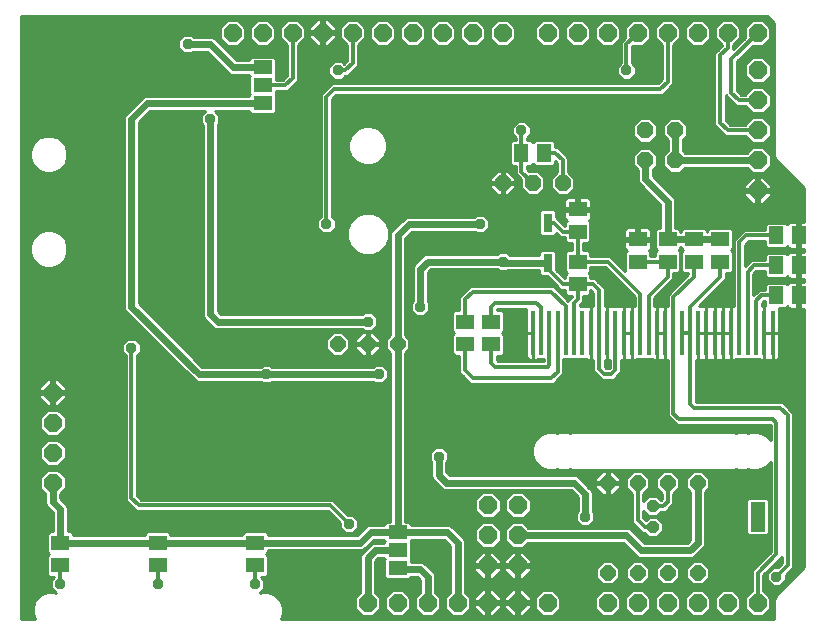
<source format=gbl>
G75*
%MOIN*%
%OFA0B0*%
%FSLAX25Y25*%
%IPPOS*%
%LPD*%
%AMOC8*
5,1,8,0,0,1.08239X$1,22.5*
%
%ADD10OC8,0.05937*%
%ADD11OC8,0.05150*%
%ADD12OC8,0.03969*%
%ADD13R,0.05000X0.10000*%
%ADD14OC8,0.06000*%
%ADD15R,0.01575X0.15000*%
%ADD16OC8,0.05600*%
%ADD17R,0.05906X0.05118*%
%ADD18R,0.03150X0.06299*%
%ADD19R,0.05118X0.05906*%
%ADD20OC8,0.05200*%
%ADD21R,0.06300X0.04600*%
%ADD22OC8,0.03569*%
%ADD23C,0.01200*%
%ADD24C,0.02400*%
%ADD25C,0.01000*%
D10*
X0125305Y0015000D03*
X0135305Y0015000D03*
X0145305Y0015000D03*
X0155305Y0015000D03*
X0165305Y0015000D03*
X0175305Y0015000D03*
X0185305Y0015000D03*
X0205305Y0015000D03*
X0215305Y0015000D03*
X0225305Y0015000D03*
X0235305Y0015000D03*
X0245305Y0015000D03*
X0255305Y0015000D03*
X0255305Y0205000D03*
X0245305Y0205000D03*
X0235305Y0205000D03*
X0225305Y0205000D03*
X0215305Y0205000D03*
X0205305Y0205000D03*
X0195305Y0205000D03*
X0185305Y0205000D03*
X0170305Y0205000D03*
X0160305Y0205000D03*
X0150305Y0205000D03*
X0140305Y0205000D03*
X0130305Y0205000D03*
X0120305Y0205000D03*
X0110305Y0205000D03*
X0100305Y0205000D03*
X0090305Y0205000D03*
X0080305Y0205000D03*
D11*
X0115305Y0101250D03*
X0125305Y0101250D03*
X0135305Y0101250D03*
X0205305Y0055000D03*
X0215305Y0055000D03*
X0225305Y0055000D03*
X0235305Y0055000D03*
X0235305Y0025000D03*
X0225305Y0025000D03*
X0215305Y0025000D03*
X0205305Y0025000D03*
D12*
X0220305Y0040207D03*
X0220305Y0047293D03*
D13*
X0255305Y0043750D03*
D14*
X0175305Y0047500D03*
X0165305Y0047500D03*
X0165305Y0037500D03*
X0165305Y0027500D03*
X0175305Y0027500D03*
X0175305Y0037500D03*
X0255305Y0152500D03*
X0255305Y0162500D03*
X0255305Y0172500D03*
X0255305Y0182500D03*
X0255305Y0192500D03*
X0020305Y0085000D03*
X0020305Y0075000D03*
X0020305Y0065000D03*
X0020305Y0055000D03*
D15*
X0180344Y0105000D03*
X0183100Y0105000D03*
X0185856Y0105000D03*
X0188612Y0105000D03*
X0191368Y0105000D03*
X0194124Y0105000D03*
X0196880Y0105000D03*
X0199636Y0105000D03*
X0202392Y0105000D03*
X0205148Y0105000D03*
X0207904Y0105000D03*
X0210659Y0105000D03*
X0213415Y0105000D03*
X0216171Y0105000D03*
X0218927Y0105000D03*
X0221683Y0105000D03*
X0224439Y0105000D03*
X0227195Y0105000D03*
X0229951Y0105000D03*
X0232707Y0105000D03*
X0235463Y0105000D03*
X0238219Y0105000D03*
X0240974Y0105000D03*
X0243730Y0105000D03*
X0246486Y0105000D03*
X0249242Y0105000D03*
X0251998Y0105000D03*
X0254754Y0105000D03*
X0257510Y0105000D03*
X0260266Y0105000D03*
D16*
X0227805Y0162500D03*
X0217805Y0162500D03*
X0217805Y0172500D03*
X0227805Y0172500D03*
D17*
X0195305Y0146240D03*
X0195305Y0138760D03*
X0195305Y0128740D03*
X0195305Y0121260D03*
X0215305Y0128760D03*
X0215305Y0136240D03*
X0225305Y0136240D03*
X0225305Y0128760D03*
X0234055Y0128760D03*
X0234055Y0136240D03*
X0242805Y0136240D03*
X0242805Y0128760D03*
X0166555Y0108740D03*
X0157805Y0108740D03*
X0157805Y0101260D03*
X0166555Y0101260D03*
X0087805Y0034990D03*
X0087805Y0027510D03*
X0055305Y0027510D03*
X0055305Y0034990D03*
X0022805Y0034990D03*
X0022805Y0027510D03*
D18*
X0185305Y0128307D03*
X0185305Y0141693D03*
D19*
X0184045Y0165000D03*
X0176565Y0165000D03*
X0261565Y0137500D03*
X0269045Y0137500D03*
X0269045Y0127500D03*
X0261565Y0127500D03*
X0261565Y0117500D03*
X0269045Y0117500D03*
D20*
X0190305Y0155000D03*
X0180305Y0155000D03*
X0170305Y0155000D03*
D21*
X0090305Y0181500D03*
X0090305Y0187500D03*
X0090305Y0193500D03*
X0135305Y0038500D03*
X0135305Y0032500D03*
X0135305Y0026500D03*
D22*
X0119055Y0041250D03*
X0149055Y0063750D03*
X0129055Y0091250D03*
X0125305Y0108750D03*
X0142805Y0113750D03*
X0170305Y0128750D03*
X0162805Y0141250D03*
X0176555Y0172500D03*
X0211555Y0192500D03*
X0115305Y0192500D03*
X0072805Y0176250D03*
X0065305Y0201250D03*
X0111555Y0141250D03*
X0090305Y0127500D03*
X0091555Y0091250D03*
X0046555Y0100000D03*
X0039055Y0041250D03*
X0022805Y0021250D03*
X0055305Y0021250D03*
X0071555Y0041250D03*
X0087805Y0021250D03*
X0175305Y0103750D03*
X0197805Y0043750D03*
X0261555Y0023750D03*
D23*
X0265305Y0027500D01*
X0265305Y0077500D01*
X0262805Y0080000D01*
X0234055Y0080000D01*
X0232707Y0081348D01*
X0232707Y0105000D01*
X0232707Y0113652D01*
X0242805Y0123750D01*
X0242805Y0128760D01*
X0234055Y0128760D02*
X0234055Y0123750D01*
X0227195Y0116890D01*
X0227195Y0105000D01*
X0227195Y0078110D01*
X0229055Y0076250D01*
X0260305Y0076250D01*
X0261555Y0075000D01*
X0261555Y0031250D01*
X0255305Y0025000D01*
X0255305Y0015000D01*
X0220305Y0040207D02*
X0217598Y0040207D01*
X0215305Y0042500D01*
X0215305Y0055000D01*
X0220305Y0047293D02*
X0223848Y0047293D01*
X0225305Y0048750D01*
X0225305Y0055000D01*
X0188612Y0092057D02*
X0186555Y0090000D01*
X0160305Y0090000D01*
X0157805Y0092500D01*
X0157805Y0101260D01*
X0166555Y0101260D02*
X0166555Y0095000D01*
X0167805Y0093750D01*
X0185305Y0093750D01*
X0185856Y0094301D01*
X0185856Y0105000D01*
X0183100Y0105000D02*
X0183100Y0113455D01*
X0181555Y0115000D01*
X0167805Y0115000D01*
X0166555Y0113750D01*
X0166555Y0108740D01*
X0157805Y0108740D02*
X0157805Y0116250D01*
X0160305Y0118750D01*
X0186555Y0118750D01*
X0191368Y0113937D01*
X0191368Y0105000D01*
X0188612Y0105000D02*
X0188612Y0092057D01*
X0202392Y0092913D02*
X0204055Y0091250D01*
X0206555Y0091250D01*
X0207904Y0092598D01*
X0207904Y0105000D01*
X0202392Y0105000D02*
X0202392Y0119163D01*
X0200305Y0121250D01*
X0195315Y0121250D01*
X0195305Y0121260D01*
X0195305Y0116250D01*
X0194124Y0115069D01*
X0194124Y0105000D01*
X0202392Y0105000D02*
X0202392Y0092913D01*
X0216171Y0105000D02*
X0216171Y0117884D01*
X0205305Y0128750D01*
X0195315Y0128750D01*
X0195305Y0128740D01*
X0195305Y0138760D01*
X0195295Y0138750D01*
X0190305Y0138750D01*
X0187362Y0141693D01*
X0185305Y0141693D01*
X0185305Y0128307D02*
X0185305Y0126250D01*
X0190305Y0121250D01*
X0195295Y0121250D01*
X0195305Y0121260D01*
X0215305Y0128760D02*
X0225305Y0128760D01*
X0225305Y0123750D01*
X0218927Y0117372D01*
X0218927Y0105000D01*
X0229951Y0105000D02*
X0232707Y0105000D01*
X0249242Y0105000D02*
X0249242Y0135187D01*
X0251555Y0137500D01*
X0261565Y0137500D01*
X0261565Y0127500D02*
X0254055Y0127500D01*
X0251998Y0125443D01*
X0251998Y0105000D01*
X0254754Y0105000D02*
X0254754Y0115699D01*
X0256555Y0117500D01*
X0261565Y0117500D01*
X0255305Y0172500D02*
X0245305Y0172500D01*
X0242805Y0175000D01*
X0242805Y0197500D01*
X0245305Y0200000D01*
X0245305Y0205000D01*
X0246555Y0196250D02*
X0246555Y0185000D01*
X0249055Y0182500D01*
X0255305Y0182500D01*
X0246555Y0196250D02*
X0255305Y0205000D01*
X0225305Y0205000D02*
X0225305Y0188750D01*
X0222805Y0186250D01*
X0114055Y0186250D01*
X0111555Y0183750D01*
X0111555Y0141250D01*
X0097805Y0187500D02*
X0090305Y0187500D01*
X0097805Y0187500D02*
X0100305Y0190000D01*
X0100305Y0205000D01*
X0115305Y0192500D02*
X0117805Y0192500D01*
X0120305Y0195000D01*
X0120305Y0205000D01*
X0176555Y0172500D02*
X0176565Y0171240D01*
X0176565Y0165000D01*
X0176555Y0164990D01*
X0176555Y0158750D01*
X0180305Y0155000D01*
X0190305Y0155000D02*
X0190305Y0162500D01*
X0187805Y0165000D01*
X0184045Y0165000D01*
X0211555Y0192500D02*
X0211555Y0201250D01*
X0215305Y0205000D01*
X0046555Y0100000D02*
X0046555Y0050000D01*
X0049055Y0047500D01*
X0112805Y0047500D01*
X0119055Y0041250D01*
X0135305Y0026500D02*
X0135555Y0026250D01*
X0087805Y0027510D02*
X0087805Y0021250D01*
X0055305Y0021250D02*
X0055305Y0027510D01*
X0022805Y0027510D02*
X0022805Y0021250D01*
D24*
X0022805Y0034990D02*
X0055305Y0034990D01*
X0087805Y0034990D01*
X0122795Y0034990D01*
X0126305Y0038500D01*
X0135305Y0038500D01*
X0135305Y0101250D01*
X0135305Y0137500D01*
X0139055Y0141250D01*
X0162805Y0141250D01*
X0170305Y0128750D02*
X0145305Y0128750D01*
X0142805Y0126250D01*
X0142805Y0113750D01*
X0125305Y0108750D02*
X0075305Y0108750D01*
X0072805Y0111250D01*
X0072805Y0176250D01*
X0090305Y0181500D02*
X0051805Y0181500D01*
X0046555Y0176250D01*
X0046555Y0113750D01*
X0069055Y0091250D01*
X0091555Y0091250D01*
X0129055Y0091250D01*
X0149055Y0063750D02*
X0149055Y0057500D01*
X0151555Y0055000D01*
X0194055Y0055000D01*
X0197805Y0051250D01*
X0197805Y0043750D01*
X0211555Y0037500D02*
X0216555Y0032500D01*
X0232805Y0032500D01*
X0235305Y0035000D01*
X0235305Y0055000D01*
X0211555Y0037500D02*
X0175305Y0037500D01*
X0155305Y0035000D02*
X0155305Y0015000D01*
X0145305Y0015000D02*
X0145305Y0023750D01*
X0142805Y0026250D01*
X0135555Y0026250D01*
X0135305Y0032500D02*
X0127805Y0032500D01*
X0125305Y0030000D01*
X0125305Y0015000D01*
X0135305Y0038500D02*
X0151805Y0038500D01*
X0155305Y0035000D01*
X0170748Y0128307D02*
X0170305Y0128750D01*
X0170748Y0128307D02*
X0185305Y0128307D01*
X0217805Y0156250D02*
X0217805Y0162500D01*
X0217805Y0156250D02*
X0225305Y0148750D01*
X0225305Y0136240D01*
X0234055Y0136240D01*
X0242805Y0136240D01*
X0255305Y0162500D02*
X0227805Y0162500D01*
X0227805Y0172500D01*
X0090305Y0193500D02*
X0080555Y0193500D01*
X0072805Y0201250D01*
X0065305Y0201250D01*
X0020305Y0055000D02*
X0020305Y0048750D01*
X0022805Y0046250D01*
X0022805Y0034990D01*
D25*
X0009805Y0009500D02*
X0009805Y0210500D01*
X0258441Y0210500D01*
X0260805Y0208136D01*
X0260805Y0164105D01*
X0261490Y0162451D01*
X0270805Y0153136D01*
X0270805Y0141953D01*
X0269545Y0141953D01*
X0269545Y0138000D01*
X0268545Y0138000D01*
X0268545Y0141953D01*
X0266289Y0141953D01*
X0265907Y0141851D01*
X0265565Y0141653D01*
X0265286Y0141374D01*
X0265196Y0141219D01*
X0264662Y0141753D01*
X0258467Y0141753D01*
X0257706Y0140991D01*
X0257706Y0139400D01*
X0250768Y0139400D01*
X0249655Y0138287D01*
X0247342Y0135974D01*
X0247342Y0114000D01*
X0246486Y0114000D01*
X0245501Y0114000D01*
X0245120Y0113898D01*
X0245108Y0113891D01*
X0245097Y0113898D01*
X0244715Y0114000D01*
X0243730Y0114000D01*
X0242745Y0114000D01*
X0242364Y0113898D01*
X0242352Y0113891D01*
X0242341Y0113898D01*
X0241959Y0114000D01*
X0240974Y0114000D01*
X0239990Y0114000D01*
X0239608Y0113898D01*
X0239596Y0113891D01*
X0239585Y0113898D01*
X0239203Y0114000D01*
X0238219Y0114000D01*
X0238219Y0105000D01*
X0240974Y0105000D01*
X0238687Y0105000D01*
X0238219Y0105000D01*
X0238219Y0105000D01*
X0238219Y0096000D01*
X0239203Y0096000D01*
X0239585Y0096102D01*
X0239596Y0096109D01*
X0239608Y0096102D01*
X0239990Y0096000D01*
X0240974Y0096000D01*
X0240974Y0105000D01*
X0240974Y0105000D01*
X0240974Y0114000D01*
X0240974Y0105000D01*
X0240974Y0105000D01*
X0240974Y0105000D01*
X0240974Y0096000D01*
X0241959Y0096000D01*
X0242341Y0096102D01*
X0242352Y0096109D01*
X0242364Y0096102D01*
X0242745Y0096000D01*
X0243730Y0096000D01*
X0243730Y0105000D01*
X0243730Y0105000D01*
X0240975Y0105000D01*
X0240975Y0105000D01*
X0241443Y0105000D01*
X0243730Y0105000D01*
X0243730Y0105000D01*
X0243730Y0114000D01*
X0243730Y0105000D01*
X0243730Y0105000D01*
X0243730Y0096000D01*
X0244715Y0096000D01*
X0245097Y0096102D01*
X0245108Y0096109D01*
X0245120Y0096102D01*
X0245501Y0096000D01*
X0246486Y0096000D01*
X0246486Y0105000D01*
X0246486Y0105000D01*
X0243730Y0105000D01*
X0243730Y0105000D01*
X0244199Y0105000D01*
X0246486Y0105000D01*
X0246486Y0114000D01*
X0246486Y0105000D01*
X0246486Y0105000D01*
X0246486Y0105000D01*
X0246486Y0096000D01*
X0247471Y0096000D01*
X0247853Y0096102D01*
X0248022Y0096200D01*
X0250568Y0096200D01*
X0250620Y0096252D01*
X0250672Y0096200D01*
X0253324Y0096200D01*
X0253376Y0096252D01*
X0253428Y0096200D01*
X0255974Y0096200D01*
X0256143Y0096102D01*
X0256525Y0096000D01*
X0257510Y0096000D01*
X0258495Y0096000D01*
X0258876Y0096102D01*
X0258888Y0096109D01*
X0258899Y0096102D01*
X0259281Y0096000D01*
X0260266Y0096000D01*
X0261251Y0096000D01*
X0261632Y0096102D01*
X0261974Y0096300D01*
X0262253Y0096579D01*
X0262451Y0096921D01*
X0262553Y0097303D01*
X0262553Y0105000D01*
X0262553Y0112697D01*
X0262451Y0113079D01*
X0262354Y0113247D01*
X0264662Y0113247D01*
X0265196Y0113781D01*
X0265286Y0113626D01*
X0265565Y0113347D01*
X0265907Y0113149D01*
X0266289Y0113047D01*
X0268545Y0113047D01*
X0268545Y0117000D01*
X0269545Y0117000D01*
X0269545Y0113047D01*
X0270805Y0113047D01*
X0270805Y0026864D01*
X0262756Y0018815D01*
X0261490Y0017549D01*
X0260805Y0015895D01*
X0260805Y0009500D01*
X0096287Y0009500D01*
X0097030Y0011292D01*
X0097030Y0013708D01*
X0096105Y0015941D01*
X0094396Y0017650D01*
X0092163Y0018575D01*
X0089746Y0018575D01*
X0089312Y0018395D01*
X0090889Y0019972D01*
X0090889Y0022528D01*
X0089766Y0023651D01*
X0091296Y0023651D01*
X0092058Y0024412D01*
X0092058Y0030607D01*
X0091415Y0031250D01*
X0092058Y0031893D01*
X0092058Y0032490D01*
X0123293Y0032490D01*
X0124211Y0032871D01*
X0127341Y0036000D01*
X0130855Y0036000D01*
X0130855Y0035662D01*
X0131017Y0035500D01*
X0130855Y0035338D01*
X0130855Y0035000D01*
X0127308Y0035000D01*
X0126389Y0034619D01*
X0125686Y0033916D01*
X0123186Y0031416D01*
X0122805Y0030497D01*
X0122805Y0018537D01*
X0121037Y0016768D01*
X0121037Y0013232D01*
X0123537Y0010731D01*
X0127073Y0010731D01*
X0129574Y0013232D01*
X0129574Y0016768D01*
X0127805Y0018537D01*
X0127805Y0028964D01*
X0130855Y0028964D01*
X0130855Y0029338D02*
X0130855Y0023662D01*
X0131617Y0022900D01*
X0138994Y0022900D01*
X0139755Y0023662D01*
X0139755Y0023750D01*
X0141770Y0023750D01*
X0142805Y0022714D01*
X0142805Y0018537D01*
X0141037Y0016768D01*
X0141037Y0013232D01*
X0143537Y0010731D01*
X0147073Y0010731D01*
X0149574Y0013232D01*
X0149574Y0016768D01*
X0147805Y0018537D01*
X0147805Y0024247D01*
X0147425Y0025166D01*
X0146721Y0025869D01*
X0144221Y0028369D01*
X0143302Y0028750D01*
X0139755Y0028750D01*
X0139755Y0029338D01*
X0139594Y0029500D01*
X0139755Y0029662D01*
X0139755Y0035338D01*
X0139594Y0035500D01*
X0139755Y0035662D01*
X0139755Y0036000D01*
X0150770Y0036000D01*
X0152805Y0033964D01*
X0152805Y0018537D01*
X0151037Y0016768D01*
X0151037Y0013232D01*
X0153537Y0010731D01*
X0157073Y0010731D01*
X0159574Y0013232D01*
X0159574Y0016768D01*
X0157805Y0018537D01*
X0157805Y0035497D01*
X0157425Y0036416D01*
X0156721Y0037119D01*
X0153221Y0040619D01*
X0152302Y0041000D01*
X0139755Y0041000D01*
X0139755Y0041338D01*
X0138994Y0042100D01*
X0137805Y0042100D01*
X0137805Y0098270D01*
X0139180Y0099645D01*
X0139180Y0102855D01*
X0137805Y0104230D01*
X0137805Y0136464D01*
X0140091Y0138750D01*
X0160943Y0138750D01*
X0161528Y0138166D01*
X0164083Y0138166D01*
X0165889Y0139972D01*
X0165889Y0142528D01*
X0164083Y0144334D01*
X0161528Y0144334D01*
X0160943Y0143750D01*
X0138558Y0143750D01*
X0137639Y0143369D01*
X0136936Y0142666D01*
X0133186Y0138916D01*
X0132805Y0137997D01*
X0132805Y0104230D01*
X0131430Y0102855D01*
X0131430Y0099645D01*
X0132805Y0098270D01*
X0132805Y0042100D01*
X0131617Y0042100D01*
X0130855Y0041338D01*
X0130855Y0041000D01*
X0125808Y0041000D01*
X0124889Y0040619D01*
X0124186Y0039916D01*
X0121760Y0037490D01*
X0092058Y0037490D01*
X0092058Y0038088D01*
X0091296Y0038849D01*
X0084314Y0038849D01*
X0083552Y0038088D01*
X0083552Y0037490D01*
X0059558Y0037490D01*
X0059558Y0038088D01*
X0058796Y0038849D01*
X0051814Y0038849D01*
X0051052Y0038088D01*
X0051052Y0037490D01*
X0027058Y0037490D01*
X0027058Y0038088D01*
X0026296Y0038849D01*
X0025305Y0038849D01*
X0025305Y0046747D01*
X0024925Y0047666D01*
X0022805Y0049786D01*
X0022805Y0051419D01*
X0024605Y0053219D01*
X0024605Y0056781D01*
X0022086Y0059300D01*
X0018524Y0059300D01*
X0016005Y0056781D01*
X0016005Y0053219D01*
X0017805Y0051419D01*
X0017805Y0048253D01*
X0018186Y0047334D01*
X0018889Y0046631D01*
X0020305Y0045214D01*
X0020305Y0038849D01*
X0019314Y0038849D01*
X0018552Y0038088D01*
X0018552Y0031893D01*
X0019195Y0031250D01*
X0018552Y0030607D01*
X0018552Y0024412D01*
X0019314Y0023651D01*
X0020844Y0023651D01*
X0019721Y0022528D01*
X0019721Y0019972D01*
X0021299Y0018395D01*
X0020864Y0018575D01*
X0018447Y0018575D01*
X0016214Y0017650D01*
X0014506Y0015941D01*
X0013581Y0013708D01*
X0013581Y0011292D01*
X0014323Y0009500D01*
X0009805Y0009500D01*
X0009805Y0009993D02*
X0014119Y0009993D01*
X0013705Y0010991D02*
X0009805Y0010991D01*
X0009805Y0011990D02*
X0013581Y0011990D01*
X0013581Y0012988D02*
X0009805Y0012988D01*
X0009805Y0013987D02*
X0013696Y0013987D01*
X0014110Y0014985D02*
X0009805Y0014985D01*
X0009805Y0015984D02*
X0014548Y0015984D01*
X0015547Y0016982D02*
X0009805Y0016982D01*
X0009805Y0017981D02*
X0017013Y0017981D01*
X0019721Y0019978D02*
X0009805Y0019978D01*
X0009805Y0020976D02*
X0019721Y0020976D01*
X0019721Y0021975D02*
X0009805Y0021975D01*
X0009805Y0022973D02*
X0020167Y0022973D01*
X0018993Y0023972D02*
X0009805Y0023972D01*
X0009805Y0024970D02*
X0018552Y0024970D01*
X0018552Y0025969D02*
X0009805Y0025969D01*
X0009805Y0026967D02*
X0018552Y0026967D01*
X0018552Y0027966D02*
X0009805Y0027966D01*
X0009805Y0028964D02*
X0018552Y0028964D01*
X0018552Y0029963D02*
X0009805Y0029963D01*
X0009805Y0030961D02*
X0018906Y0030961D01*
X0018552Y0031960D02*
X0009805Y0031960D01*
X0009805Y0032958D02*
X0018552Y0032958D01*
X0018552Y0033957D02*
X0009805Y0033957D01*
X0009805Y0034955D02*
X0018552Y0034955D01*
X0018552Y0035954D02*
X0009805Y0035954D01*
X0009805Y0036952D02*
X0018552Y0036952D01*
X0018552Y0037951D02*
X0009805Y0037951D01*
X0009805Y0038949D02*
X0020305Y0038949D01*
X0020305Y0039948D02*
X0009805Y0039948D01*
X0009805Y0040946D02*
X0020305Y0040946D01*
X0020305Y0041945D02*
X0009805Y0041945D01*
X0009805Y0042943D02*
X0020305Y0042943D01*
X0020305Y0043942D02*
X0009805Y0043942D01*
X0009805Y0044940D02*
X0020305Y0044940D01*
X0019581Y0045939D02*
X0009805Y0045939D01*
X0009805Y0046937D02*
X0018582Y0046937D01*
X0017936Y0047936D02*
X0009805Y0047936D01*
X0009805Y0048934D02*
X0017805Y0048934D01*
X0017805Y0049933D02*
X0009805Y0049933D01*
X0009805Y0050932D02*
X0017805Y0050932D01*
X0017294Y0051930D02*
X0009805Y0051930D01*
X0009805Y0052929D02*
X0016295Y0052929D01*
X0016005Y0053927D02*
X0009805Y0053927D01*
X0009805Y0054926D02*
X0016005Y0054926D01*
X0016005Y0055924D02*
X0009805Y0055924D01*
X0009805Y0056923D02*
X0016147Y0056923D01*
X0017145Y0057921D02*
X0009805Y0057921D01*
X0009805Y0058920D02*
X0018144Y0058920D01*
X0018524Y0060700D02*
X0022086Y0060700D01*
X0024605Y0063219D01*
X0024605Y0066781D01*
X0022086Y0069300D01*
X0018524Y0069300D01*
X0016005Y0066781D01*
X0016005Y0063219D01*
X0018524Y0060700D01*
X0018307Y0060917D02*
X0009805Y0060917D01*
X0009805Y0061915D02*
X0017309Y0061915D01*
X0016310Y0062914D02*
X0009805Y0062914D01*
X0009805Y0063912D02*
X0016005Y0063912D01*
X0016005Y0064911D02*
X0009805Y0064911D01*
X0009805Y0065909D02*
X0016005Y0065909D01*
X0016132Y0066908D02*
X0009805Y0066908D01*
X0009805Y0067906D02*
X0017130Y0067906D01*
X0018129Y0068905D02*
X0009805Y0068905D01*
X0009805Y0069903D02*
X0044655Y0069903D01*
X0044655Y0068905D02*
X0022481Y0068905D01*
X0023480Y0067906D02*
X0044655Y0067906D01*
X0044655Y0066908D02*
X0024479Y0066908D01*
X0024605Y0065909D02*
X0044655Y0065909D01*
X0044655Y0064911D02*
X0024605Y0064911D01*
X0024605Y0063912D02*
X0044655Y0063912D01*
X0044655Y0062914D02*
X0024300Y0062914D01*
X0023301Y0061915D02*
X0044655Y0061915D01*
X0044655Y0060917D02*
X0022303Y0060917D01*
X0022467Y0058920D02*
X0044655Y0058920D01*
X0044655Y0059918D02*
X0009805Y0059918D01*
X0009805Y0070902D02*
X0018322Y0070902D01*
X0018524Y0070700D02*
X0022086Y0070700D01*
X0024605Y0073219D01*
X0024605Y0076781D01*
X0022086Y0079300D01*
X0018524Y0079300D01*
X0016005Y0076781D01*
X0016005Y0073219D01*
X0018524Y0070700D01*
X0017324Y0071900D02*
X0009805Y0071900D01*
X0009805Y0072899D02*
X0016325Y0072899D01*
X0016005Y0073897D02*
X0009805Y0073897D01*
X0009805Y0074896D02*
X0016005Y0074896D01*
X0016005Y0075894D02*
X0009805Y0075894D01*
X0009805Y0076893D02*
X0016117Y0076893D01*
X0017115Y0077891D02*
X0009805Y0077891D01*
X0009805Y0078890D02*
X0018114Y0078890D01*
X0018441Y0080500D02*
X0019805Y0080500D01*
X0019805Y0084500D01*
X0015805Y0084500D01*
X0015805Y0083136D01*
X0018441Y0080500D01*
X0018054Y0080887D02*
X0009805Y0080887D01*
X0009805Y0081885D02*
X0017056Y0081885D01*
X0016057Y0082884D02*
X0009805Y0082884D01*
X0009805Y0083882D02*
X0015805Y0083882D01*
X0015805Y0085500D02*
X0019805Y0085500D01*
X0019805Y0084500D01*
X0020805Y0084500D01*
X0020805Y0080500D01*
X0022169Y0080500D01*
X0024805Y0083136D01*
X0024805Y0084500D01*
X0020805Y0084500D01*
X0020805Y0085500D01*
X0019805Y0085500D01*
X0019805Y0089500D01*
X0018441Y0089500D01*
X0015805Y0086864D01*
X0015805Y0085500D01*
X0015805Y0085879D02*
X0009805Y0085879D01*
X0009805Y0084881D02*
X0019805Y0084881D01*
X0019805Y0085879D02*
X0020805Y0085879D01*
X0020805Y0085500D02*
X0020805Y0089500D01*
X0022169Y0089500D01*
X0024805Y0086864D01*
X0024805Y0085500D01*
X0020805Y0085500D01*
X0020805Y0084881D02*
X0044655Y0084881D01*
X0044655Y0085879D02*
X0024805Y0085879D01*
X0024791Y0086878D02*
X0044655Y0086878D01*
X0044655Y0087876D02*
X0023793Y0087876D01*
X0022794Y0088875D02*
X0044655Y0088875D01*
X0044655Y0089873D02*
X0009805Y0089873D01*
X0009805Y0088875D02*
X0017816Y0088875D01*
X0016818Y0087876D02*
X0009805Y0087876D01*
X0009805Y0086878D02*
X0015819Y0086878D01*
X0019805Y0086878D02*
X0020805Y0086878D01*
X0020805Y0087876D02*
X0019805Y0087876D01*
X0019805Y0088875D02*
X0020805Y0088875D01*
X0020805Y0083882D02*
X0019805Y0083882D01*
X0019805Y0082884D02*
X0020805Y0082884D01*
X0020805Y0081885D02*
X0019805Y0081885D01*
X0019805Y0080887D02*
X0020805Y0080887D01*
X0022556Y0080887D02*
X0044655Y0080887D01*
X0044655Y0081885D02*
X0023554Y0081885D01*
X0024553Y0082884D02*
X0044655Y0082884D01*
X0044655Y0083882D02*
X0024805Y0083882D01*
X0022496Y0078890D02*
X0044655Y0078890D01*
X0044655Y0079888D02*
X0009805Y0079888D01*
X0009805Y0090872D02*
X0044655Y0090872D01*
X0044655Y0091870D02*
X0009805Y0091870D01*
X0009805Y0092869D02*
X0044655Y0092869D01*
X0044655Y0093868D02*
X0009805Y0093868D01*
X0009805Y0094866D02*
X0044655Y0094866D01*
X0044655Y0095865D02*
X0009805Y0095865D01*
X0009805Y0096863D02*
X0044655Y0096863D01*
X0044655Y0097538D02*
X0043471Y0098722D01*
X0043471Y0101278D01*
X0045278Y0103084D01*
X0047833Y0103084D01*
X0049639Y0101278D01*
X0049639Y0098722D01*
X0048455Y0097538D01*
X0048455Y0050787D01*
X0049842Y0049400D01*
X0113592Y0049400D01*
X0118658Y0044334D01*
X0120333Y0044334D01*
X0122139Y0042528D01*
X0122139Y0039972D01*
X0120333Y0038166D01*
X0117778Y0038166D01*
X0115971Y0039972D01*
X0115971Y0041647D01*
X0112018Y0045600D01*
X0048268Y0045600D01*
X0047155Y0046713D01*
X0044655Y0049213D01*
X0044655Y0097538D01*
X0044332Y0097862D02*
X0009805Y0097862D01*
X0009805Y0098860D02*
X0043471Y0098860D01*
X0043471Y0099859D02*
X0009805Y0099859D01*
X0009805Y0100857D02*
X0043471Y0100857D01*
X0044049Y0101856D02*
X0009805Y0101856D01*
X0009805Y0102854D02*
X0045047Y0102854D01*
X0048063Y0102854D02*
X0053915Y0102854D01*
X0052917Y0103853D02*
X0009805Y0103853D01*
X0009805Y0104851D02*
X0051918Y0104851D01*
X0050920Y0105850D02*
X0009805Y0105850D01*
X0009805Y0106848D02*
X0049921Y0106848D01*
X0048923Y0107847D02*
X0009805Y0107847D01*
X0009805Y0108845D02*
X0047924Y0108845D01*
X0046926Y0109844D02*
X0009805Y0109844D01*
X0009805Y0110842D02*
X0045927Y0110842D01*
X0044929Y0111841D02*
X0009805Y0111841D01*
X0009805Y0112839D02*
X0044226Y0112839D01*
X0044055Y0113253D02*
X0044436Y0112334D01*
X0066936Y0089834D01*
X0067639Y0089131D01*
X0068558Y0088750D01*
X0089693Y0088750D01*
X0090278Y0088166D01*
X0092833Y0088166D01*
X0093417Y0088750D01*
X0127193Y0088750D01*
X0127778Y0088166D01*
X0130333Y0088166D01*
X0132139Y0089972D01*
X0132139Y0092528D01*
X0130333Y0094334D01*
X0127778Y0094334D01*
X0127193Y0093750D01*
X0093417Y0093750D01*
X0092833Y0094334D01*
X0090278Y0094334D01*
X0089693Y0093750D01*
X0070091Y0093750D01*
X0049055Y0114786D01*
X0049055Y0175214D01*
X0052841Y0179000D01*
X0071193Y0179000D01*
X0069721Y0177528D01*
X0069721Y0174972D01*
X0070305Y0174388D01*
X0070305Y0110753D01*
X0070686Y0109834D01*
X0073186Y0107334D01*
X0073889Y0106631D01*
X0074808Y0106250D01*
X0123443Y0106250D01*
X0124028Y0105666D01*
X0126583Y0105666D01*
X0128389Y0107472D01*
X0128389Y0110028D01*
X0126583Y0111834D01*
X0124028Y0111834D01*
X0123443Y0111250D01*
X0076341Y0111250D01*
X0075305Y0112286D01*
X0075305Y0174388D01*
X0075889Y0174972D01*
X0075889Y0177528D01*
X0074417Y0179000D01*
X0085855Y0179000D01*
X0085855Y0178662D01*
X0086617Y0177900D01*
X0093994Y0177900D01*
X0094755Y0178662D01*
X0094755Y0184338D01*
X0094594Y0184500D01*
X0094755Y0184662D01*
X0094755Y0185600D01*
X0098592Y0185600D01*
X0101092Y0188100D01*
X0102205Y0189213D01*
X0102205Y0200863D01*
X0104574Y0203232D01*
X0104574Y0206768D01*
X0102073Y0209268D01*
X0098537Y0209268D01*
X0096037Y0206768D01*
X0096037Y0203232D01*
X0098405Y0200863D01*
X0098405Y0190787D01*
X0097018Y0189400D01*
X0094755Y0189400D01*
X0094755Y0190338D01*
X0094594Y0190500D01*
X0094755Y0190662D01*
X0094755Y0196338D01*
X0093994Y0197100D01*
X0086617Y0197100D01*
X0085855Y0196338D01*
X0085855Y0196000D01*
X0081591Y0196000D01*
X0074925Y0202666D01*
X0074221Y0203369D01*
X0073302Y0203750D01*
X0067167Y0203750D01*
X0066583Y0204334D01*
X0064028Y0204334D01*
X0062221Y0202528D01*
X0062221Y0199972D01*
X0064028Y0198166D01*
X0066583Y0198166D01*
X0067167Y0198750D01*
X0071770Y0198750D01*
X0079139Y0191381D01*
X0080058Y0191000D01*
X0085855Y0191000D01*
X0085855Y0190662D01*
X0086017Y0190500D01*
X0085855Y0190338D01*
X0085855Y0184662D01*
X0086017Y0184500D01*
X0085855Y0184338D01*
X0085855Y0184000D01*
X0051308Y0184000D01*
X0050389Y0183619D01*
X0045139Y0178369D01*
X0044436Y0177666D01*
X0044055Y0176747D01*
X0044055Y0113253D01*
X0044055Y0113838D02*
X0009805Y0113838D01*
X0009805Y0114836D02*
X0044055Y0114836D01*
X0044055Y0115835D02*
X0009805Y0115835D01*
X0009805Y0116833D02*
X0044055Y0116833D01*
X0044055Y0117832D02*
X0009805Y0117832D01*
X0009805Y0118830D02*
X0044055Y0118830D01*
X0044055Y0119829D02*
X0009805Y0119829D01*
X0009805Y0120827D02*
X0044055Y0120827D01*
X0044055Y0121826D02*
X0009805Y0121826D01*
X0009805Y0122824D02*
X0044055Y0122824D01*
X0044055Y0123823D02*
X0009805Y0123823D01*
X0009805Y0124821D02*
X0044055Y0124821D01*
X0044055Y0125820D02*
X0009805Y0125820D01*
X0009805Y0126818D02*
X0017483Y0126818D01*
X0017719Y0126720D02*
X0020214Y0126720D01*
X0022519Y0127675D01*
X0024283Y0129440D01*
X0025238Y0131745D01*
X0025238Y0134240D01*
X0024283Y0136545D01*
X0022519Y0138309D01*
X0020214Y0139264D01*
X0017719Y0139264D01*
X0015414Y0138309D01*
X0013650Y0136545D01*
X0012695Y0134240D01*
X0012695Y0131745D01*
X0013650Y0129440D01*
X0015414Y0127675D01*
X0017719Y0126720D01*
X0015272Y0127817D02*
X0009805Y0127817D01*
X0009805Y0128815D02*
X0014274Y0128815D01*
X0013495Y0129814D02*
X0009805Y0129814D01*
X0009805Y0130812D02*
X0013081Y0130812D01*
X0012695Y0131811D02*
X0009805Y0131811D01*
X0009805Y0132809D02*
X0012695Y0132809D01*
X0012695Y0133808D02*
X0009805Y0133808D01*
X0009805Y0134806D02*
X0012930Y0134806D01*
X0013343Y0135805D02*
X0009805Y0135805D01*
X0009805Y0136803D02*
X0013908Y0136803D01*
X0014907Y0137802D02*
X0009805Y0137802D01*
X0009805Y0138801D02*
X0016601Y0138801D01*
X0021332Y0138801D02*
X0044055Y0138801D01*
X0044055Y0139799D02*
X0009805Y0139799D01*
X0009805Y0140798D02*
X0044055Y0140798D01*
X0044055Y0141796D02*
X0009805Y0141796D01*
X0009805Y0142795D02*
X0044055Y0142795D01*
X0044055Y0143793D02*
X0009805Y0143793D01*
X0009805Y0144792D02*
X0044055Y0144792D01*
X0044055Y0145790D02*
X0009805Y0145790D01*
X0009805Y0146789D02*
X0044055Y0146789D01*
X0044055Y0147787D02*
X0009805Y0147787D01*
X0009805Y0148786D02*
X0044055Y0148786D01*
X0044055Y0149784D02*
X0009805Y0149784D01*
X0009805Y0150783D02*
X0044055Y0150783D01*
X0044055Y0151781D02*
X0009805Y0151781D01*
X0009805Y0152780D02*
X0044055Y0152780D01*
X0044055Y0153778D02*
X0009805Y0153778D01*
X0009805Y0154777D02*
X0044055Y0154777D01*
X0044055Y0155775D02*
X0009805Y0155775D01*
X0009805Y0156774D02*
X0044055Y0156774D01*
X0044055Y0157772D02*
X0009805Y0157772D01*
X0009805Y0158771D02*
X0016381Y0158771D01*
X0015414Y0159171D02*
X0013650Y0160936D01*
X0012695Y0163241D01*
X0012695Y0165736D01*
X0013650Y0168041D01*
X0015414Y0169805D01*
X0017719Y0170760D01*
X0020214Y0170760D01*
X0022519Y0169805D01*
X0024283Y0168041D01*
X0025238Y0165736D01*
X0025238Y0163241D01*
X0024283Y0160936D01*
X0022519Y0159171D01*
X0020214Y0158217D01*
X0017719Y0158217D01*
X0015414Y0159171D01*
X0014816Y0159769D02*
X0009805Y0159769D01*
X0009805Y0160768D02*
X0013817Y0160768D01*
X0013306Y0161766D02*
X0009805Y0161766D01*
X0009805Y0162765D02*
X0012892Y0162765D01*
X0012695Y0163763D02*
X0009805Y0163763D01*
X0009805Y0164762D02*
X0012695Y0164762D01*
X0012705Y0165760D02*
X0009805Y0165760D01*
X0009805Y0166759D02*
X0013119Y0166759D01*
X0013532Y0167757D02*
X0009805Y0167757D01*
X0009805Y0168756D02*
X0014365Y0168756D01*
X0015363Y0169754D02*
X0009805Y0169754D01*
X0009805Y0170753D02*
X0017702Y0170753D01*
X0020231Y0170753D02*
X0044055Y0170753D01*
X0044055Y0171751D02*
X0009805Y0171751D01*
X0009805Y0172750D02*
X0044055Y0172750D01*
X0044055Y0173748D02*
X0009805Y0173748D01*
X0009805Y0174747D02*
X0044055Y0174747D01*
X0044055Y0175745D02*
X0009805Y0175745D01*
X0009805Y0176744D02*
X0044055Y0176744D01*
X0044512Y0177742D02*
X0009805Y0177742D01*
X0009805Y0178741D02*
X0045511Y0178741D01*
X0046509Y0179739D02*
X0009805Y0179739D01*
X0009805Y0180738D02*
X0047508Y0180738D01*
X0048506Y0181737D02*
X0009805Y0181737D01*
X0009805Y0182735D02*
X0049505Y0182735D01*
X0050665Y0183734D02*
X0009805Y0183734D01*
X0009805Y0184732D02*
X0085855Y0184732D01*
X0085855Y0185731D02*
X0009805Y0185731D01*
X0009805Y0186729D02*
X0085855Y0186729D01*
X0085855Y0187728D02*
X0009805Y0187728D01*
X0009805Y0188726D02*
X0085855Y0188726D01*
X0085855Y0189725D02*
X0009805Y0189725D01*
X0009805Y0190723D02*
X0085855Y0190723D01*
X0086231Y0196714D02*
X0080876Y0196714D01*
X0079878Y0197713D02*
X0098405Y0197713D01*
X0098405Y0198711D02*
X0078879Y0198711D01*
X0077881Y0199710D02*
X0098405Y0199710D01*
X0098405Y0200708D02*
X0076882Y0200708D01*
X0077562Y0201707D02*
X0075884Y0201707D01*
X0076563Y0202705D02*
X0074885Y0202705D01*
X0076037Y0203232D02*
X0078537Y0200731D01*
X0082073Y0200731D01*
X0084574Y0203232D01*
X0084574Y0206768D01*
X0082073Y0209268D01*
X0078537Y0209268D01*
X0076037Y0206768D01*
X0076037Y0203232D01*
X0076037Y0203704D02*
X0073414Y0203704D01*
X0076037Y0204702D02*
X0009805Y0204702D01*
X0009805Y0203704D02*
X0063397Y0203704D01*
X0062399Y0202705D02*
X0009805Y0202705D01*
X0009805Y0201707D02*
X0062221Y0201707D01*
X0062221Y0200708D02*
X0009805Y0200708D01*
X0009805Y0199710D02*
X0062484Y0199710D01*
X0063482Y0198711D02*
X0009805Y0198711D01*
X0009805Y0197713D02*
X0072807Y0197713D01*
X0071808Y0198711D02*
X0067128Y0198711D01*
X0073805Y0196714D02*
X0009805Y0196714D01*
X0009805Y0195716D02*
X0074804Y0195716D01*
X0075802Y0194717D02*
X0009805Y0194717D01*
X0009805Y0193719D02*
X0076801Y0193719D01*
X0077799Y0192720D02*
X0009805Y0192720D01*
X0009805Y0191722D02*
X0078798Y0191722D01*
X0088537Y0200731D02*
X0092073Y0200731D01*
X0094574Y0203232D01*
X0094574Y0206768D01*
X0092073Y0209268D01*
X0088537Y0209268D01*
X0086037Y0206768D01*
X0086037Y0203232D01*
X0088537Y0200731D01*
X0087562Y0201707D02*
X0083048Y0201707D01*
X0084047Y0202705D02*
X0086563Y0202705D01*
X0086037Y0203704D02*
X0084574Y0203704D01*
X0084574Y0204702D02*
X0086037Y0204702D01*
X0086037Y0205701D02*
X0084574Y0205701D01*
X0084574Y0206699D02*
X0086037Y0206699D01*
X0086966Y0207698D02*
X0083644Y0207698D01*
X0082645Y0208696D02*
X0087965Y0208696D01*
X0092645Y0208696D02*
X0097965Y0208696D01*
X0096966Y0207698D02*
X0093644Y0207698D01*
X0094574Y0206699D02*
X0096037Y0206699D01*
X0096037Y0205701D02*
X0094574Y0205701D01*
X0094574Y0204702D02*
X0096037Y0204702D01*
X0096037Y0203704D02*
X0094574Y0203704D01*
X0094047Y0202705D02*
X0096563Y0202705D01*
X0097562Y0201707D02*
X0093048Y0201707D01*
X0094379Y0196714D02*
X0098405Y0196714D01*
X0098405Y0195716D02*
X0094755Y0195716D01*
X0094755Y0194717D02*
X0098405Y0194717D01*
X0098405Y0193719D02*
X0094755Y0193719D01*
X0094755Y0192720D02*
X0098405Y0192720D01*
X0098405Y0191722D02*
X0094755Y0191722D01*
X0094755Y0190723D02*
X0098341Y0190723D01*
X0097343Y0189725D02*
X0094755Y0189725D01*
X0098723Y0185731D02*
X0110849Y0185731D01*
X0111847Y0186729D02*
X0099721Y0186729D01*
X0100720Y0187728D02*
X0112846Y0187728D01*
X0113268Y0188150D02*
X0112155Y0187037D01*
X0109655Y0184537D01*
X0109655Y0143712D01*
X0108471Y0142528D01*
X0108471Y0139972D01*
X0110278Y0138166D01*
X0112833Y0138166D01*
X0114639Y0139972D01*
X0114639Y0142528D01*
X0113455Y0143712D01*
X0113455Y0182963D01*
X0114842Y0184350D01*
X0223592Y0184350D01*
X0226092Y0186850D01*
X0227205Y0187963D01*
X0227205Y0200863D01*
X0229574Y0203232D01*
X0229574Y0206768D01*
X0227073Y0209268D01*
X0223537Y0209268D01*
X0221037Y0206768D01*
X0221037Y0203232D01*
X0223405Y0200863D01*
X0223405Y0189537D01*
X0222018Y0188150D01*
X0113268Y0188150D01*
X0114028Y0189416D02*
X0112221Y0191222D01*
X0112221Y0193778D01*
X0114028Y0195584D01*
X0116583Y0195584D01*
X0117392Y0194774D01*
X0118405Y0195787D01*
X0118405Y0200863D01*
X0116037Y0203232D01*
X0116037Y0206768D01*
X0118537Y0209268D01*
X0122073Y0209268D01*
X0124574Y0206768D01*
X0124574Y0203232D01*
X0122205Y0200863D01*
X0122205Y0194213D01*
X0121092Y0193100D01*
X0118592Y0190600D01*
X0117767Y0190600D01*
X0116583Y0189416D01*
X0114028Y0189416D01*
X0113719Y0189725D02*
X0102205Y0189725D01*
X0102205Y0190723D02*
X0112720Y0190723D01*
X0112221Y0191722D02*
X0102205Y0191722D01*
X0102205Y0192720D02*
X0112221Y0192720D01*
X0112221Y0193719D02*
X0102205Y0193719D01*
X0102205Y0194717D02*
X0113160Y0194717D01*
X0118334Y0195716D02*
X0102205Y0195716D01*
X0102205Y0196714D02*
X0118405Y0196714D01*
X0118405Y0197713D02*
X0102205Y0197713D01*
X0102205Y0198711D02*
X0118405Y0198711D01*
X0118405Y0199710D02*
X0102205Y0199710D01*
X0102205Y0200708D02*
X0108277Y0200708D01*
X0108454Y0200531D02*
X0105837Y0203149D01*
X0105837Y0204516D01*
X0109821Y0204516D01*
X0109821Y0205484D01*
X0105837Y0205484D01*
X0105837Y0206851D01*
X0108454Y0209468D01*
X0109821Y0209468D01*
X0109821Y0205484D01*
X0110789Y0205484D01*
X0110789Y0209468D01*
X0112156Y0209468D01*
X0114774Y0206851D01*
X0114774Y0205484D01*
X0110789Y0205484D01*
X0110789Y0204516D01*
X0110789Y0200531D01*
X0112156Y0200531D01*
X0114774Y0203149D01*
X0114774Y0204516D01*
X0110789Y0204516D01*
X0109821Y0204516D01*
X0109821Y0200531D01*
X0108454Y0200531D01*
X0109821Y0200708D02*
X0110789Y0200708D01*
X0110789Y0201707D02*
X0109821Y0201707D01*
X0109821Y0202705D02*
X0110789Y0202705D01*
X0110789Y0203704D02*
X0109821Y0203704D01*
X0109821Y0204702D02*
X0104574Y0204702D01*
X0104574Y0203704D02*
X0105837Y0203704D01*
X0106280Y0202705D02*
X0104047Y0202705D01*
X0103048Y0201707D02*
X0107279Y0201707D01*
X0105837Y0205701D02*
X0104574Y0205701D01*
X0104574Y0206699D02*
X0105837Y0206699D01*
X0106684Y0207698D02*
X0103644Y0207698D01*
X0102645Y0208696D02*
X0107682Y0208696D01*
X0109821Y0208696D02*
X0110789Y0208696D01*
X0110789Y0207698D02*
X0109821Y0207698D01*
X0109821Y0206699D02*
X0110789Y0206699D01*
X0110789Y0205701D02*
X0109821Y0205701D01*
X0110789Y0204702D02*
X0116037Y0204702D01*
X0116037Y0203704D02*
X0114774Y0203704D01*
X0114330Y0202705D02*
X0116563Y0202705D01*
X0117562Y0201707D02*
X0113331Y0201707D01*
X0112333Y0200708D02*
X0118405Y0200708D01*
X0122205Y0200708D02*
X0209655Y0200708D01*
X0209655Y0199710D02*
X0122205Y0199710D01*
X0122205Y0198711D02*
X0209655Y0198711D01*
X0209655Y0197713D02*
X0122205Y0197713D01*
X0122205Y0196714D02*
X0209655Y0196714D01*
X0209655Y0195716D02*
X0122205Y0195716D01*
X0122205Y0194717D02*
X0209410Y0194717D01*
X0209655Y0194962D02*
X0208471Y0193778D01*
X0208471Y0191222D01*
X0210278Y0189416D01*
X0212833Y0189416D01*
X0214639Y0191222D01*
X0214639Y0193778D01*
X0213455Y0194962D01*
X0213455Y0200463D01*
X0213724Y0200731D01*
X0217073Y0200731D01*
X0219574Y0203232D01*
X0219574Y0206768D01*
X0217073Y0209268D01*
X0213537Y0209268D01*
X0211037Y0206768D01*
X0211037Y0203418D01*
X0209655Y0202037D01*
X0209655Y0194962D01*
X0208471Y0193719D02*
X0121711Y0193719D01*
X0120712Y0192720D02*
X0208471Y0192720D01*
X0208471Y0191722D02*
X0119714Y0191722D01*
X0118715Y0190723D02*
X0208970Y0190723D01*
X0209969Y0189725D02*
X0116891Y0189725D01*
X0114226Y0183734D02*
X0240905Y0183734D01*
X0240905Y0184732D02*
X0223974Y0184732D01*
X0224973Y0185731D02*
X0240905Y0185731D01*
X0240905Y0186729D02*
X0225971Y0186729D01*
X0226970Y0187728D02*
X0240905Y0187728D01*
X0240905Y0188726D02*
X0227205Y0188726D01*
X0227205Y0189725D02*
X0240905Y0189725D01*
X0240905Y0190723D02*
X0227205Y0190723D01*
X0227205Y0191722D02*
X0240905Y0191722D01*
X0240905Y0192720D02*
X0227205Y0192720D01*
X0227205Y0193719D02*
X0240905Y0193719D01*
X0240905Y0194717D02*
X0227205Y0194717D01*
X0227205Y0195716D02*
X0240905Y0195716D01*
X0240905Y0196714D02*
X0227205Y0196714D01*
X0227205Y0197713D02*
X0240905Y0197713D01*
X0240905Y0198287D02*
X0240905Y0174213D01*
X0243405Y0171713D01*
X0244518Y0170600D01*
X0251124Y0170600D01*
X0253524Y0168200D01*
X0257086Y0168200D01*
X0259605Y0170719D01*
X0259605Y0174281D01*
X0257086Y0176800D01*
X0253524Y0176800D01*
X0251124Y0174400D01*
X0246092Y0174400D01*
X0244705Y0175787D01*
X0244705Y0184163D01*
X0247155Y0181713D01*
X0248268Y0180600D01*
X0251124Y0180600D01*
X0253524Y0178200D01*
X0257086Y0178200D01*
X0259605Y0180719D01*
X0259605Y0184281D01*
X0257086Y0186800D01*
X0253524Y0186800D01*
X0251124Y0184400D01*
X0249842Y0184400D01*
X0248455Y0185787D01*
X0248455Y0195463D01*
X0253724Y0200731D01*
X0257073Y0200731D01*
X0259574Y0203232D01*
X0259574Y0206768D01*
X0257073Y0209268D01*
X0253537Y0209268D01*
X0251037Y0206768D01*
X0251037Y0203418D01*
X0247205Y0199587D01*
X0247205Y0200863D01*
X0249574Y0203232D01*
X0249574Y0206768D01*
X0247073Y0209268D01*
X0243537Y0209268D01*
X0241037Y0206768D01*
X0241037Y0203232D01*
X0243405Y0200863D01*
X0243405Y0200787D01*
X0242018Y0199400D01*
X0240905Y0198287D01*
X0241329Y0198711D02*
X0227205Y0198711D01*
X0227205Y0199710D02*
X0242328Y0199710D01*
X0243326Y0200708D02*
X0227205Y0200708D01*
X0228048Y0201707D02*
X0232562Y0201707D01*
X0233537Y0200731D02*
X0231037Y0203232D01*
X0231037Y0206768D01*
X0233537Y0209268D01*
X0237073Y0209268D01*
X0239574Y0206768D01*
X0239574Y0203232D01*
X0237073Y0200731D01*
X0233537Y0200731D01*
X0231563Y0202705D02*
X0229047Y0202705D01*
X0229574Y0203704D02*
X0231037Y0203704D01*
X0231037Y0204702D02*
X0229574Y0204702D01*
X0229574Y0205701D02*
X0231037Y0205701D01*
X0231037Y0206699D02*
X0229574Y0206699D01*
X0228644Y0207698D02*
X0231966Y0207698D01*
X0232965Y0208696D02*
X0227645Y0208696D01*
X0222965Y0208696D02*
X0217645Y0208696D01*
X0218644Y0207698D02*
X0221966Y0207698D01*
X0221037Y0206699D02*
X0219574Y0206699D01*
X0219574Y0205701D02*
X0221037Y0205701D01*
X0221037Y0204702D02*
X0219574Y0204702D01*
X0219574Y0203704D02*
X0221037Y0203704D01*
X0221563Y0202705D02*
X0219047Y0202705D01*
X0218048Y0201707D02*
X0222562Y0201707D01*
X0223405Y0200708D02*
X0213700Y0200708D01*
X0213455Y0199710D02*
X0223405Y0199710D01*
X0223405Y0198711D02*
X0213455Y0198711D01*
X0213455Y0197713D02*
X0223405Y0197713D01*
X0223405Y0196714D02*
X0213455Y0196714D01*
X0213455Y0195716D02*
X0223405Y0195716D01*
X0223405Y0194717D02*
X0213700Y0194717D01*
X0214639Y0193719D02*
X0223405Y0193719D01*
X0223405Y0192720D02*
X0214639Y0192720D01*
X0214639Y0191722D02*
X0223405Y0191722D01*
X0223405Y0190723D02*
X0214140Y0190723D01*
X0213141Y0189725D02*
X0223405Y0189725D01*
X0222594Y0188726D02*
X0101718Y0188726D01*
X0094755Y0184732D02*
X0109850Y0184732D01*
X0109655Y0183734D02*
X0094755Y0183734D01*
X0094755Y0182735D02*
X0109655Y0182735D01*
X0109655Y0181737D02*
X0094755Y0181737D01*
X0094755Y0180738D02*
X0109655Y0180738D01*
X0109655Y0179739D02*
X0094755Y0179739D01*
X0094755Y0178741D02*
X0109655Y0178741D01*
X0109655Y0177742D02*
X0075674Y0177742D01*
X0075889Y0176744D02*
X0109655Y0176744D01*
X0109655Y0175745D02*
X0075889Y0175745D01*
X0075664Y0174747D02*
X0109655Y0174747D01*
X0109655Y0173748D02*
X0075305Y0173748D01*
X0075305Y0172750D02*
X0109655Y0172750D01*
X0109655Y0171751D02*
X0075305Y0171751D01*
X0075305Y0170753D02*
X0109655Y0170753D01*
X0109655Y0169754D02*
X0075305Y0169754D01*
X0075305Y0168756D02*
X0109655Y0168756D01*
X0109655Y0167757D02*
X0075305Y0167757D01*
X0075305Y0166759D02*
X0109655Y0166759D01*
X0109655Y0165760D02*
X0075305Y0165760D01*
X0075305Y0164762D02*
X0109655Y0164762D01*
X0109655Y0163763D02*
X0075305Y0163763D01*
X0075305Y0162765D02*
X0109655Y0162765D01*
X0109655Y0161766D02*
X0075305Y0161766D01*
X0075305Y0160768D02*
X0109655Y0160768D01*
X0109655Y0159769D02*
X0075305Y0159769D01*
X0075305Y0158771D02*
X0109655Y0158771D01*
X0109655Y0157772D02*
X0075305Y0157772D01*
X0075305Y0156774D02*
X0109655Y0156774D01*
X0109655Y0155775D02*
X0075305Y0155775D01*
X0075305Y0154777D02*
X0109655Y0154777D01*
X0109655Y0153778D02*
X0075305Y0153778D01*
X0075305Y0152780D02*
X0109655Y0152780D01*
X0109655Y0151781D02*
X0075305Y0151781D01*
X0075305Y0150783D02*
X0109655Y0150783D01*
X0109655Y0149784D02*
X0075305Y0149784D01*
X0075305Y0148786D02*
X0109655Y0148786D01*
X0109655Y0147787D02*
X0075305Y0147787D01*
X0075305Y0146789D02*
X0109655Y0146789D01*
X0109655Y0145790D02*
X0075305Y0145790D01*
X0075305Y0144792D02*
X0109655Y0144792D01*
X0109655Y0143793D02*
X0075305Y0143793D01*
X0075305Y0142795D02*
X0108738Y0142795D01*
X0108471Y0141796D02*
X0075305Y0141796D01*
X0075305Y0140798D02*
X0108471Y0140798D01*
X0108644Y0139799D02*
X0075305Y0139799D01*
X0075305Y0138801D02*
X0109643Y0138801D01*
X0113467Y0138801D02*
X0118246Y0138801D01*
X0118246Y0139278D02*
X0118246Y0136470D01*
X0119321Y0133875D01*
X0121306Y0131890D01*
X0123901Y0130815D01*
X0126709Y0130815D01*
X0129304Y0131890D01*
X0131289Y0133875D01*
X0132364Y0136470D01*
X0132364Y0139278D01*
X0131289Y0141873D01*
X0129304Y0143858D01*
X0126709Y0144933D01*
X0123901Y0144933D01*
X0121306Y0143858D01*
X0119321Y0141873D01*
X0118246Y0139278D01*
X0118462Y0139799D02*
X0114466Y0139799D01*
X0114639Y0140798D02*
X0118875Y0140798D01*
X0119289Y0141796D02*
X0114639Y0141796D01*
X0114372Y0142795D02*
X0120243Y0142795D01*
X0121241Y0143793D02*
X0113455Y0143793D01*
X0113455Y0144792D02*
X0123559Y0144792D01*
X0127051Y0144792D02*
X0182430Y0144792D01*
X0182430Y0145381D02*
X0182430Y0138005D01*
X0183192Y0137243D01*
X0187418Y0137243D01*
X0188180Y0138005D01*
X0188180Y0138188D01*
X0188405Y0137963D01*
X0189518Y0136850D01*
X0191052Y0136850D01*
X0191052Y0135662D01*
X0191814Y0134901D01*
X0193405Y0134901D01*
X0193405Y0132599D01*
X0191814Y0132599D01*
X0191052Y0131838D01*
X0191052Y0125643D01*
X0191695Y0125000D01*
X0191052Y0124357D01*
X0191052Y0123190D01*
X0188180Y0126062D01*
X0188180Y0131995D01*
X0187418Y0132757D01*
X0183192Y0132757D01*
X0182430Y0131995D01*
X0182430Y0130807D01*
X0172610Y0130807D01*
X0171583Y0131834D01*
X0169028Y0131834D01*
X0168443Y0131250D01*
X0144808Y0131250D01*
X0143889Y0130869D01*
X0143186Y0130166D01*
X0140686Y0127666D01*
X0140305Y0126747D01*
X0140305Y0115612D01*
X0139721Y0115028D01*
X0139721Y0112472D01*
X0141528Y0110666D01*
X0144083Y0110666D01*
X0145889Y0112472D01*
X0145889Y0115028D01*
X0145305Y0115612D01*
X0145305Y0125214D01*
X0146341Y0126250D01*
X0168443Y0126250D01*
X0169028Y0125666D01*
X0171583Y0125666D01*
X0171724Y0125807D01*
X0182430Y0125807D01*
X0182430Y0124619D01*
X0183192Y0123857D01*
X0185011Y0123857D01*
X0188405Y0120463D01*
X0189518Y0119350D01*
X0191052Y0119350D01*
X0191052Y0118162D01*
X0191814Y0117401D01*
X0193405Y0117401D01*
X0193405Y0117037D01*
X0192224Y0115856D01*
X0192224Y0115768D01*
X0188455Y0119537D01*
X0187342Y0120650D01*
X0159518Y0120650D01*
X0157018Y0118150D01*
X0155905Y0117037D01*
X0155905Y0112599D01*
X0154314Y0112599D01*
X0153552Y0111838D01*
X0153552Y0105643D01*
X0154195Y0105000D01*
X0153552Y0104357D01*
X0153552Y0098162D01*
X0154314Y0097401D01*
X0155905Y0097401D01*
X0155905Y0091713D01*
X0157018Y0090600D01*
X0159518Y0088100D01*
X0187342Y0088100D01*
X0188455Y0089213D01*
X0190512Y0091270D01*
X0190512Y0096200D01*
X0192694Y0096200D01*
X0192746Y0096252D01*
X0192798Y0096200D01*
X0195450Y0096200D01*
X0195502Y0096252D01*
X0195554Y0096200D01*
X0198100Y0096200D01*
X0198269Y0096102D01*
X0198651Y0096000D01*
X0199636Y0096000D01*
X0200492Y0096000D01*
X0200492Y0092126D01*
X0201605Y0091013D01*
X0203268Y0089350D01*
X0207342Y0089350D01*
X0208455Y0090463D01*
X0209804Y0091811D01*
X0209804Y0096000D01*
X0210659Y0096000D01*
X0210659Y0105000D01*
X0210659Y0114000D01*
X0209675Y0114000D01*
X0209293Y0113898D01*
X0209124Y0113800D01*
X0206683Y0113800D01*
X0206514Y0113898D01*
X0206133Y0114000D01*
X0205148Y0114000D01*
X0205148Y0105000D01*
X0205148Y0105000D01*
X0205148Y0096000D01*
X0206004Y0096000D01*
X0206004Y0093385D01*
X0205768Y0093150D01*
X0204842Y0093150D01*
X0204292Y0093700D01*
X0204292Y0096000D01*
X0205148Y0096000D01*
X0205148Y0105000D01*
X0205148Y0105000D01*
X0205148Y0114000D01*
X0204292Y0114000D01*
X0204292Y0119950D01*
X0202205Y0122037D01*
X0201092Y0123150D01*
X0199558Y0123150D01*
X0199558Y0124357D01*
X0198915Y0125000D01*
X0199558Y0125643D01*
X0199558Y0126850D01*
X0204518Y0126850D01*
X0214271Y0117097D01*
X0214271Y0114000D01*
X0213415Y0114000D01*
X0212430Y0114000D01*
X0212049Y0113898D01*
X0212037Y0113891D01*
X0212026Y0113898D01*
X0211644Y0114000D01*
X0210659Y0114000D01*
X0210659Y0105000D01*
X0210659Y0105000D01*
X0210659Y0105000D01*
X0210659Y0096000D01*
X0211644Y0096000D01*
X0212026Y0096102D01*
X0212037Y0096109D01*
X0212049Y0096102D01*
X0212430Y0096000D01*
X0213415Y0096000D01*
X0213415Y0105000D01*
X0210660Y0105000D01*
X0212947Y0105000D01*
X0213415Y0105000D01*
X0213415Y0105000D01*
X0213415Y0114000D01*
X0213415Y0105000D01*
X0213415Y0105000D01*
X0213415Y0105000D01*
X0213415Y0096000D01*
X0214400Y0096000D01*
X0214782Y0096102D01*
X0214951Y0096200D01*
X0217497Y0096200D01*
X0217549Y0096252D01*
X0217601Y0096200D01*
X0220147Y0096200D01*
X0220317Y0096102D01*
X0220698Y0096000D01*
X0221683Y0096000D01*
X0221683Y0105000D01*
X0221683Y0114000D01*
X0220827Y0114000D01*
X0220827Y0116585D01*
X0226092Y0121850D01*
X0227205Y0122963D01*
X0227205Y0124901D01*
X0228796Y0124901D01*
X0229558Y0125662D01*
X0229558Y0131857D01*
X0228915Y0132500D01*
X0229558Y0133143D01*
X0229558Y0133740D01*
X0229802Y0133740D01*
X0229802Y0133143D01*
X0230445Y0132500D01*
X0229802Y0131857D01*
X0229802Y0125662D01*
X0230564Y0124901D01*
X0232155Y0124901D01*
X0232155Y0124537D01*
X0225295Y0117677D01*
X0225295Y0114000D01*
X0224439Y0114000D01*
X0224439Y0105000D01*
X0224439Y0105000D01*
X0224439Y0096000D01*
X0225295Y0096000D01*
X0225295Y0077323D01*
X0228268Y0074350D01*
X0259518Y0074350D01*
X0259655Y0074213D01*
X0259655Y0069275D01*
X0259647Y0069294D01*
X0257827Y0071114D01*
X0255450Y0072098D01*
X0252877Y0072098D01*
X0252096Y0071775D01*
X0251316Y0072098D01*
X0248743Y0072098D01*
X0247963Y0071775D01*
X0247182Y0072098D01*
X0244609Y0072098D01*
X0243927Y0071816D01*
X0243245Y0072098D01*
X0240672Y0072098D01*
X0239990Y0071816D01*
X0239308Y0072098D01*
X0236735Y0072098D01*
X0236053Y0071816D01*
X0235371Y0072098D01*
X0232798Y0072098D01*
X0232116Y0071816D01*
X0231434Y0072098D01*
X0228861Y0072098D01*
X0228179Y0071816D01*
X0227497Y0072098D01*
X0224924Y0072098D01*
X0224242Y0071816D01*
X0223560Y0072098D01*
X0220987Y0072098D01*
X0220305Y0071816D01*
X0219623Y0072098D01*
X0217050Y0072098D01*
X0216368Y0071816D01*
X0215686Y0072098D01*
X0213113Y0072098D01*
X0212431Y0071816D01*
X0211749Y0072098D01*
X0209176Y0072098D01*
X0208494Y0071816D01*
X0207812Y0072098D01*
X0205239Y0072098D01*
X0204557Y0071816D01*
X0203875Y0072098D01*
X0201302Y0072098D01*
X0200620Y0071816D01*
X0199938Y0072098D01*
X0197365Y0072098D01*
X0196683Y0071816D01*
X0196001Y0072098D01*
X0193428Y0072098D01*
X0192648Y0071775D01*
X0191867Y0072098D01*
X0189294Y0072098D01*
X0188514Y0071775D01*
X0187734Y0072098D01*
X0185160Y0072098D01*
X0182783Y0071114D01*
X0180963Y0069294D01*
X0179978Y0066917D01*
X0179978Y0064343D01*
X0180963Y0061966D01*
X0182783Y0060146D01*
X0185160Y0059161D01*
X0187734Y0059161D01*
X0188514Y0059485D01*
X0189294Y0059161D01*
X0191867Y0059161D01*
X0192648Y0059485D01*
X0193428Y0059161D01*
X0196001Y0059161D01*
X0196683Y0059444D01*
X0197365Y0059161D01*
X0199938Y0059161D01*
X0200620Y0059444D01*
X0201302Y0059161D01*
X0203875Y0059161D01*
X0204557Y0059444D01*
X0205239Y0059161D01*
X0207812Y0059161D01*
X0208494Y0059444D01*
X0209176Y0059161D01*
X0211749Y0059161D01*
X0212431Y0059444D01*
X0213113Y0059161D01*
X0215686Y0059161D01*
X0216368Y0059444D01*
X0217050Y0059161D01*
X0219623Y0059161D01*
X0220305Y0059444D01*
X0220987Y0059161D01*
X0223560Y0059161D01*
X0224242Y0059444D01*
X0224924Y0059161D01*
X0227497Y0059161D01*
X0228179Y0059444D01*
X0228861Y0059161D01*
X0231434Y0059161D01*
X0232116Y0059444D01*
X0232798Y0059161D01*
X0235371Y0059161D01*
X0236053Y0059444D01*
X0236735Y0059161D01*
X0239308Y0059161D01*
X0239990Y0059444D01*
X0240672Y0059161D01*
X0243245Y0059161D01*
X0243927Y0059444D01*
X0244609Y0059161D01*
X0247182Y0059161D01*
X0247963Y0059485D01*
X0248743Y0059161D01*
X0251316Y0059161D01*
X0252096Y0059485D01*
X0252877Y0059161D01*
X0255450Y0059161D01*
X0257827Y0060146D01*
X0259647Y0061966D01*
X0259655Y0061985D01*
X0259655Y0032037D01*
X0254518Y0026900D01*
X0253405Y0025787D01*
X0253405Y0019137D01*
X0251037Y0016768D01*
X0251037Y0013232D01*
X0253537Y0010731D01*
X0257073Y0010731D01*
X0259574Y0013232D01*
X0259574Y0016768D01*
X0257205Y0019137D01*
X0257205Y0024213D01*
X0263405Y0030413D01*
X0263405Y0028287D01*
X0261952Y0026834D01*
X0260278Y0026834D01*
X0258471Y0025028D01*
X0258471Y0022472D01*
X0260278Y0020666D01*
X0262833Y0020666D01*
X0264639Y0022472D01*
X0264639Y0024147D01*
X0267205Y0026713D01*
X0267205Y0078287D01*
X0266092Y0079400D01*
X0263592Y0081900D01*
X0234842Y0081900D01*
X0234607Y0082135D01*
X0234607Y0096000D01*
X0235463Y0096000D01*
X0236447Y0096000D01*
X0236829Y0096102D01*
X0236841Y0096109D01*
X0236852Y0096102D01*
X0237234Y0096000D01*
X0238218Y0096000D01*
X0238218Y0105000D01*
X0235931Y0105000D01*
X0235463Y0105000D01*
X0238218Y0105000D01*
X0238218Y0105000D01*
X0238219Y0105000D01*
X0238218Y0105000D01*
X0238218Y0114000D01*
X0237234Y0114000D01*
X0236852Y0113898D01*
X0236841Y0113891D01*
X0236829Y0113898D01*
X0236447Y0114000D01*
X0235742Y0114000D01*
X0243592Y0121850D01*
X0244705Y0122963D01*
X0244705Y0124901D01*
X0246296Y0124901D01*
X0247058Y0125662D01*
X0247058Y0131857D01*
X0246415Y0132500D01*
X0247058Y0133143D01*
X0247058Y0139338D01*
X0246296Y0140099D01*
X0239314Y0140099D01*
X0238552Y0139338D01*
X0238552Y0138740D01*
X0238308Y0138740D01*
X0238308Y0139338D01*
X0237546Y0140099D01*
X0230564Y0140099D01*
X0229802Y0139338D01*
X0229802Y0138740D01*
X0229558Y0138740D01*
X0229558Y0139338D01*
X0228796Y0140099D01*
X0227805Y0140099D01*
X0227805Y0149247D01*
X0227425Y0150166D01*
X0220305Y0157286D01*
X0220305Y0159202D01*
X0221905Y0160802D01*
X0221905Y0164198D01*
X0219503Y0166600D01*
X0216107Y0166600D01*
X0213705Y0164198D01*
X0213705Y0160802D01*
X0215305Y0159202D01*
X0215305Y0155753D01*
X0215686Y0154834D01*
X0216389Y0154131D01*
X0222805Y0147714D01*
X0222805Y0140099D01*
X0221814Y0140099D01*
X0221052Y0139338D01*
X0221052Y0133143D01*
X0221695Y0132500D01*
X0221052Y0131857D01*
X0221052Y0130660D01*
X0219558Y0130660D01*
X0219558Y0131857D01*
X0219024Y0132391D01*
X0219179Y0132481D01*
X0219458Y0132760D01*
X0219656Y0133102D01*
X0219758Y0133484D01*
X0219758Y0135740D01*
X0215805Y0135740D01*
X0215805Y0136740D01*
X0219758Y0136740D01*
X0219758Y0138997D01*
X0219656Y0139378D01*
X0219458Y0139720D01*
X0219179Y0139999D01*
X0218837Y0140197D01*
X0218455Y0140299D01*
X0215805Y0140299D01*
X0215805Y0136740D01*
X0214805Y0136740D01*
X0214805Y0135740D01*
X0210852Y0135740D01*
X0210852Y0133484D01*
X0210955Y0133102D01*
X0211152Y0132760D01*
X0211431Y0132481D01*
X0211586Y0132391D01*
X0211052Y0131857D01*
X0211052Y0125690D01*
X0207205Y0129537D01*
X0206092Y0130650D01*
X0199558Y0130650D01*
X0199558Y0131838D01*
X0198796Y0132599D01*
X0197205Y0132599D01*
X0197205Y0134901D01*
X0198796Y0134901D01*
X0199558Y0135662D01*
X0199558Y0141857D01*
X0199024Y0142391D01*
X0199179Y0142481D01*
X0199458Y0142760D01*
X0199656Y0143102D01*
X0199758Y0143484D01*
X0199758Y0145740D01*
X0195805Y0145740D01*
X0195805Y0146740D01*
X0199758Y0146740D01*
X0199758Y0148997D01*
X0199656Y0149378D01*
X0199458Y0149720D01*
X0199179Y0149999D01*
X0198837Y0150197D01*
X0198455Y0150299D01*
X0195805Y0150299D01*
X0195805Y0146740D01*
X0194805Y0146740D01*
X0194805Y0145740D01*
X0190852Y0145740D01*
X0190852Y0143484D01*
X0190955Y0143102D01*
X0191152Y0142760D01*
X0191431Y0142481D01*
X0191586Y0142391D01*
X0191052Y0141857D01*
X0191052Y0140690D01*
X0188180Y0143562D01*
X0188180Y0145381D01*
X0187418Y0146143D01*
X0183192Y0146143D01*
X0182430Y0145381D01*
X0182839Y0145790D02*
X0113455Y0145790D01*
X0113455Y0146789D02*
X0190852Y0146789D01*
X0190852Y0146740D02*
X0194805Y0146740D01*
X0194805Y0150299D01*
X0192155Y0150299D01*
X0191773Y0150197D01*
X0191431Y0149999D01*
X0191152Y0149720D01*
X0190955Y0149378D01*
X0190852Y0148997D01*
X0190852Y0146740D01*
X0190852Y0147787D02*
X0113455Y0147787D01*
X0113455Y0148786D02*
X0190852Y0148786D01*
X0191216Y0149784D02*
X0113455Y0149784D01*
X0113455Y0150783D02*
X0219737Y0150783D01*
X0218738Y0151781D02*
X0192602Y0151781D01*
X0191921Y0151100D02*
X0194205Y0153385D01*
X0194205Y0156615D01*
X0192205Y0158615D01*
X0192205Y0163287D01*
X0189705Y0165787D01*
X0188592Y0166900D01*
X0187904Y0166900D01*
X0187904Y0168491D01*
X0187143Y0169253D01*
X0180948Y0169253D01*
X0180305Y0168610D01*
X0179662Y0169253D01*
X0178465Y0169253D01*
X0178465Y0170048D01*
X0179639Y0171222D01*
X0179639Y0173778D01*
X0177833Y0175584D01*
X0175278Y0175584D01*
X0173471Y0173778D01*
X0173471Y0171222D01*
X0174665Y0170028D01*
X0174665Y0169253D01*
X0173467Y0169253D01*
X0172706Y0168491D01*
X0172706Y0161509D01*
X0173467Y0160747D01*
X0174655Y0160747D01*
X0174655Y0157963D01*
X0175768Y0156850D01*
X0176405Y0156213D01*
X0176405Y0153385D01*
X0178690Y0151100D01*
X0181921Y0151100D01*
X0184205Y0153385D01*
X0184205Y0156615D01*
X0181921Y0158900D01*
X0179092Y0158900D01*
X0178455Y0159537D01*
X0178455Y0160747D01*
X0179662Y0160747D01*
X0180305Y0161390D01*
X0180948Y0160747D01*
X0187143Y0160747D01*
X0187904Y0161509D01*
X0187904Y0162214D01*
X0188405Y0161713D01*
X0188405Y0158615D01*
X0186405Y0156615D01*
X0186405Y0153385D01*
X0188690Y0151100D01*
X0191921Y0151100D01*
X0193600Y0152780D02*
X0217740Y0152780D01*
X0216741Y0153778D02*
X0194205Y0153778D01*
X0194205Y0154777D02*
X0215743Y0154777D01*
X0215305Y0155775D02*
X0194205Y0155775D01*
X0194047Y0156774D02*
X0215305Y0156774D01*
X0215305Y0157772D02*
X0193048Y0157772D01*
X0192205Y0158771D02*
X0215305Y0158771D01*
X0214738Y0159769D02*
X0192205Y0159769D01*
X0192205Y0160768D02*
X0213739Y0160768D01*
X0213705Y0161766D02*
X0192205Y0161766D01*
X0192205Y0162765D02*
X0213705Y0162765D01*
X0213705Y0163763D02*
X0191729Y0163763D01*
X0190730Y0164762D02*
X0214269Y0164762D01*
X0215267Y0165760D02*
X0189732Y0165760D01*
X0188733Y0166759D02*
X0225305Y0166759D01*
X0225305Y0165798D02*
X0223705Y0164198D01*
X0223705Y0160802D01*
X0226107Y0158400D01*
X0229503Y0158400D01*
X0231103Y0160000D01*
X0251724Y0160000D01*
X0253524Y0158200D01*
X0257086Y0158200D01*
X0259605Y0160719D01*
X0259605Y0164281D01*
X0257086Y0166800D01*
X0253524Y0166800D01*
X0251724Y0165000D01*
X0231103Y0165000D01*
X0230305Y0165798D01*
X0230305Y0169202D01*
X0231905Y0170802D01*
X0231905Y0174198D01*
X0229503Y0176600D01*
X0226107Y0176600D01*
X0223705Y0174198D01*
X0223705Y0170802D01*
X0225305Y0169202D01*
X0225305Y0165798D01*
X0225267Y0165760D02*
X0220343Y0165760D01*
X0221342Y0164762D02*
X0224269Y0164762D01*
X0223705Y0163763D02*
X0221905Y0163763D01*
X0221905Y0162765D02*
X0223705Y0162765D01*
X0223705Y0161766D02*
X0221905Y0161766D01*
X0221871Y0160768D02*
X0223739Y0160768D01*
X0224738Y0159769D02*
X0220873Y0159769D01*
X0220305Y0158771D02*
X0225736Y0158771D01*
X0221815Y0155775D02*
X0252216Y0155775D01*
X0251218Y0154777D02*
X0222814Y0154777D01*
X0223812Y0153778D02*
X0250805Y0153778D01*
X0250805Y0154364D02*
X0250805Y0153000D01*
X0254805Y0153000D01*
X0254805Y0152000D01*
X0250805Y0152000D01*
X0250805Y0150636D01*
X0253441Y0148000D01*
X0254805Y0148000D01*
X0254805Y0152000D01*
X0255805Y0152000D01*
X0255805Y0148000D01*
X0257169Y0148000D01*
X0259805Y0150636D01*
X0259805Y0152000D01*
X0255805Y0152000D01*
X0255805Y0153000D01*
X0254805Y0153000D01*
X0254805Y0157000D01*
X0253441Y0157000D01*
X0250805Y0154364D01*
X0250805Y0151781D02*
X0225809Y0151781D01*
X0224811Y0152780D02*
X0254805Y0152780D01*
X0254805Y0153778D02*
X0255805Y0153778D01*
X0255805Y0153000D02*
X0255805Y0157000D01*
X0257169Y0157000D01*
X0259805Y0154364D01*
X0259805Y0153000D01*
X0255805Y0153000D01*
X0255805Y0152780D02*
X0270805Y0152780D01*
X0270805Y0151781D02*
X0259805Y0151781D01*
X0259805Y0150783D02*
X0270805Y0150783D01*
X0270805Y0149784D02*
X0258953Y0149784D01*
X0257955Y0148786D02*
X0270805Y0148786D01*
X0270805Y0147787D02*
X0227805Y0147787D01*
X0227805Y0146789D02*
X0270805Y0146789D01*
X0270805Y0145790D02*
X0227805Y0145790D01*
X0227805Y0144792D02*
X0270805Y0144792D01*
X0270805Y0143793D02*
X0227805Y0143793D01*
X0227805Y0142795D02*
X0270805Y0142795D01*
X0269545Y0141796D02*
X0268545Y0141796D01*
X0268545Y0140798D02*
X0269545Y0140798D01*
X0269545Y0139799D02*
X0268545Y0139799D01*
X0268545Y0138801D02*
X0269545Y0138801D01*
X0269545Y0137000D02*
X0269545Y0133047D01*
X0270805Y0133047D01*
X0270805Y0131953D01*
X0269545Y0131953D01*
X0269545Y0128000D01*
X0268545Y0128000D01*
X0268545Y0131953D01*
X0266289Y0131953D01*
X0265907Y0131851D01*
X0265565Y0131653D01*
X0265286Y0131374D01*
X0265196Y0131219D01*
X0264662Y0131753D01*
X0258467Y0131753D01*
X0257706Y0130991D01*
X0257706Y0129400D01*
X0253268Y0129400D01*
X0252155Y0128287D01*
X0251142Y0127274D01*
X0251142Y0134400D01*
X0252342Y0135600D01*
X0257706Y0135600D01*
X0257706Y0134009D01*
X0258467Y0133247D01*
X0264662Y0133247D01*
X0265196Y0133781D01*
X0265286Y0133626D01*
X0265565Y0133347D01*
X0265907Y0133149D01*
X0266289Y0133047D01*
X0268545Y0133047D01*
X0268545Y0137000D01*
X0269545Y0137000D01*
X0269545Y0136803D02*
X0268545Y0136803D01*
X0268545Y0135805D02*
X0269545Y0135805D01*
X0269545Y0134806D02*
X0268545Y0134806D01*
X0268545Y0133808D02*
X0269545Y0133808D01*
X0270805Y0132809D02*
X0251142Y0132809D01*
X0251142Y0131811D02*
X0265839Y0131811D01*
X0268545Y0131811D02*
X0269545Y0131811D01*
X0269545Y0130812D02*
X0268545Y0130812D01*
X0268545Y0129814D02*
X0269545Y0129814D01*
X0269545Y0128815D02*
X0268545Y0128815D01*
X0268545Y0127000D02*
X0269545Y0127000D01*
X0269545Y0123047D01*
X0270805Y0123047D01*
X0270805Y0121953D01*
X0269545Y0121953D01*
X0269545Y0118000D01*
X0268545Y0118000D01*
X0268545Y0121953D01*
X0266289Y0121953D01*
X0265907Y0121851D01*
X0265565Y0121653D01*
X0265286Y0121374D01*
X0265196Y0121219D01*
X0264662Y0121753D01*
X0258467Y0121753D01*
X0257706Y0120991D01*
X0257706Y0119400D01*
X0255768Y0119400D01*
X0254655Y0118287D01*
X0253898Y0117530D01*
X0253898Y0124656D01*
X0254842Y0125600D01*
X0257706Y0125600D01*
X0257706Y0124009D01*
X0258467Y0123247D01*
X0264662Y0123247D01*
X0265196Y0123781D01*
X0265286Y0123626D01*
X0265565Y0123347D01*
X0265907Y0123149D01*
X0266289Y0123047D01*
X0268545Y0123047D01*
X0268545Y0127000D01*
X0268545Y0126818D02*
X0269545Y0126818D01*
X0269545Y0125820D02*
X0268545Y0125820D01*
X0268545Y0124821D02*
X0269545Y0124821D01*
X0269545Y0123823D02*
X0268545Y0123823D01*
X0268545Y0121826D02*
X0269545Y0121826D01*
X0269545Y0120827D02*
X0268545Y0120827D01*
X0268545Y0119829D02*
X0269545Y0119829D01*
X0269545Y0118830D02*
X0268545Y0118830D01*
X0268545Y0116833D02*
X0269545Y0116833D01*
X0269545Y0115835D02*
X0268545Y0115835D01*
X0268545Y0114836D02*
X0269545Y0114836D01*
X0269545Y0113838D02*
X0268545Y0113838D01*
X0270805Y0112839D02*
X0262515Y0112839D01*
X0262553Y0111841D02*
X0270805Y0111841D01*
X0270805Y0110842D02*
X0262553Y0110842D01*
X0262553Y0109844D02*
X0270805Y0109844D01*
X0270805Y0108845D02*
X0262553Y0108845D01*
X0262553Y0107847D02*
X0270805Y0107847D01*
X0270805Y0106848D02*
X0262553Y0106848D01*
X0262553Y0105850D02*
X0270805Y0105850D01*
X0270805Y0104851D02*
X0262553Y0104851D01*
X0262553Y0105000D02*
X0260266Y0105000D01*
X0262553Y0105000D01*
X0262553Y0103853D02*
X0270805Y0103853D01*
X0270805Y0102854D02*
X0262553Y0102854D01*
X0262553Y0101856D02*
X0270805Y0101856D01*
X0270805Y0100857D02*
X0262553Y0100857D01*
X0262553Y0099859D02*
X0270805Y0099859D01*
X0270805Y0098860D02*
X0262553Y0098860D01*
X0262553Y0097862D02*
X0270805Y0097862D01*
X0270805Y0096863D02*
X0262417Y0096863D01*
X0260266Y0096863D02*
X0260266Y0096863D01*
X0260266Y0096000D02*
X0260266Y0105000D01*
X0260266Y0105000D01*
X0260266Y0105000D01*
X0260266Y0096000D01*
X0260266Y0097862D02*
X0260266Y0097862D01*
X0260266Y0098860D02*
X0260266Y0098860D01*
X0260266Y0099859D02*
X0260266Y0099859D01*
X0260266Y0100857D02*
X0260266Y0100857D01*
X0260266Y0101856D02*
X0260266Y0101856D01*
X0260266Y0102854D02*
X0260266Y0102854D01*
X0260266Y0103853D02*
X0260266Y0103853D01*
X0260266Y0104851D02*
X0260266Y0104851D01*
X0260266Y0105000D02*
X0257978Y0105000D01*
X0257510Y0105000D01*
X0260266Y0105000D01*
X0260266Y0105000D01*
X0257510Y0105000D02*
X0257510Y0105000D01*
X0257510Y0105000D01*
X0257510Y0114000D01*
X0257715Y0114000D01*
X0257706Y0114009D01*
X0257706Y0115600D01*
X0257342Y0115600D01*
X0256654Y0114912D01*
X0256654Y0114000D01*
X0257510Y0114000D01*
X0257510Y0105000D01*
X0257510Y0096000D01*
X0257510Y0105000D01*
X0257510Y0105000D01*
X0257510Y0104851D02*
X0257510Y0104851D01*
X0257510Y0103853D02*
X0257510Y0103853D01*
X0257510Y0102854D02*
X0257510Y0102854D01*
X0257510Y0101856D02*
X0257510Y0101856D01*
X0257510Y0100857D02*
X0257510Y0100857D01*
X0257510Y0099859D02*
X0257510Y0099859D01*
X0257510Y0098860D02*
X0257510Y0098860D01*
X0257510Y0097862D02*
X0257510Y0097862D01*
X0257510Y0096863D02*
X0257510Y0096863D01*
X0257510Y0105850D02*
X0257510Y0105850D01*
X0257510Y0106848D02*
X0257510Y0106848D01*
X0257510Y0107847D02*
X0257510Y0107847D01*
X0257510Y0108845D02*
X0257510Y0108845D01*
X0257510Y0109844D02*
X0257510Y0109844D01*
X0257510Y0110842D02*
X0257510Y0110842D01*
X0257510Y0111841D02*
X0257510Y0111841D01*
X0257510Y0112839D02*
X0257510Y0112839D01*
X0257510Y0113838D02*
X0257510Y0113838D01*
X0257706Y0114836D02*
X0256654Y0114836D01*
X0254200Y0117832D02*
X0253898Y0117832D01*
X0253898Y0118830D02*
X0255198Y0118830D01*
X0253898Y0119829D02*
X0257706Y0119829D01*
X0257706Y0120827D02*
X0253898Y0120827D01*
X0253898Y0121826D02*
X0265864Y0121826D01*
X0270805Y0122824D02*
X0253898Y0122824D01*
X0253898Y0123823D02*
X0257892Y0123823D01*
X0257706Y0124821D02*
X0254063Y0124821D01*
X0251685Y0127817D02*
X0251142Y0127817D01*
X0251142Y0128815D02*
X0252684Y0128815D01*
X0251142Y0129814D02*
X0257706Y0129814D01*
X0257706Y0130812D02*
X0251142Y0130812D01*
X0251142Y0133808D02*
X0257907Y0133808D01*
X0257706Y0134806D02*
X0251549Y0134806D01*
X0249170Y0137802D02*
X0247058Y0137802D01*
X0247058Y0138801D02*
X0250169Y0138801D01*
X0248172Y0136803D02*
X0247058Y0136803D01*
X0247058Y0135805D02*
X0247342Y0135805D01*
X0247342Y0134806D02*
X0247058Y0134806D01*
X0247058Y0133808D02*
X0247342Y0133808D01*
X0247342Y0132809D02*
X0246725Y0132809D01*
X0247058Y0131811D02*
X0247342Y0131811D01*
X0247342Y0130812D02*
X0247058Y0130812D01*
X0247058Y0129814D02*
X0247342Y0129814D01*
X0247342Y0128815D02*
X0247058Y0128815D01*
X0247058Y0127817D02*
X0247342Y0127817D01*
X0247342Y0126818D02*
X0247058Y0126818D01*
X0247058Y0125820D02*
X0247342Y0125820D01*
X0247342Y0124821D02*
X0244705Y0124821D01*
X0244705Y0123823D02*
X0247342Y0123823D01*
X0247342Y0122824D02*
X0244566Y0122824D01*
X0243568Y0121826D02*
X0247342Y0121826D01*
X0247342Y0120827D02*
X0242569Y0120827D01*
X0241571Y0119829D02*
X0247342Y0119829D01*
X0247342Y0118830D02*
X0240572Y0118830D01*
X0239574Y0117832D02*
X0247342Y0117832D01*
X0247342Y0116833D02*
X0238575Y0116833D01*
X0237577Y0115835D02*
X0247342Y0115835D01*
X0247342Y0114836D02*
X0236578Y0114836D01*
X0238218Y0113838D02*
X0238219Y0113838D01*
X0238218Y0112839D02*
X0238219Y0112839D01*
X0238218Y0111841D02*
X0238219Y0111841D01*
X0238218Y0110842D02*
X0238219Y0110842D01*
X0238218Y0109844D02*
X0238219Y0109844D01*
X0238218Y0108845D02*
X0238219Y0108845D01*
X0238218Y0107847D02*
X0238219Y0107847D01*
X0238218Y0106848D02*
X0238219Y0106848D01*
X0238218Y0105850D02*
X0238219Y0105850D01*
X0238218Y0104851D02*
X0238219Y0104851D01*
X0238218Y0103853D02*
X0238219Y0103853D01*
X0238218Y0102854D02*
X0238219Y0102854D01*
X0238218Y0101856D02*
X0238219Y0101856D01*
X0238218Y0100857D02*
X0238219Y0100857D01*
X0238218Y0099859D02*
X0238219Y0099859D01*
X0238218Y0098860D02*
X0238219Y0098860D01*
X0238218Y0097862D02*
X0238219Y0097862D01*
X0238218Y0096863D02*
X0238219Y0096863D01*
X0240974Y0096863D02*
X0240974Y0096863D01*
X0240974Y0097862D02*
X0240974Y0097862D01*
X0240974Y0098860D02*
X0240974Y0098860D01*
X0240974Y0099859D02*
X0240974Y0099859D01*
X0240974Y0100857D02*
X0240974Y0100857D01*
X0240974Y0101856D02*
X0240974Y0101856D01*
X0240974Y0102854D02*
X0240974Y0102854D01*
X0240974Y0103853D02*
X0240974Y0103853D01*
X0240974Y0104851D02*
X0240974Y0104851D01*
X0240974Y0105850D02*
X0240974Y0105850D01*
X0240974Y0106848D02*
X0240974Y0106848D01*
X0240974Y0107847D02*
X0240974Y0107847D01*
X0240974Y0108845D02*
X0240974Y0108845D01*
X0240974Y0109844D02*
X0240974Y0109844D01*
X0240974Y0110842D02*
X0240974Y0110842D01*
X0240974Y0111841D02*
X0240974Y0111841D01*
X0240974Y0112839D02*
X0240974Y0112839D01*
X0240974Y0113838D02*
X0240974Y0113838D01*
X0243730Y0113838D02*
X0243730Y0113838D01*
X0243730Y0112839D02*
X0243730Y0112839D01*
X0243730Y0111841D02*
X0243730Y0111841D01*
X0243730Y0110842D02*
X0243730Y0110842D01*
X0243730Y0109844D02*
X0243730Y0109844D01*
X0243730Y0108845D02*
X0243730Y0108845D01*
X0243730Y0107847D02*
X0243730Y0107847D01*
X0243730Y0106848D02*
X0243730Y0106848D01*
X0243730Y0105850D02*
X0243730Y0105850D01*
X0243730Y0104851D02*
X0243730Y0104851D01*
X0243730Y0103853D02*
X0243730Y0103853D01*
X0243730Y0102854D02*
X0243730Y0102854D01*
X0243730Y0101856D02*
X0243730Y0101856D01*
X0243730Y0100857D02*
X0243730Y0100857D01*
X0243730Y0099859D02*
X0243730Y0099859D01*
X0243730Y0098860D02*
X0243730Y0098860D01*
X0243730Y0097862D02*
X0243730Y0097862D01*
X0243730Y0096863D02*
X0243730Y0096863D01*
X0246486Y0096863D02*
X0246486Y0096863D01*
X0246486Y0097862D02*
X0246486Y0097862D01*
X0246486Y0098860D02*
X0246486Y0098860D01*
X0246486Y0099859D02*
X0246486Y0099859D01*
X0246486Y0100857D02*
X0246486Y0100857D01*
X0246486Y0101856D02*
X0246486Y0101856D01*
X0246486Y0102854D02*
X0246486Y0102854D01*
X0246486Y0103853D02*
X0246486Y0103853D01*
X0246486Y0104851D02*
X0246486Y0104851D01*
X0246486Y0105850D02*
X0246486Y0105850D01*
X0246486Y0106848D02*
X0246486Y0106848D01*
X0246486Y0107847D02*
X0246486Y0107847D01*
X0246486Y0108845D02*
X0246486Y0108845D01*
X0246486Y0109844D02*
X0246486Y0109844D01*
X0246486Y0110842D02*
X0246486Y0110842D01*
X0246486Y0111841D02*
X0246486Y0111841D01*
X0246486Y0112839D02*
X0246486Y0112839D01*
X0246486Y0113838D02*
X0246486Y0113838D01*
X0235463Y0105000D02*
X0235463Y0105000D01*
X0235463Y0096000D01*
X0235463Y0105000D01*
X0235463Y0105000D01*
X0235463Y0104851D02*
X0235463Y0104851D01*
X0235463Y0103853D02*
X0235463Y0103853D01*
X0235463Y0102854D02*
X0235463Y0102854D01*
X0235463Y0101856D02*
X0235463Y0101856D01*
X0235463Y0100857D02*
X0235463Y0100857D01*
X0235463Y0099859D02*
X0235463Y0099859D01*
X0235463Y0098860D02*
X0235463Y0098860D01*
X0235463Y0097862D02*
X0235463Y0097862D01*
X0235463Y0096863D02*
X0235463Y0096863D01*
X0234607Y0095865D02*
X0270805Y0095865D01*
X0270805Y0094866D02*
X0234607Y0094866D01*
X0234607Y0093868D02*
X0270805Y0093868D01*
X0270805Y0092869D02*
X0234607Y0092869D01*
X0234607Y0091870D02*
X0270805Y0091870D01*
X0270805Y0090872D02*
X0234607Y0090872D01*
X0234607Y0089873D02*
X0270805Y0089873D01*
X0270805Y0088875D02*
X0234607Y0088875D01*
X0234607Y0087876D02*
X0270805Y0087876D01*
X0270805Y0086878D02*
X0234607Y0086878D01*
X0234607Y0085879D02*
X0270805Y0085879D01*
X0270805Y0084881D02*
X0234607Y0084881D01*
X0234607Y0083882D02*
X0270805Y0083882D01*
X0270805Y0082884D02*
X0234607Y0082884D01*
X0225295Y0082884D02*
X0137805Y0082884D01*
X0137805Y0083882D02*
X0225295Y0083882D01*
X0225295Y0084881D02*
X0137805Y0084881D01*
X0137805Y0085879D02*
X0225295Y0085879D01*
X0225295Y0086878D02*
X0137805Y0086878D01*
X0137805Y0087876D02*
X0225295Y0087876D01*
X0225295Y0088875D02*
X0188117Y0088875D01*
X0189116Y0089873D02*
X0202745Y0089873D01*
X0201746Y0090872D02*
X0190114Y0090872D01*
X0190512Y0091870D02*
X0200748Y0091870D01*
X0200492Y0092869D02*
X0190512Y0092869D01*
X0190512Y0093868D02*
X0200492Y0093868D01*
X0200492Y0094866D02*
X0190512Y0094866D01*
X0190512Y0095865D02*
X0200492Y0095865D01*
X0199636Y0096000D02*
X0199636Y0105000D01*
X0199636Y0105000D01*
X0199636Y0114000D01*
X0200492Y0114000D01*
X0200492Y0118376D01*
X0199558Y0119310D01*
X0199558Y0118162D01*
X0198796Y0117401D01*
X0197205Y0117401D01*
X0197205Y0115463D01*
X0196092Y0114350D01*
X0196024Y0114282D01*
X0196024Y0113800D01*
X0198100Y0113800D01*
X0198269Y0113898D01*
X0198651Y0114000D01*
X0199636Y0114000D01*
X0199636Y0105000D01*
X0199636Y0105000D01*
X0199636Y0096000D01*
X0199636Y0096863D02*
X0199636Y0096863D01*
X0199636Y0097862D02*
X0199636Y0097862D01*
X0199636Y0098860D02*
X0199636Y0098860D01*
X0199636Y0099859D02*
X0199636Y0099859D01*
X0199636Y0100857D02*
X0199636Y0100857D01*
X0199636Y0101856D02*
X0199636Y0101856D01*
X0199636Y0102854D02*
X0199636Y0102854D01*
X0199636Y0103853D02*
X0199636Y0103853D01*
X0199636Y0104851D02*
X0199636Y0104851D01*
X0199636Y0105850D02*
X0199636Y0105850D01*
X0199636Y0106848D02*
X0199636Y0106848D01*
X0199636Y0107847D02*
X0199636Y0107847D01*
X0199636Y0108845D02*
X0199636Y0108845D01*
X0199636Y0109844D02*
X0199636Y0109844D01*
X0199636Y0110842D02*
X0199636Y0110842D01*
X0199636Y0111841D02*
X0199636Y0111841D01*
X0199636Y0112839D02*
X0199636Y0112839D01*
X0199636Y0113838D02*
X0199636Y0113838D01*
X0200492Y0114836D02*
X0196578Y0114836D01*
X0196024Y0113838D02*
X0198165Y0113838D01*
X0197205Y0115835D02*
X0200492Y0115835D01*
X0200492Y0116833D02*
X0197205Y0116833D01*
X0199227Y0117832D02*
X0200492Y0117832D01*
X0200038Y0118830D02*
X0199558Y0118830D01*
X0203415Y0120827D02*
X0210541Y0120827D01*
X0211539Y0119829D02*
X0204292Y0119829D01*
X0204292Y0118830D02*
X0212538Y0118830D01*
X0213536Y0117832D02*
X0204292Y0117832D01*
X0204292Y0116833D02*
X0214271Y0116833D01*
X0214271Y0115835D02*
X0204292Y0115835D01*
X0204292Y0114836D02*
X0214271Y0114836D01*
X0213415Y0113838D02*
X0213415Y0113838D01*
X0213415Y0112839D02*
X0213415Y0112839D01*
X0213415Y0111841D02*
X0213415Y0111841D01*
X0213415Y0110842D02*
X0213415Y0110842D01*
X0213415Y0109844D02*
X0213415Y0109844D01*
X0213415Y0108845D02*
X0213415Y0108845D01*
X0213415Y0107847D02*
X0213415Y0107847D01*
X0213415Y0106848D02*
X0213415Y0106848D01*
X0213415Y0105850D02*
X0213415Y0105850D01*
X0213415Y0104851D02*
X0213415Y0104851D01*
X0213415Y0103853D02*
X0213415Y0103853D01*
X0213415Y0102854D02*
X0213415Y0102854D01*
X0213415Y0101856D02*
X0213415Y0101856D01*
X0213415Y0100857D02*
X0213415Y0100857D01*
X0213415Y0099859D02*
X0213415Y0099859D01*
X0213415Y0098860D02*
X0213415Y0098860D01*
X0213415Y0097862D02*
X0213415Y0097862D01*
X0213415Y0096863D02*
X0213415Y0096863D01*
X0210659Y0096863D02*
X0210659Y0096863D01*
X0210659Y0097862D02*
X0210659Y0097862D01*
X0210659Y0098860D02*
X0210659Y0098860D01*
X0210659Y0099859D02*
X0210659Y0099859D01*
X0210659Y0100857D02*
X0210659Y0100857D01*
X0210659Y0101856D02*
X0210659Y0101856D01*
X0210659Y0102854D02*
X0210659Y0102854D01*
X0210659Y0103853D02*
X0210659Y0103853D01*
X0210659Y0104851D02*
X0210659Y0104851D01*
X0210660Y0105000D02*
X0210660Y0105000D01*
X0210659Y0105850D02*
X0210659Y0105850D01*
X0210659Y0106848D02*
X0210659Y0106848D01*
X0210659Y0107847D02*
X0210659Y0107847D01*
X0210659Y0108845D02*
X0210659Y0108845D01*
X0210659Y0109844D02*
X0210659Y0109844D01*
X0210659Y0110842D02*
X0210659Y0110842D01*
X0210659Y0111841D02*
X0210659Y0111841D01*
X0210659Y0112839D02*
X0210659Y0112839D01*
X0210659Y0113838D02*
X0210659Y0113838D01*
X0209189Y0113838D02*
X0206618Y0113838D01*
X0205148Y0113838D02*
X0205148Y0113838D01*
X0205148Y0112839D02*
X0205148Y0112839D01*
X0205148Y0111841D02*
X0205148Y0111841D01*
X0205148Y0110842D02*
X0205148Y0110842D01*
X0205148Y0109844D02*
X0205148Y0109844D01*
X0205148Y0108845D02*
X0205148Y0108845D01*
X0205148Y0107847D02*
X0205148Y0107847D01*
X0205148Y0106848D02*
X0205148Y0106848D01*
X0205148Y0105850D02*
X0205148Y0105850D01*
X0205148Y0104851D02*
X0205148Y0104851D01*
X0205148Y0103853D02*
X0205148Y0103853D01*
X0205148Y0102854D02*
X0205148Y0102854D01*
X0205148Y0101856D02*
X0205148Y0101856D01*
X0205148Y0100857D02*
X0205148Y0100857D01*
X0205148Y0099859D02*
X0205148Y0099859D01*
X0205148Y0098860D02*
X0205148Y0098860D01*
X0205148Y0097862D02*
X0205148Y0097862D01*
X0205148Y0096863D02*
X0205148Y0096863D01*
X0204292Y0095865D02*
X0206004Y0095865D01*
X0206004Y0094866D02*
X0204292Y0094866D01*
X0204292Y0093868D02*
X0206004Y0093868D01*
X0209804Y0093868D02*
X0225295Y0093868D01*
X0225295Y0094866D02*
X0209804Y0094866D01*
X0209804Y0095865D02*
X0225295Y0095865D01*
X0224439Y0096000D02*
X0224439Y0105000D01*
X0224439Y0105000D01*
X0224439Y0114000D01*
X0223454Y0114000D01*
X0223073Y0113898D01*
X0223061Y0113891D01*
X0223049Y0113898D01*
X0222668Y0114000D01*
X0221683Y0114000D01*
X0221683Y0105000D01*
X0221683Y0105000D01*
X0221683Y0105000D01*
X0221683Y0096000D01*
X0222668Y0096000D01*
X0223049Y0096102D01*
X0223061Y0096109D01*
X0223073Y0096102D01*
X0223454Y0096000D01*
X0224439Y0096000D01*
X0224439Y0096863D02*
X0224439Y0096863D01*
X0224439Y0097862D02*
X0224439Y0097862D01*
X0224439Y0098860D02*
X0224439Y0098860D01*
X0224439Y0099859D02*
X0224439Y0099859D01*
X0224439Y0100857D02*
X0224439Y0100857D01*
X0224439Y0101856D02*
X0224439Y0101856D01*
X0224439Y0102854D02*
X0224439Y0102854D01*
X0224439Y0103853D02*
X0224439Y0103853D01*
X0224439Y0104851D02*
X0224439Y0104851D01*
X0224439Y0105000D02*
X0223970Y0105000D01*
X0221683Y0105000D01*
X0224439Y0105000D01*
X0224439Y0105000D01*
X0224439Y0105850D02*
X0224439Y0105850D01*
X0224439Y0106848D02*
X0224439Y0106848D01*
X0224439Y0107847D02*
X0224439Y0107847D01*
X0224439Y0108845D02*
X0224439Y0108845D01*
X0224439Y0109844D02*
X0224439Y0109844D01*
X0224439Y0110842D02*
X0224439Y0110842D01*
X0224439Y0111841D02*
X0224439Y0111841D01*
X0224439Y0112839D02*
X0224439Y0112839D01*
X0224439Y0113838D02*
X0224439Y0113838D01*
X0225295Y0114836D02*
X0220827Y0114836D01*
X0220827Y0115835D02*
X0225295Y0115835D01*
X0225295Y0116833D02*
X0221075Y0116833D01*
X0222074Y0117832D02*
X0225450Y0117832D01*
X0226448Y0118830D02*
X0223072Y0118830D01*
X0224071Y0119829D02*
X0227447Y0119829D01*
X0228445Y0120827D02*
X0225069Y0120827D01*
X0226068Y0121826D02*
X0229444Y0121826D01*
X0230442Y0122824D02*
X0227066Y0122824D01*
X0227205Y0123823D02*
X0231441Y0123823D01*
X0232155Y0124821D02*
X0227205Y0124821D01*
X0229558Y0125820D02*
X0229802Y0125820D01*
X0229802Y0126818D02*
X0229558Y0126818D01*
X0229558Y0127817D02*
X0229802Y0127817D01*
X0229802Y0128815D02*
X0229558Y0128815D01*
X0229558Y0129814D02*
X0229802Y0129814D01*
X0229802Y0130812D02*
X0229558Y0130812D01*
X0229558Y0131811D02*
X0229802Y0131811D01*
X0230136Y0132809D02*
X0229225Y0132809D01*
X0229558Y0138801D02*
X0229802Y0138801D01*
X0230264Y0139799D02*
X0229097Y0139799D01*
X0227805Y0140798D02*
X0257706Y0140798D01*
X0257706Y0139799D02*
X0246597Y0139799D01*
X0239014Y0139799D02*
X0237847Y0139799D01*
X0238308Y0138801D02*
X0238552Y0138801D01*
X0227805Y0141796D02*
X0265813Y0141796D01*
X0255805Y0148786D02*
X0254805Y0148786D01*
X0254805Y0149784D02*
X0255805Y0149784D01*
X0255805Y0150783D02*
X0254805Y0150783D01*
X0254805Y0151781D02*
X0255805Y0151781D01*
X0252656Y0148786D02*
X0227805Y0148786D01*
X0227583Y0149784D02*
X0251657Y0149784D01*
X0250805Y0150783D02*
X0226808Y0150783D01*
X0221734Y0148786D02*
X0199758Y0148786D01*
X0199758Y0147787D02*
X0222732Y0147787D01*
X0222805Y0146789D02*
X0199758Y0146789D01*
X0199758Y0144792D02*
X0222805Y0144792D01*
X0222805Y0145790D02*
X0195805Y0145790D01*
X0195805Y0146789D02*
X0194805Y0146789D01*
X0194805Y0147787D02*
X0195805Y0147787D01*
X0195805Y0148786D02*
X0194805Y0148786D01*
X0194805Y0149784D02*
X0195805Y0149784D01*
X0194805Y0145790D02*
X0187771Y0145790D01*
X0188180Y0144792D02*
X0190852Y0144792D01*
X0190852Y0143793D02*
X0188180Y0143793D01*
X0188948Y0142795D02*
X0191132Y0142795D01*
X0191052Y0141796D02*
X0189946Y0141796D01*
X0190945Y0140798D02*
X0191052Y0140798D01*
X0188566Y0137802D02*
X0187977Y0137802D01*
X0191052Y0136803D02*
X0138144Y0136803D01*
X0137805Y0135805D02*
X0191052Y0135805D01*
X0193405Y0134806D02*
X0137805Y0134806D01*
X0137805Y0133808D02*
X0193405Y0133808D01*
X0193405Y0132809D02*
X0137805Y0132809D01*
X0137805Y0131811D02*
X0169004Y0131811D01*
X0171606Y0131811D02*
X0182430Y0131811D01*
X0182430Y0130812D02*
X0172604Y0130812D01*
X0168873Y0125820D02*
X0145911Y0125820D01*
X0145305Y0124821D02*
X0182430Y0124821D01*
X0185045Y0123823D02*
X0145305Y0123823D01*
X0145305Y0122824D02*
X0186044Y0122824D01*
X0187042Y0121826D02*
X0145305Y0121826D01*
X0145305Y0120827D02*
X0188041Y0120827D01*
X0188163Y0119829D02*
X0189039Y0119829D01*
X0189162Y0118830D02*
X0191052Y0118830D01*
X0191383Y0117832D02*
X0190160Y0117832D01*
X0191159Y0116833D02*
X0193201Y0116833D01*
X0192224Y0115835D02*
X0192157Y0115835D01*
X0201418Y0122824D02*
X0208544Y0122824D01*
X0209542Y0121826D02*
X0202416Y0121826D01*
X0199558Y0123823D02*
X0207545Y0123823D01*
X0206547Y0124821D02*
X0199094Y0124821D01*
X0199558Y0125820D02*
X0205548Y0125820D01*
X0204550Y0126818D02*
X0199558Y0126818D01*
X0199558Y0130812D02*
X0211052Y0130812D01*
X0211052Y0129814D02*
X0206928Y0129814D01*
X0207927Y0128815D02*
X0211052Y0128815D01*
X0211052Y0127817D02*
X0208925Y0127817D01*
X0209924Y0126818D02*
X0211052Y0126818D01*
X0211052Y0125820D02*
X0210922Y0125820D01*
X0211052Y0131811D02*
X0199558Y0131811D01*
X0197205Y0132809D02*
X0211124Y0132809D01*
X0210852Y0133808D02*
X0197205Y0133808D01*
X0197205Y0134806D02*
X0210852Y0134806D01*
X0210852Y0136740D02*
X0214805Y0136740D01*
X0214805Y0140299D01*
X0212155Y0140299D01*
X0211773Y0140197D01*
X0211431Y0139999D01*
X0211152Y0139720D01*
X0210955Y0139378D01*
X0210852Y0138997D01*
X0210852Y0136740D01*
X0210852Y0136803D02*
X0199558Y0136803D01*
X0199558Y0135805D02*
X0214805Y0135805D01*
X0214805Y0136803D02*
X0215805Y0136803D01*
X0215805Y0135805D02*
X0221052Y0135805D01*
X0221052Y0136803D02*
X0219758Y0136803D01*
X0219758Y0137802D02*
X0221052Y0137802D01*
X0221052Y0138801D02*
X0219758Y0138801D01*
X0219379Y0139799D02*
X0221514Y0139799D01*
X0222805Y0140798D02*
X0199558Y0140798D01*
X0199558Y0141796D02*
X0222805Y0141796D01*
X0222805Y0142795D02*
X0199478Y0142795D01*
X0199758Y0143793D02*
X0222805Y0143793D01*
X0220735Y0149784D02*
X0199394Y0149784D01*
X0199558Y0139799D02*
X0211231Y0139799D01*
X0210852Y0138801D02*
X0199558Y0138801D01*
X0199558Y0137802D02*
X0210852Y0137802D01*
X0214805Y0137802D02*
X0215805Y0137802D01*
X0215805Y0138801D02*
X0214805Y0138801D01*
X0214805Y0139799D02*
X0215805Y0139799D01*
X0219758Y0134806D02*
X0221052Y0134806D01*
X0221052Y0133808D02*
X0219758Y0133808D01*
X0219487Y0132809D02*
X0221386Y0132809D01*
X0221052Y0131811D02*
X0219558Y0131811D01*
X0219558Y0130812D02*
X0221052Y0130812D01*
X0221683Y0113838D02*
X0221683Y0113838D01*
X0221683Y0112839D02*
X0221683Y0112839D01*
X0221683Y0111841D02*
X0221683Y0111841D01*
X0221683Y0110842D02*
X0221683Y0110842D01*
X0221683Y0109844D02*
X0221683Y0109844D01*
X0221683Y0108845D02*
X0221683Y0108845D01*
X0221683Y0107847D02*
X0221683Y0107847D01*
X0221683Y0106848D02*
X0221683Y0106848D01*
X0221683Y0105850D02*
X0221683Y0105850D01*
X0221683Y0105000D02*
X0221683Y0105000D01*
X0221683Y0104851D02*
X0221683Y0104851D01*
X0221683Y0103853D02*
X0221683Y0103853D01*
X0221683Y0102854D02*
X0221683Y0102854D01*
X0221683Y0101856D02*
X0221683Y0101856D01*
X0221683Y0100857D02*
X0221683Y0100857D01*
X0221683Y0099859D02*
X0221683Y0099859D01*
X0221683Y0098860D02*
X0221683Y0098860D01*
X0221683Y0097862D02*
X0221683Y0097862D01*
X0221683Y0096863D02*
X0221683Y0096863D01*
X0225295Y0092869D02*
X0209804Y0092869D01*
X0209804Y0091870D02*
X0225295Y0091870D01*
X0225295Y0090872D02*
X0208864Y0090872D01*
X0207866Y0089873D02*
X0225295Y0089873D01*
X0225295Y0081885D02*
X0137805Y0081885D01*
X0137805Y0080887D02*
X0225295Y0080887D01*
X0225295Y0079888D02*
X0137805Y0079888D01*
X0137805Y0078890D02*
X0225295Y0078890D01*
X0225295Y0077891D02*
X0137805Y0077891D01*
X0137805Y0076893D02*
X0225725Y0076893D01*
X0226724Y0075894D02*
X0137805Y0075894D01*
X0137805Y0074896D02*
X0227722Y0074896D01*
X0227976Y0071900D02*
X0228383Y0071900D01*
X0231913Y0071900D02*
X0232320Y0071900D01*
X0235850Y0071900D02*
X0236257Y0071900D01*
X0239787Y0071900D02*
X0240194Y0071900D01*
X0243724Y0071900D02*
X0244131Y0071900D01*
X0247661Y0071900D02*
X0248264Y0071900D01*
X0251795Y0071900D02*
X0252398Y0071900D01*
X0255928Y0071900D02*
X0259655Y0071900D01*
X0259655Y0070902D02*
X0258039Y0070902D01*
X0259038Y0069903D02*
X0259655Y0069903D01*
X0259655Y0072899D02*
X0137805Y0072899D01*
X0137805Y0073897D02*
X0259655Y0073897D01*
X0267205Y0073897D02*
X0270805Y0073897D01*
X0270805Y0072899D02*
X0267205Y0072899D01*
X0267205Y0071900D02*
X0270805Y0071900D01*
X0270805Y0070902D02*
X0267205Y0070902D01*
X0267205Y0069903D02*
X0270805Y0069903D01*
X0270805Y0068905D02*
X0267205Y0068905D01*
X0267205Y0067906D02*
X0270805Y0067906D01*
X0270805Y0066908D02*
X0267205Y0066908D01*
X0267205Y0065909D02*
X0270805Y0065909D01*
X0270805Y0064911D02*
X0267205Y0064911D01*
X0267205Y0063912D02*
X0270805Y0063912D01*
X0270805Y0062914D02*
X0267205Y0062914D01*
X0267205Y0061915D02*
X0270805Y0061915D01*
X0270805Y0060917D02*
X0267205Y0060917D01*
X0267205Y0059918D02*
X0270805Y0059918D01*
X0270805Y0058920D02*
X0267205Y0058920D01*
X0267205Y0057921D02*
X0270805Y0057921D01*
X0270805Y0056923D02*
X0267205Y0056923D01*
X0267205Y0055924D02*
X0270805Y0055924D01*
X0270805Y0054926D02*
X0267205Y0054926D01*
X0267205Y0053927D02*
X0270805Y0053927D01*
X0270805Y0052929D02*
X0267205Y0052929D01*
X0267205Y0051930D02*
X0270805Y0051930D01*
X0270805Y0050932D02*
X0267205Y0050932D01*
X0267205Y0049933D02*
X0270805Y0049933D01*
X0270805Y0048934D02*
X0267205Y0048934D01*
X0267205Y0047936D02*
X0270805Y0047936D01*
X0270805Y0046937D02*
X0267205Y0046937D01*
X0267205Y0045939D02*
X0270805Y0045939D01*
X0270805Y0044940D02*
X0267205Y0044940D01*
X0267205Y0043942D02*
X0270805Y0043942D01*
X0270805Y0042943D02*
X0267205Y0042943D01*
X0267205Y0041945D02*
X0270805Y0041945D01*
X0270805Y0040946D02*
X0267205Y0040946D01*
X0267205Y0039948D02*
X0270805Y0039948D01*
X0270805Y0038949D02*
X0267205Y0038949D01*
X0267205Y0037951D02*
X0270805Y0037951D01*
X0270805Y0036952D02*
X0267205Y0036952D01*
X0267205Y0035954D02*
X0270805Y0035954D01*
X0270805Y0034955D02*
X0267205Y0034955D01*
X0267205Y0033957D02*
X0270805Y0033957D01*
X0270805Y0032958D02*
X0267205Y0032958D01*
X0267205Y0031960D02*
X0270805Y0031960D01*
X0270805Y0030961D02*
X0267205Y0030961D01*
X0267205Y0029963D02*
X0270805Y0029963D01*
X0270805Y0028964D02*
X0267205Y0028964D01*
X0267205Y0027966D02*
X0270805Y0027966D01*
X0270805Y0026967D02*
X0267205Y0026967D01*
X0266461Y0025969D02*
X0269910Y0025969D01*
X0268911Y0024970D02*
X0265462Y0024970D01*
X0264639Y0023972D02*
X0267913Y0023972D01*
X0266914Y0022973D02*
X0264639Y0022973D01*
X0264142Y0021975D02*
X0265916Y0021975D01*
X0264917Y0020976D02*
X0263143Y0020976D01*
X0263919Y0019978D02*
X0257205Y0019978D01*
X0257205Y0020976D02*
X0259967Y0020976D01*
X0258969Y0021975D02*
X0257205Y0021975D01*
X0257205Y0022973D02*
X0258471Y0022973D01*
X0258471Y0023972D02*
X0257205Y0023972D01*
X0257962Y0024970D02*
X0258471Y0024970D01*
X0258961Y0025969D02*
X0259412Y0025969D01*
X0259959Y0026967D02*
X0262085Y0026967D01*
X0263084Y0027966D02*
X0260958Y0027966D01*
X0261956Y0028964D02*
X0263405Y0028964D01*
X0263405Y0029963D02*
X0262955Y0029963D01*
X0259578Y0031960D02*
X0235800Y0031960D01*
X0236721Y0032881D02*
X0237425Y0033584D01*
X0237805Y0034503D01*
X0237805Y0052020D01*
X0239180Y0053395D01*
X0239180Y0056605D01*
X0236910Y0058875D01*
X0233700Y0058875D01*
X0231430Y0056605D01*
X0231430Y0053395D01*
X0232805Y0052020D01*
X0232805Y0036036D01*
X0231770Y0035000D01*
X0217591Y0035000D01*
X0212971Y0039619D01*
X0212052Y0040000D01*
X0178886Y0040000D01*
X0177086Y0041800D01*
X0173524Y0041800D01*
X0171005Y0039281D01*
X0171005Y0035719D01*
X0173524Y0033200D01*
X0177086Y0033200D01*
X0178886Y0035000D01*
X0210520Y0035000D01*
X0214436Y0031084D01*
X0215139Y0030381D01*
X0216058Y0030000D01*
X0233302Y0030000D01*
X0234221Y0030381D01*
X0236721Y0032881D01*
X0236799Y0032958D02*
X0259655Y0032958D01*
X0259655Y0033957D02*
X0237579Y0033957D01*
X0237805Y0034955D02*
X0259655Y0034955D01*
X0259655Y0035954D02*
X0237805Y0035954D01*
X0237805Y0036952D02*
X0259655Y0036952D01*
X0259655Y0037951D02*
X0258844Y0037951D01*
X0259105Y0038212D02*
X0259105Y0049288D01*
X0258344Y0050050D01*
X0252267Y0050050D01*
X0251505Y0049288D01*
X0251505Y0038212D01*
X0252267Y0037450D01*
X0258344Y0037450D01*
X0259105Y0038212D01*
X0259105Y0038949D02*
X0259655Y0038949D01*
X0259655Y0039948D02*
X0259105Y0039948D01*
X0259105Y0040946D02*
X0259655Y0040946D01*
X0259655Y0041945D02*
X0259105Y0041945D01*
X0259105Y0042943D02*
X0259655Y0042943D01*
X0259655Y0043942D02*
X0259105Y0043942D01*
X0259105Y0044940D02*
X0259655Y0044940D01*
X0259655Y0045939D02*
X0259105Y0045939D01*
X0259105Y0046937D02*
X0259655Y0046937D01*
X0259655Y0047936D02*
X0259105Y0047936D01*
X0259105Y0048934D02*
X0259655Y0048934D01*
X0259655Y0049933D02*
X0258461Y0049933D01*
X0259655Y0050932D02*
X0237805Y0050932D01*
X0237805Y0051930D02*
X0259655Y0051930D01*
X0259655Y0052929D02*
X0238713Y0052929D01*
X0239180Y0053927D02*
X0259655Y0053927D01*
X0259655Y0054926D02*
X0239180Y0054926D01*
X0239180Y0055924D02*
X0259655Y0055924D01*
X0259655Y0056923D02*
X0238862Y0056923D01*
X0237864Y0057921D02*
X0259655Y0057921D01*
X0259655Y0058920D02*
X0207148Y0058920D01*
X0206993Y0059075D02*
X0205593Y0059075D01*
X0205593Y0055287D01*
X0209380Y0055287D01*
X0209380Y0056688D01*
X0206993Y0059075D01*
X0205593Y0058920D02*
X0205018Y0058920D01*
X0205018Y0059075D02*
X0203617Y0059075D01*
X0201230Y0056688D01*
X0201230Y0055287D01*
X0205018Y0055287D01*
X0205018Y0054713D01*
X0201230Y0054713D01*
X0201230Y0053312D01*
X0203617Y0050925D01*
X0205018Y0050925D01*
X0205018Y0054713D01*
X0205593Y0054713D01*
X0205593Y0055287D01*
X0205018Y0055287D01*
X0205018Y0059075D01*
X0205018Y0057921D02*
X0205593Y0057921D01*
X0205593Y0056923D02*
X0205018Y0056923D01*
X0205018Y0055924D02*
X0205593Y0055924D01*
X0205593Y0054926D02*
X0211430Y0054926D01*
X0211430Y0055924D02*
X0209380Y0055924D01*
X0209145Y0056923D02*
X0211748Y0056923D01*
X0211430Y0056605D02*
X0211430Y0053395D01*
X0213405Y0051420D01*
X0213405Y0041713D01*
X0214518Y0040600D01*
X0216811Y0038307D01*
X0217560Y0038307D01*
X0218945Y0036922D01*
X0221665Y0036922D01*
X0223589Y0038846D01*
X0223589Y0041567D01*
X0221665Y0043491D01*
X0218945Y0043491D01*
X0217973Y0042519D01*
X0217205Y0043287D01*
X0217205Y0045749D01*
X0218945Y0044009D01*
X0221665Y0044009D01*
X0223050Y0045393D01*
X0224635Y0045393D01*
X0225748Y0046506D01*
X0225748Y0046506D01*
X0226092Y0046850D01*
X0226092Y0046850D01*
X0227205Y0047963D01*
X0227205Y0051420D01*
X0229180Y0053395D01*
X0229180Y0056605D01*
X0226910Y0058875D01*
X0223700Y0058875D01*
X0221430Y0056605D01*
X0221430Y0053395D01*
X0223405Y0051420D01*
X0223405Y0049537D01*
X0223061Y0049193D01*
X0223050Y0049193D01*
X0221665Y0050578D01*
X0218945Y0050578D01*
X0217205Y0048838D01*
X0217205Y0051420D01*
X0219180Y0053395D01*
X0219180Y0056605D01*
X0216910Y0058875D01*
X0213700Y0058875D01*
X0211430Y0056605D01*
X0212746Y0057921D02*
X0208147Y0057921D01*
X0209380Y0054713D02*
X0205593Y0054713D01*
X0205593Y0050925D01*
X0206993Y0050925D01*
X0209380Y0053312D01*
X0209380Y0054713D01*
X0209380Y0053927D02*
X0211430Y0053927D01*
X0211897Y0052929D02*
X0208996Y0052929D01*
X0207998Y0051930D02*
X0212895Y0051930D01*
X0213405Y0050932D02*
X0206999Y0050932D01*
X0205593Y0050932D02*
X0205018Y0050932D01*
X0205018Y0051930D02*
X0205593Y0051930D01*
X0205593Y0052929D02*
X0205018Y0052929D01*
X0205018Y0053927D02*
X0205593Y0053927D01*
X0205018Y0054926D02*
X0197665Y0054926D01*
X0196667Y0055924D02*
X0201230Y0055924D01*
X0201465Y0056923D02*
X0195668Y0056923D01*
X0195471Y0057119D02*
X0194552Y0057500D01*
X0152591Y0057500D01*
X0151555Y0058536D01*
X0151555Y0061888D01*
X0152139Y0062472D01*
X0152139Y0065028D01*
X0150333Y0066834D01*
X0147778Y0066834D01*
X0145971Y0065028D01*
X0145971Y0062472D01*
X0146555Y0061888D01*
X0146555Y0057003D01*
X0146936Y0056084D01*
X0149436Y0053584D01*
X0150139Y0052881D01*
X0151058Y0052500D01*
X0193020Y0052500D01*
X0195305Y0050214D01*
X0195305Y0045612D01*
X0194721Y0045028D01*
X0194721Y0042472D01*
X0196528Y0040666D01*
X0199083Y0040666D01*
X0200889Y0042472D01*
X0200889Y0045028D01*
X0200305Y0045612D01*
X0200305Y0051747D01*
X0199925Y0052666D01*
X0199221Y0053369D01*
X0195471Y0057119D01*
X0198664Y0053927D02*
X0201230Y0053927D01*
X0201614Y0052929D02*
X0199662Y0052929D01*
X0200229Y0051930D02*
X0202612Y0051930D01*
X0203611Y0050932D02*
X0200305Y0050932D01*
X0200305Y0049933D02*
X0213405Y0049933D01*
X0213405Y0048934D02*
X0200305Y0048934D01*
X0200305Y0047936D02*
X0213405Y0047936D01*
X0213405Y0046937D02*
X0200305Y0046937D01*
X0200305Y0045939D02*
X0213405Y0045939D01*
X0213405Y0044940D02*
X0200889Y0044940D01*
X0200889Y0043942D02*
X0213405Y0043942D01*
X0213405Y0042943D02*
X0200889Y0042943D01*
X0200362Y0041945D02*
X0213405Y0041945D01*
X0214172Y0040946D02*
X0199363Y0040946D01*
X0196247Y0040946D02*
X0177940Y0040946D01*
X0177086Y0043200D02*
X0179605Y0045719D01*
X0179605Y0049281D01*
X0177086Y0051800D01*
X0173524Y0051800D01*
X0171005Y0049281D01*
X0171005Y0045719D01*
X0173524Y0043200D01*
X0177086Y0043200D01*
X0177828Y0043942D02*
X0194721Y0043942D01*
X0194721Y0044940D02*
X0178827Y0044940D01*
X0179605Y0045939D02*
X0195305Y0045939D01*
X0195305Y0046937D02*
X0179605Y0046937D01*
X0179605Y0047936D02*
X0195305Y0047936D01*
X0195305Y0048934D02*
X0179605Y0048934D01*
X0178953Y0049933D02*
X0195305Y0049933D01*
X0194588Y0050932D02*
X0177955Y0050932D01*
X0172656Y0050932D02*
X0167955Y0050932D01*
X0167086Y0051800D02*
X0163524Y0051800D01*
X0161005Y0049281D01*
X0161005Y0045719D01*
X0163524Y0043200D01*
X0167086Y0043200D01*
X0169605Y0045719D01*
X0169605Y0049281D01*
X0167086Y0051800D01*
X0168953Y0049933D02*
X0171657Y0049933D01*
X0171005Y0048934D02*
X0169605Y0048934D01*
X0169605Y0047936D02*
X0171005Y0047936D01*
X0171005Y0046937D02*
X0169605Y0046937D01*
X0169605Y0045939D02*
X0171005Y0045939D01*
X0171784Y0044940D02*
X0168827Y0044940D01*
X0167828Y0043942D02*
X0172782Y0043942D01*
X0172670Y0040946D02*
X0167940Y0040946D01*
X0167086Y0041800D02*
X0163524Y0041800D01*
X0161005Y0039281D01*
X0161005Y0035719D01*
X0163524Y0033200D01*
X0167086Y0033200D01*
X0169605Y0035719D01*
X0169605Y0039281D01*
X0167086Y0041800D01*
X0168938Y0039948D02*
X0171672Y0039948D01*
X0171005Y0038949D02*
X0169605Y0038949D01*
X0169605Y0037951D02*
X0171005Y0037951D01*
X0171005Y0036952D02*
X0169605Y0036952D01*
X0169605Y0035954D02*
X0171005Y0035954D01*
X0171769Y0034955D02*
X0168842Y0034955D01*
X0167843Y0033957D02*
X0172767Y0033957D01*
X0173441Y0032000D02*
X0170805Y0029364D01*
X0170805Y0028000D01*
X0174805Y0028000D01*
X0174805Y0027000D01*
X0170805Y0027000D01*
X0170805Y0025636D01*
X0173441Y0023000D01*
X0174805Y0023000D01*
X0174805Y0027000D01*
X0175805Y0027000D01*
X0175805Y0023000D01*
X0177169Y0023000D01*
X0179805Y0025636D01*
X0179805Y0027000D01*
X0175805Y0027000D01*
X0175805Y0028000D01*
X0174805Y0028000D01*
X0174805Y0032000D01*
X0173441Y0032000D01*
X0173401Y0031960D02*
X0167209Y0031960D01*
X0167169Y0032000D02*
X0165805Y0032000D01*
X0165805Y0028000D01*
X0164805Y0028000D01*
X0164805Y0027000D01*
X0160805Y0027000D01*
X0160805Y0025636D01*
X0163441Y0023000D01*
X0164805Y0023000D01*
X0164805Y0027000D01*
X0165805Y0027000D01*
X0165805Y0023000D01*
X0167169Y0023000D01*
X0169805Y0025636D01*
X0169805Y0027000D01*
X0165805Y0027000D01*
X0165805Y0028000D01*
X0169805Y0028000D01*
X0169805Y0029364D01*
X0167169Y0032000D01*
X0165805Y0031960D02*
X0164805Y0031960D01*
X0164805Y0032000D02*
X0163441Y0032000D01*
X0160805Y0029364D01*
X0160805Y0028000D01*
X0164805Y0028000D01*
X0164805Y0032000D01*
X0164805Y0030961D02*
X0165805Y0030961D01*
X0165805Y0029963D02*
X0164805Y0029963D01*
X0164805Y0028964D02*
X0165805Y0028964D01*
X0165805Y0027966D02*
X0174805Y0027966D01*
X0174805Y0028964D02*
X0175805Y0028964D01*
X0175805Y0028000D02*
X0175805Y0032000D01*
X0177169Y0032000D01*
X0179805Y0029364D01*
X0179805Y0028000D01*
X0175805Y0028000D01*
X0175805Y0027966D02*
X0202791Y0027966D01*
X0203700Y0028875D02*
X0201430Y0026605D01*
X0201430Y0023395D01*
X0203700Y0021125D01*
X0206910Y0021125D01*
X0209180Y0023395D01*
X0209180Y0026605D01*
X0206910Y0028875D01*
X0203700Y0028875D01*
X0201793Y0026967D02*
X0179805Y0026967D01*
X0179805Y0025969D02*
X0201430Y0025969D01*
X0201430Y0024970D02*
X0179139Y0024970D01*
X0178141Y0023972D02*
X0201430Y0023972D01*
X0201852Y0022973D02*
X0157805Y0022973D01*
X0157805Y0021975D02*
X0202851Y0021975D01*
X0203537Y0019268D02*
X0201037Y0016768D01*
X0201037Y0013232D01*
X0203537Y0010731D01*
X0207073Y0010731D01*
X0209574Y0013232D01*
X0209574Y0016768D01*
X0207073Y0019268D01*
X0203537Y0019268D01*
X0203248Y0018979D02*
X0187363Y0018979D01*
X0187073Y0019268D02*
X0183537Y0019268D01*
X0181037Y0016768D01*
X0181037Y0013232D01*
X0183537Y0010731D01*
X0187073Y0010731D01*
X0189574Y0013232D01*
X0189574Y0016768D01*
X0187073Y0019268D01*
X0188361Y0017981D02*
X0202249Y0017981D01*
X0201251Y0016982D02*
X0189360Y0016982D01*
X0189574Y0015984D02*
X0201037Y0015984D01*
X0201037Y0014985D02*
X0189574Y0014985D01*
X0189574Y0013987D02*
X0201037Y0013987D01*
X0201280Y0012988D02*
X0189330Y0012988D01*
X0188331Y0011990D02*
X0202279Y0011990D01*
X0203277Y0010991D02*
X0187333Y0010991D01*
X0183277Y0010991D02*
X0177616Y0010991D01*
X0177156Y0010531D02*
X0179774Y0013149D01*
X0179774Y0014516D01*
X0175789Y0014516D01*
X0175789Y0010531D01*
X0177156Y0010531D01*
X0175789Y0010991D02*
X0174821Y0010991D01*
X0174821Y0010531D02*
X0174821Y0014516D01*
X0170837Y0014516D01*
X0170837Y0013149D01*
X0173454Y0010531D01*
X0174821Y0010531D01*
X0174821Y0011990D02*
X0175789Y0011990D01*
X0175789Y0012988D02*
X0174821Y0012988D01*
X0174821Y0013987D02*
X0175789Y0013987D01*
X0175789Y0014516D02*
X0174821Y0014516D01*
X0174821Y0015484D01*
X0170837Y0015484D01*
X0170837Y0016851D01*
X0173454Y0019468D01*
X0174821Y0019468D01*
X0174821Y0015484D01*
X0175789Y0015484D01*
X0175789Y0019468D01*
X0177156Y0019468D01*
X0179774Y0016851D01*
X0179774Y0015484D01*
X0175789Y0015484D01*
X0175789Y0014516D01*
X0175789Y0014985D02*
X0181037Y0014985D01*
X0181037Y0013987D02*
X0179774Y0013987D01*
X0179613Y0012988D02*
X0181280Y0012988D01*
X0182279Y0011990D02*
X0178614Y0011990D01*
X0174821Y0014985D02*
X0165789Y0014985D01*
X0165789Y0014516D02*
X0165789Y0015484D01*
X0164821Y0015484D01*
X0164821Y0014516D01*
X0160837Y0014516D01*
X0160837Y0013149D01*
X0163454Y0010531D01*
X0164821Y0010531D01*
X0164821Y0014516D01*
X0165789Y0014516D01*
X0165789Y0010531D01*
X0167156Y0010531D01*
X0169774Y0013149D01*
X0169774Y0014516D01*
X0165789Y0014516D01*
X0165789Y0013987D02*
X0164821Y0013987D01*
X0164821Y0014985D02*
X0159574Y0014985D01*
X0159574Y0013987D02*
X0160837Y0013987D01*
X0160998Y0012988D02*
X0159330Y0012988D01*
X0158331Y0011990D02*
X0161996Y0011990D01*
X0162995Y0010991D02*
X0157333Y0010991D01*
X0153277Y0010991D02*
X0147333Y0010991D01*
X0148331Y0011990D02*
X0152279Y0011990D01*
X0151280Y0012988D02*
X0149330Y0012988D01*
X0149574Y0013987D02*
X0151037Y0013987D01*
X0151037Y0014985D02*
X0149574Y0014985D01*
X0149574Y0015984D02*
X0151037Y0015984D01*
X0151251Y0016982D02*
X0149360Y0016982D01*
X0148361Y0017981D02*
X0152249Y0017981D01*
X0152805Y0018979D02*
X0147805Y0018979D01*
X0147805Y0019978D02*
X0152805Y0019978D01*
X0152805Y0020976D02*
X0147805Y0020976D01*
X0147805Y0021975D02*
X0152805Y0021975D01*
X0152805Y0022973D02*
X0147805Y0022973D01*
X0147805Y0023972D02*
X0152805Y0023972D01*
X0152805Y0024970D02*
X0147506Y0024970D01*
X0146622Y0025969D02*
X0152805Y0025969D01*
X0152805Y0026967D02*
X0145623Y0026967D01*
X0144625Y0027966D02*
X0152805Y0027966D01*
X0152805Y0028964D02*
X0139755Y0028964D01*
X0139755Y0029963D02*
X0152805Y0029963D01*
X0152805Y0030961D02*
X0139755Y0030961D01*
X0139755Y0031960D02*
X0152805Y0031960D01*
X0152805Y0032958D02*
X0139755Y0032958D01*
X0139755Y0033957D02*
X0152805Y0033957D01*
X0151814Y0034955D02*
X0139755Y0034955D01*
X0139755Y0035954D02*
X0150816Y0035954D01*
X0154891Y0038949D02*
X0161005Y0038949D01*
X0161005Y0037951D02*
X0155890Y0037951D01*
X0156888Y0036952D02*
X0161005Y0036952D01*
X0161005Y0035954D02*
X0157616Y0035954D01*
X0157805Y0034955D02*
X0161769Y0034955D01*
X0162767Y0033957D02*
X0157805Y0033957D01*
X0157805Y0032958D02*
X0212561Y0032958D01*
X0213560Y0031960D02*
X0177209Y0031960D01*
X0175805Y0031960D02*
X0174805Y0031960D01*
X0174805Y0030961D02*
X0175805Y0030961D01*
X0175805Y0029963D02*
X0174805Y0029963D01*
X0172402Y0030961D02*
X0168208Y0030961D01*
X0169206Y0029963D02*
X0171404Y0029963D01*
X0170805Y0028964D02*
X0169805Y0028964D01*
X0169805Y0026967D02*
X0170805Y0026967D01*
X0170805Y0025969D02*
X0169805Y0025969D01*
X0169139Y0024970D02*
X0171471Y0024970D01*
X0172469Y0023972D02*
X0168141Y0023972D01*
X0165805Y0023972D02*
X0164805Y0023972D01*
X0164805Y0024970D02*
X0165805Y0024970D01*
X0165805Y0025969D02*
X0164805Y0025969D01*
X0164805Y0026967D02*
X0165805Y0026967D01*
X0164805Y0027966D02*
X0157805Y0027966D01*
X0157805Y0028964D02*
X0160805Y0028964D01*
X0161404Y0029963D02*
X0157805Y0029963D01*
X0157805Y0030961D02*
X0162402Y0030961D01*
X0163401Y0031960D02*
X0157805Y0031960D01*
X0157805Y0026967D02*
X0160805Y0026967D01*
X0160805Y0025969D02*
X0157805Y0025969D01*
X0157805Y0024970D02*
X0161471Y0024970D01*
X0162469Y0023972D02*
X0157805Y0023972D01*
X0157805Y0020976D02*
X0253405Y0020976D01*
X0253405Y0019978D02*
X0157805Y0019978D01*
X0157805Y0018979D02*
X0162965Y0018979D01*
X0163454Y0019468D02*
X0160837Y0016851D01*
X0160837Y0015484D01*
X0164821Y0015484D01*
X0164821Y0019468D01*
X0163454Y0019468D01*
X0164821Y0018979D02*
X0165789Y0018979D01*
X0165789Y0019468D02*
X0165789Y0015484D01*
X0169774Y0015484D01*
X0169774Y0016851D01*
X0167156Y0019468D01*
X0165789Y0019468D01*
X0165789Y0017981D02*
X0164821Y0017981D01*
X0164821Y0016982D02*
X0165789Y0016982D01*
X0165789Y0015984D02*
X0164821Y0015984D01*
X0161966Y0017981D02*
X0158361Y0017981D01*
X0159360Y0016982D02*
X0160968Y0016982D01*
X0160837Y0015984D02*
X0159574Y0015984D01*
X0164821Y0012988D02*
X0165789Y0012988D01*
X0165789Y0011990D02*
X0164821Y0011990D01*
X0164821Y0010991D02*
X0165789Y0010991D01*
X0167616Y0010991D02*
X0172995Y0010991D01*
X0171996Y0011990D02*
X0168614Y0011990D01*
X0169613Y0012988D02*
X0170998Y0012988D01*
X0170837Y0013987D02*
X0169774Y0013987D01*
X0169774Y0015984D02*
X0170837Y0015984D01*
X0170968Y0016982D02*
X0169642Y0016982D01*
X0168644Y0017981D02*
X0171966Y0017981D01*
X0172965Y0018979D02*
X0167645Y0018979D01*
X0174821Y0018979D02*
X0175789Y0018979D01*
X0175789Y0017981D02*
X0174821Y0017981D01*
X0174821Y0016982D02*
X0175789Y0016982D01*
X0175789Y0015984D02*
X0174821Y0015984D01*
X0177645Y0018979D02*
X0183248Y0018979D01*
X0182249Y0017981D02*
X0178644Y0017981D01*
X0179642Y0016982D02*
X0181251Y0016982D01*
X0181037Y0015984D02*
X0179774Y0015984D01*
X0175805Y0023972D02*
X0174805Y0023972D01*
X0174805Y0024970D02*
X0175805Y0024970D01*
X0175805Y0025969D02*
X0174805Y0025969D01*
X0174805Y0026967D02*
X0175805Y0026967D01*
X0179805Y0028964D02*
X0256582Y0028964D01*
X0255584Y0027966D02*
X0237819Y0027966D01*
X0236910Y0028875D02*
X0233700Y0028875D01*
X0231430Y0026605D01*
X0231430Y0023395D01*
X0233700Y0021125D01*
X0236910Y0021125D01*
X0239180Y0023395D01*
X0239180Y0026605D01*
X0236910Y0028875D01*
X0238818Y0026967D02*
X0254585Y0026967D01*
X0253587Y0025969D02*
X0239180Y0025969D01*
X0239180Y0024970D02*
X0253405Y0024970D01*
X0253405Y0023972D02*
X0239180Y0023972D01*
X0238758Y0022973D02*
X0253405Y0022973D01*
X0253405Y0021975D02*
X0237760Y0021975D01*
X0237073Y0019268D02*
X0233537Y0019268D01*
X0231037Y0016768D01*
X0231037Y0013232D01*
X0233537Y0010731D01*
X0237073Y0010731D01*
X0239574Y0013232D01*
X0239574Y0016768D01*
X0237073Y0019268D01*
X0237363Y0018979D02*
X0243248Y0018979D01*
X0243537Y0019268D02*
X0241037Y0016768D01*
X0241037Y0013232D01*
X0243537Y0010731D01*
X0247073Y0010731D01*
X0249574Y0013232D01*
X0249574Y0016768D01*
X0247073Y0019268D01*
X0243537Y0019268D01*
X0242249Y0017981D02*
X0238361Y0017981D01*
X0239360Y0016982D02*
X0241251Y0016982D01*
X0241037Y0015984D02*
X0239574Y0015984D01*
X0239574Y0014985D02*
X0241037Y0014985D01*
X0241037Y0013987D02*
X0239574Y0013987D01*
X0239330Y0012988D02*
X0241280Y0012988D01*
X0242279Y0011990D02*
X0238331Y0011990D01*
X0237333Y0010991D02*
X0243277Y0010991D01*
X0247333Y0010991D02*
X0253277Y0010991D01*
X0252279Y0011990D02*
X0248331Y0011990D01*
X0249330Y0012988D02*
X0251280Y0012988D01*
X0251037Y0013987D02*
X0249574Y0013987D01*
X0249574Y0014985D02*
X0251037Y0014985D01*
X0251037Y0015984D02*
X0249574Y0015984D01*
X0249360Y0016982D02*
X0251251Y0016982D01*
X0252249Y0017981D02*
X0248361Y0017981D01*
X0247363Y0018979D02*
X0253248Y0018979D01*
X0257363Y0018979D02*
X0262920Y0018979D01*
X0261922Y0017981D02*
X0258361Y0017981D01*
X0259360Y0016982D02*
X0261255Y0016982D01*
X0260842Y0015984D02*
X0259574Y0015984D01*
X0259574Y0014985D02*
X0260805Y0014985D01*
X0260805Y0013987D02*
X0259574Y0013987D01*
X0259330Y0012988D02*
X0260805Y0012988D01*
X0260805Y0011990D02*
X0258331Y0011990D01*
X0257333Y0010991D02*
X0260805Y0010991D01*
X0260805Y0009993D02*
X0096491Y0009993D01*
X0096905Y0010991D02*
X0123277Y0010991D01*
X0122279Y0011990D02*
X0097030Y0011990D01*
X0097030Y0012988D02*
X0121280Y0012988D01*
X0121037Y0013987D02*
X0096914Y0013987D01*
X0096501Y0014985D02*
X0121037Y0014985D01*
X0121037Y0015984D02*
X0096062Y0015984D01*
X0095064Y0016982D02*
X0121251Y0016982D01*
X0122249Y0017981D02*
X0093597Y0017981D01*
X0090889Y0019978D02*
X0122805Y0019978D01*
X0122805Y0020976D02*
X0090889Y0020976D01*
X0090889Y0021975D02*
X0122805Y0021975D01*
X0122805Y0022973D02*
X0090444Y0022973D01*
X0091617Y0023972D02*
X0122805Y0023972D01*
X0122805Y0024970D02*
X0092058Y0024970D01*
X0092058Y0025969D02*
X0122805Y0025969D01*
X0122805Y0026967D02*
X0092058Y0026967D01*
X0092058Y0027966D02*
X0122805Y0027966D01*
X0122805Y0028964D02*
X0092058Y0028964D01*
X0092058Y0029963D02*
X0122805Y0029963D01*
X0122997Y0030961D02*
X0091704Y0030961D01*
X0092058Y0031960D02*
X0123729Y0031960D01*
X0124299Y0032958D02*
X0124728Y0032958D01*
X0125297Y0033957D02*
X0125726Y0033957D01*
X0126296Y0034955D02*
X0127200Y0034955D01*
X0127294Y0035954D02*
X0130855Y0035954D01*
X0125678Y0040946D02*
X0122139Y0040946D01*
X0122115Y0039948D02*
X0124217Y0039948D01*
X0124186Y0039916D02*
X0124186Y0039916D01*
X0123219Y0038949D02*
X0121116Y0038949D01*
X0122220Y0037951D02*
X0092058Y0037951D01*
X0083552Y0037951D02*
X0059558Y0037951D01*
X0051052Y0037951D02*
X0027058Y0037951D01*
X0025305Y0038949D02*
X0116994Y0038949D01*
X0115995Y0039948D02*
X0025305Y0039948D01*
X0025305Y0040946D02*
X0115971Y0040946D01*
X0115673Y0041945D02*
X0025305Y0041945D01*
X0025305Y0042943D02*
X0114675Y0042943D01*
X0113676Y0043942D02*
X0025305Y0043942D01*
X0025305Y0044940D02*
X0112678Y0044940D01*
X0115056Y0047936D02*
X0132805Y0047936D01*
X0132805Y0048934D02*
X0114058Y0048934D01*
X0116055Y0046937D02*
X0132805Y0046937D01*
X0132805Y0045939D02*
X0117053Y0045939D01*
X0118052Y0044940D02*
X0132805Y0044940D01*
X0132805Y0043942D02*
X0120725Y0043942D01*
X0121723Y0042943D02*
X0132805Y0042943D01*
X0131462Y0041945D02*
X0122139Y0041945D01*
X0132805Y0049933D02*
X0049309Y0049933D01*
X0048455Y0050932D02*
X0132805Y0050932D01*
X0132805Y0051930D02*
X0048455Y0051930D01*
X0048455Y0052929D02*
X0132805Y0052929D01*
X0132805Y0053927D02*
X0048455Y0053927D01*
X0048455Y0054926D02*
X0132805Y0054926D01*
X0132805Y0055924D02*
X0048455Y0055924D01*
X0048455Y0056923D02*
X0132805Y0056923D01*
X0132805Y0057921D02*
X0048455Y0057921D01*
X0048455Y0058920D02*
X0132805Y0058920D01*
X0132805Y0059918D02*
X0048455Y0059918D01*
X0048455Y0060917D02*
X0132805Y0060917D01*
X0132805Y0061915D02*
X0048455Y0061915D01*
X0048455Y0062914D02*
X0132805Y0062914D01*
X0132805Y0063912D02*
X0048455Y0063912D01*
X0048455Y0064911D02*
X0132805Y0064911D01*
X0132805Y0065909D02*
X0048455Y0065909D01*
X0048455Y0066908D02*
X0132805Y0066908D01*
X0132805Y0067906D02*
X0048455Y0067906D01*
X0048455Y0068905D02*
X0132805Y0068905D01*
X0132805Y0069903D02*
X0048455Y0069903D01*
X0048455Y0070902D02*
X0132805Y0070902D01*
X0132805Y0071900D02*
X0048455Y0071900D01*
X0048455Y0072899D02*
X0132805Y0072899D01*
X0132805Y0073897D02*
X0048455Y0073897D01*
X0048455Y0074896D02*
X0132805Y0074896D01*
X0132805Y0075894D02*
X0048455Y0075894D01*
X0048455Y0076893D02*
X0132805Y0076893D01*
X0132805Y0077891D02*
X0048455Y0077891D01*
X0048455Y0078890D02*
X0132805Y0078890D01*
X0132805Y0079888D02*
X0048455Y0079888D01*
X0048455Y0080887D02*
X0132805Y0080887D01*
X0132805Y0081885D02*
X0048455Y0081885D01*
X0048455Y0082884D02*
X0132805Y0082884D01*
X0132805Y0083882D02*
X0048455Y0083882D01*
X0048455Y0084881D02*
X0132805Y0084881D01*
X0132805Y0085879D02*
X0048455Y0085879D01*
X0048455Y0086878D02*
X0132805Y0086878D01*
X0132805Y0087876D02*
X0048455Y0087876D01*
X0048455Y0088875D02*
X0068256Y0088875D01*
X0066896Y0089873D02*
X0048455Y0089873D01*
X0048455Y0090872D02*
X0065898Y0090872D01*
X0064899Y0091870D02*
X0048455Y0091870D01*
X0048455Y0092869D02*
X0063901Y0092869D01*
X0062902Y0093868D02*
X0048455Y0093868D01*
X0048455Y0094866D02*
X0061904Y0094866D01*
X0060905Y0095865D02*
X0048455Y0095865D01*
X0048455Y0096863D02*
X0059907Y0096863D01*
X0058908Y0097862D02*
X0048778Y0097862D01*
X0049639Y0098860D02*
X0057910Y0098860D01*
X0056911Y0099859D02*
X0049639Y0099859D01*
X0049639Y0100857D02*
X0055912Y0100857D01*
X0054914Y0101856D02*
X0049061Y0101856D01*
X0055994Y0107847D02*
X0072673Y0107847D01*
X0071674Y0108845D02*
X0054995Y0108845D01*
X0053997Y0109844D02*
X0070682Y0109844D01*
X0070305Y0110842D02*
X0052998Y0110842D01*
X0052000Y0111841D02*
X0070305Y0111841D01*
X0070305Y0112839D02*
X0051001Y0112839D01*
X0050003Y0113838D02*
X0070305Y0113838D01*
X0070305Y0114836D02*
X0049055Y0114836D01*
X0049055Y0115835D02*
X0070305Y0115835D01*
X0070305Y0116833D02*
X0049055Y0116833D01*
X0049055Y0117832D02*
X0070305Y0117832D01*
X0070305Y0118830D02*
X0049055Y0118830D01*
X0049055Y0119829D02*
X0070305Y0119829D01*
X0070305Y0120827D02*
X0049055Y0120827D01*
X0049055Y0121826D02*
X0070305Y0121826D01*
X0070305Y0122824D02*
X0049055Y0122824D01*
X0049055Y0123823D02*
X0070305Y0123823D01*
X0070305Y0124821D02*
X0049055Y0124821D01*
X0049055Y0125820D02*
X0070305Y0125820D01*
X0070305Y0126818D02*
X0049055Y0126818D01*
X0049055Y0127817D02*
X0070305Y0127817D01*
X0070305Y0128815D02*
X0049055Y0128815D01*
X0049055Y0129814D02*
X0070305Y0129814D01*
X0070305Y0130812D02*
X0049055Y0130812D01*
X0049055Y0131811D02*
X0070305Y0131811D01*
X0070305Y0132809D02*
X0049055Y0132809D01*
X0049055Y0133808D02*
X0070305Y0133808D01*
X0070305Y0134806D02*
X0049055Y0134806D01*
X0049055Y0135805D02*
X0070305Y0135805D01*
X0070305Y0136803D02*
X0049055Y0136803D01*
X0049055Y0137802D02*
X0070305Y0137802D01*
X0070305Y0138801D02*
X0049055Y0138801D01*
X0049055Y0139799D02*
X0070305Y0139799D01*
X0070305Y0140798D02*
X0049055Y0140798D01*
X0049055Y0141796D02*
X0070305Y0141796D01*
X0070305Y0142795D02*
X0049055Y0142795D01*
X0049055Y0143793D02*
X0070305Y0143793D01*
X0070305Y0144792D02*
X0049055Y0144792D01*
X0049055Y0145790D02*
X0070305Y0145790D01*
X0070305Y0146789D02*
X0049055Y0146789D01*
X0049055Y0147787D02*
X0070305Y0147787D01*
X0070305Y0148786D02*
X0049055Y0148786D01*
X0049055Y0149784D02*
X0070305Y0149784D01*
X0070305Y0150783D02*
X0049055Y0150783D01*
X0049055Y0151781D02*
X0070305Y0151781D01*
X0070305Y0152780D02*
X0049055Y0152780D01*
X0049055Y0153778D02*
X0070305Y0153778D01*
X0070305Y0154777D02*
X0049055Y0154777D01*
X0049055Y0155775D02*
X0070305Y0155775D01*
X0070305Y0156774D02*
X0049055Y0156774D01*
X0049055Y0157772D02*
X0070305Y0157772D01*
X0070305Y0158771D02*
X0049055Y0158771D01*
X0049055Y0159769D02*
X0070305Y0159769D01*
X0070305Y0160768D02*
X0049055Y0160768D01*
X0049055Y0161766D02*
X0070305Y0161766D01*
X0070305Y0162765D02*
X0049055Y0162765D01*
X0049055Y0163763D02*
X0070305Y0163763D01*
X0070305Y0164762D02*
X0049055Y0164762D01*
X0049055Y0165760D02*
X0070305Y0165760D01*
X0070305Y0166759D02*
X0049055Y0166759D01*
X0049055Y0167757D02*
X0070305Y0167757D01*
X0070305Y0168756D02*
X0049055Y0168756D01*
X0049055Y0169754D02*
X0070305Y0169754D01*
X0070305Y0170753D02*
X0049055Y0170753D01*
X0049055Y0171751D02*
X0070305Y0171751D01*
X0070305Y0172750D02*
X0049055Y0172750D01*
X0049055Y0173748D02*
X0070305Y0173748D01*
X0069946Y0174747D02*
X0049055Y0174747D01*
X0049586Y0175745D02*
X0069721Y0175745D01*
X0069721Y0176744D02*
X0050585Y0176744D01*
X0051583Y0177742D02*
X0069936Y0177742D01*
X0070934Y0178741D02*
X0052582Y0178741D01*
X0044055Y0169754D02*
X0022570Y0169754D01*
X0023568Y0168756D02*
X0044055Y0168756D01*
X0044055Y0167757D02*
X0024401Y0167757D01*
X0024814Y0166759D02*
X0044055Y0166759D01*
X0044055Y0165760D02*
X0025228Y0165760D01*
X0025238Y0164762D02*
X0044055Y0164762D01*
X0044055Y0163763D02*
X0025238Y0163763D01*
X0025041Y0162765D02*
X0044055Y0162765D01*
X0044055Y0161766D02*
X0024627Y0161766D01*
X0024116Y0160768D02*
X0044055Y0160768D01*
X0044055Y0159769D02*
X0023117Y0159769D01*
X0021552Y0158771D02*
X0044055Y0158771D01*
X0044055Y0137802D02*
X0023026Y0137802D01*
X0024025Y0136803D02*
X0044055Y0136803D01*
X0044055Y0135805D02*
X0024590Y0135805D01*
X0025003Y0134806D02*
X0044055Y0134806D01*
X0044055Y0133808D02*
X0025238Y0133808D01*
X0025238Y0132809D02*
X0044055Y0132809D01*
X0044055Y0131811D02*
X0025238Y0131811D01*
X0024852Y0130812D02*
X0044055Y0130812D01*
X0044055Y0129814D02*
X0024438Y0129814D01*
X0023659Y0128815D02*
X0044055Y0128815D01*
X0044055Y0127817D02*
X0022661Y0127817D01*
X0020450Y0126818D02*
X0044055Y0126818D01*
X0056992Y0106848D02*
X0073671Y0106848D01*
X0075750Y0111841D02*
X0132805Y0111841D01*
X0132805Y0112839D02*
X0075305Y0112839D01*
X0075305Y0113838D02*
X0132805Y0113838D01*
X0132805Y0114836D02*
X0075305Y0114836D01*
X0075305Y0115835D02*
X0132805Y0115835D01*
X0132805Y0116833D02*
X0075305Y0116833D01*
X0075305Y0117832D02*
X0132805Y0117832D01*
X0132805Y0118830D02*
X0075305Y0118830D01*
X0075305Y0119829D02*
X0132805Y0119829D01*
X0132805Y0120827D02*
X0075305Y0120827D01*
X0075305Y0121826D02*
X0132805Y0121826D01*
X0132805Y0122824D02*
X0075305Y0122824D01*
X0075305Y0123823D02*
X0132805Y0123823D01*
X0132805Y0124821D02*
X0075305Y0124821D01*
X0075305Y0125820D02*
X0132805Y0125820D01*
X0132805Y0126818D02*
X0075305Y0126818D01*
X0075305Y0127817D02*
X0132805Y0127817D01*
X0132805Y0128815D02*
X0075305Y0128815D01*
X0075305Y0129814D02*
X0132805Y0129814D01*
X0132805Y0130812D02*
X0075305Y0130812D01*
X0075305Y0131811D02*
X0121496Y0131811D01*
X0120387Y0132809D02*
X0075305Y0132809D01*
X0075305Y0133808D02*
X0119388Y0133808D01*
X0118935Y0134806D02*
X0075305Y0134806D01*
X0075305Y0135805D02*
X0118521Y0135805D01*
X0118246Y0136803D02*
X0075305Y0136803D01*
X0075305Y0137802D02*
X0118246Y0137802D01*
X0129114Y0131811D02*
X0132805Y0131811D01*
X0132805Y0132809D02*
X0130224Y0132809D01*
X0131222Y0133808D02*
X0132805Y0133808D01*
X0132805Y0134806D02*
X0131675Y0134806D01*
X0132089Y0135805D02*
X0132805Y0135805D01*
X0132805Y0136803D02*
X0132364Y0136803D01*
X0132364Y0137802D02*
X0132805Y0137802D01*
X0133138Y0138801D02*
X0132364Y0138801D01*
X0132148Y0139799D02*
X0134069Y0139799D01*
X0135067Y0140798D02*
X0131735Y0140798D01*
X0131321Y0141796D02*
X0136066Y0141796D01*
X0137064Y0142795D02*
X0130368Y0142795D01*
X0129369Y0143793D02*
X0160986Y0143793D01*
X0164624Y0143793D02*
X0182430Y0143793D01*
X0182430Y0142795D02*
X0165622Y0142795D01*
X0165889Y0141796D02*
X0182430Y0141796D01*
X0182430Y0140798D02*
X0165889Y0140798D01*
X0165716Y0139799D02*
X0182430Y0139799D01*
X0182430Y0138801D02*
X0164717Y0138801D01*
X0168607Y0150900D02*
X0170005Y0150900D01*
X0170005Y0154700D01*
X0166205Y0154700D01*
X0166205Y0153302D01*
X0168607Y0150900D01*
X0167726Y0151781D02*
X0113455Y0151781D01*
X0113455Y0152780D02*
X0166727Y0152780D01*
X0166205Y0153778D02*
X0113455Y0153778D01*
X0113455Y0154777D02*
X0170005Y0154777D01*
X0170005Y0154700D02*
X0170005Y0155300D01*
X0166205Y0155300D01*
X0166205Y0156698D01*
X0168607Y0159100D01*
X0170005Y0159100D01*
X0170005Y0155300D01*
X0170605Y0155300D01*
X0170605Y0159100D01*
X0172003Y0159100D01*
X0174405Y0156698D01*
X0174405Y0155300D01*
X0170605Y0155300D01*
X0170605Y0154700D01*
X0170605Y0150900D01*
X0172003Y0150900D01*
X0174405Y0153302D01*
X0174405Y0154700D01*
X0170605Y0154700D01*
X0170005Y0154700D01*
X0170605Y0154777D02*
X0176405Y0154777D01*
X0176405Y0155775D02*
X0174405Y0155775D01*
X0174330Y0156774D02*
X0175844Y0156774D01*
X0174846Y0157772D02*
X0173331Y0157772D01*
X0172333Y0158771D02*
X0174655Y0158771D01*
X0174655Y0159769D02*
X0113455Y0159769D01*
X0113455Y0158771D02*
X0168278Y0158771D01*
X0167279Y0157772D02*
X0113455Y0157772D01*
X0113455Y0156774D02*
X0166281Y0156774D01*
X0166205Y0155775D02*
X0113455Y0155775D01*
X0113455Y0160768D02*
X0173447Y0160768D01*
X0172706Y0161766D02*
X0128603Y0161766D01*
X0128969Y0161918D02*
X0130789Y0163737D01*
X0131774Y0166115D01*
X0131774Y0168688D01*
X0130789Y0171066D01*
X0128969Y0172885D01*
X0126592Y0173870D01*
X0124018Y0173870D01*
X0121641Y0172885D01*
X0119821Y0171066D01*
X0118837Y0168688D01*
X0118837Y0166115D01*
X0119821Y0163737D01*
X0121641Y0161918D01*
X0124018Y0160933D01*
X0126592Y0160933D01*
X0128969Y0161918D01*
X0129816Y0162765D02*
X0172706Y0162765D01*
X0172706Y0163763D02*
X0130800Y0163763D01*
X0131213Y0164762D02*
X0172706Y0164762D01*
X0172706Y0165760D02*
X0131627Y0165760D01*
X0131774Y0166759D02*
X0172706Y0166759D01*
X0172706Y0167757D02*
X0131774Y0167757D01*
X0131746Y0168756D02*
X0172971Y0168756D01*
X0174665Y0169754D02*
X0131332Y0169754D01*
X0130918Y0170753D02*
X0173940Y0170753D01*
X0173471Y0171751D02*
X0130103Y0171751D01*
X0129105Y0172750D02*
X0173471Y0172750D01*
X0173471Y0173748D02*
X0126885Y0173748D01*
X0123725Y0173748D02*
X0113455Y0173748D01*
X0113455Y0172750D02*
X0121506Y0172750D01*
X0120507Y0171751D02*
X0113455Y0171751D01*
X0113455Y0170753D02*
X0119692Y0170753D01*
X0119278Y0169754D02*
X0113455Y0169754D01*
X0113455Y0168756D02*
X0118865Y0168756D01*
X0118837Y0167757D02*
X0113455Y0167757D01*
X0113455Y0166759D02*
X0118837Y0166759D01*
X0118983Y0165760D02*
X0113455Y0165760D01*
X0113455Y0164762D02*
X0119397Y0164762D01*
X0119811Y0163763D02*
X0113455Y0163763D01*
X0113455Y0162765D02*
X0120794Y0162765D01*
X0122007Y0161766D02*
X0113455Y0161766D01*
X0113455Y0174747D02*
X0174440Y0174747D01*
X0178670Y0174747D02*
X0214254Y0174747D01*
X0213705Y0174198D02*
X0213705Y0170802D01*
X0216107Y0168400D01*
X0219503Y0168400D01*
X0221905Y0170802D01*
X0221905Y0174198D01*
X0219503Y0176600D01*
X0216107Y0176600D01*
X0213705Y0174198D01*
X0213705Y0173748D02*
X0179639Y0173748D01*
X0179639Y0172750D02*
X0213705Y0172750D01*
X0213705Y0171751D02*
X0179639Y0171751D01*
X0179170Y0170753D02*
X0213754Y0170753D01*
X0214752Y0169754D02*
X0178465Y0169754D01*
X0180159Y0168756D02*
X0180451Y0168756D01*
X0187640Y0168756D02*
X0215751Y0168756D01*
X0219859Y0168756D02*
X0225305Y0168756D01*
X0225305Y0167757D02*
X0187904Y0167757D01*
X0187904Y0161766D02*
X0188352Y0161766D01*
X0188405Y0160768D02*
X0187163Y0160768D01*
X0188405Y0159769D02*
X0178455Y0159769D01*
X0179683Y0160768D02*
X0180927Y0160768D01*
X0182050Y0158771D02*
X0188405Y0158771D01*
X0187562Y0157772D02*
X0183048Y0157772D01*
X0184047Y0156774D02*
X0186563Y0156774D01*
X0186405Y0155775D02*
X0184205Y0155775D01*
X0184205Y0154777D02*
X0186405Y0154777D01*
X0186405Y0153778D02*
X0184205Y0153778D01*
X0183600Y0152780D02*
X0187010Y0152780D01*
X0188009Y0151781D02*
X0182602Y0151781D01*
X0178009Y0151781D02*
X0172885Y0151781D01*
X0173883Y0152780D02*
X0177010Y0152780D01*
X0176405Y0153778D02*
X0174405Y0153778D01*
X0170605Y0153778D02*
X0170005Y0153778D01*
X0170005Y0152780D02*
X0170605Y0152780D01*
X0170605Y0151781D02*
X0170005Y0151781D01*
X0170005Y0155775D02*
X0170605Y0155775D01*
X0170605Y0156774D02*
X0170005Y0156774D01*
X0170005Y0157772D02*
X0170605Y0157772D01*
X0170605Y0158771D02*
X0170005Y0158771D01*
X0182633Y0137802D02*
X0139143Y0137802D01*
X0137805Y0130812D02*
X0143832Y0130812D01*
X0142834Y0129814D02*
X0137805Y0129814D01*
X0137805Y0128815D02*
X0141835Y0128815D01*
X0140836Y0127817D02*
X0137805Y0127817D01*
X0137805Y0126818D02*
X0140335Y0126818D01*
X0140305Y0125820D02*
X0137805Y0125820D01*
X0137805Y0124821D02*
X0140305Y0124821D01*
X0140305Y0123823D02*
X0137805Y0123823D01*
X0137805Y0122824D02*
X0140305Y0122824D01*
X0140305Y0121826D02*
X0137805Y0121826D01*
X0137805Y0120827D02*
X0140305Y0120827D01*
X0140305Y0119829D02*
X0137805Y0119829D01*
X0137805Y0118830D02*
X0140305Y0118830D01*
X0140305Y0117832D02*
X0137805Y0117832D01*
X0137805Y0116833D02*
X0140305Y0116833D01*
X0140305Y0115835D02*
X0137805Y0115835D01*
X0137805Y0114836D02*
X0139721Y0114836D01*
X0139721Y0113838D02*
X0137805Y0113838D01*
X0137805Y0112839D02*
X0139721Y0112839D01*
X0140353Y0111841D02*
X0137805Y0111841D01*
X0137805Y0110842D02*
X0141351Y0110842D01*
X0144259Y0110842D02*
X0153552Y0110842D01*
X0153552Y0109844D02*
X0137805Y0109844D01*
X0137805Y0108845D02*
X0153552Y0108845D01*
X0153552Y0107847D02*
X0137805Y0107847D01*
X0137805Y0106848D02*
X0153552Y0106848D01*
X0153552Y0105850D02*
X0137805Y0105850D01*
X0137805Y0104851D02*
X0154046Y0104851D01*
X0153552Y0103853D02*
X0138182Y0103853D01*
X0139180Y0102854D02*
X0153552Y0102854D01*
X0153552Y0101856D02*
X0139180Y0101856D01*
X0139180Y0100857D02*
X0153552Y0100857D01*
X0153552Y0099859D02*
X0139180Y0099859D01*
X0138395Y0098860D02*
X0153552Y0098860D01*
X0153853Y0097862D02*
X0137805Y0097862D01*
X0137805Y0096863D02*
X0155905Y0096863D01*
X0155905Y0095865D02*
X0137805Y0095865D01*
X0137805Y0094866D02*
X0155905Y0094866D01*
X0155905Y0093868D02*
X0137805Y0093868D01*
X0137805Y0092869D02*
X0155905Y0092869D01*
X0155905Y0091870D02*
X0137805Y0091870D01*
X0137805Y0090872D02*
X0156746Y0090872D01*
X0157745Y0089873D02*
X0137805Y0089873D01*
X0137805Y0088875D02*
X0158743Y0088875D01*
X0168455Y0095787D02*
X0168455Y0097401D01*
X0170046Y0097401D01*
X0170808Y0098162D01*
X0170808Y0104357D01*
X0170165Y0105000D01*
X0170808Y0105643D01*
X0170808Y0111838D01*
X0170046Y0112599D01*
X0168455Y0112599D01*
X0168455Y0112963D01*
X0168592Y0113100D01*
X0178171Y0113100D01*
X0178159Y0113079D01*
X0178057Y0112697D01*
X0178057Y0105000D01*
X0180344Y0105000D01*
X0178057Y0105000D01*
X0178057Y0097303D01*
X0178159Y0096921D01*
X0178357Y0096579D01*
X0178636Y0096300D01*
X0178978Y0096102D01*
X0179360Y0096000D01*
X0180344Y0096000D01*
X0180344Y0105000D01*
X0180344Y0105000D01*
X0180345Y0105000D01*
X0180345Y0096000D01*
X0181329Y0096000D01*
X0181711Y0096102D01*
X0181880Y0096200D01*
X0183956Y0096200D01*
X0183956Y0095650D01*
X0168592Y0095650D01*
X0168455Y0095787D01*
X0168455Y0095865D02*
X0183956Y0095865D01*
X0180345Y0096863D02*
X0180344Y0096863D01*
X0180344Y0097862D02*
X0180345Y0097862D01*
X0180344Y0098860D02*
X0180345Y0098860D01*
X0180344Y0099859D02*
X0180345Y0099859D01*
X0180344Y0100857D02*
X0180345Y0100857D01*
X0180344Y0101856D02*
X0180345Y0101856D01*
X0180344Y0102854D02*
X0180345Y0102854D01*
X0180344Y0103853D02*
X0180345Y0103853D01*
X0180344Y0104851D02*
X0180345Y0104851D01*
X0178057Y0104851D02*
X0170314Y0104851D01*
X0170808Y0103853D02*
X0178057Y0103853D01*
X0178057Y0102854D02*
X0170808Y0102854D01*
X0170808Y0101856D02*
X0178057Y0101856D01*
X0178057Y0100857D02*
X0170808Y0100857D01*
X0170808Y0099859D02*
X0178057Y0099859D01*
X0178057Y0098860D02*
X0170808Y0098860D01*
X0170507Y0097862D02*
X0178057Y0097862D01*
X0178193Y0096863D02*
X0168455Y0096863D01*
X0170808Y0105850D02*
X0178057Y0105850D01*
X0178057Y0106848D02*
X0170808Y0106848D01*
X0170808Y0107847D02*
X0178057Y0107847D01*
X0178057Y0108845D02*
X0170808Y0108845D01*
X0170808Y0109844D02*
X0178057Y0109844D01*
X0178057Y0110842D02*
X0170808Y0110842D01*
X0170805Y0111841D02*
X0178057Y0111841D01*
X0178095Y0112839D02*
X0168455Y0112839D01*
X0158697Y0119829D02*
X0145305Y0119829D01*
X0145305Y0118830D02*
X0157698Y0118830D01*
X0156700Y0117832D02*
X0145305Y0117832D01*
X0145305Y0116833D02*
X0155905Y0116833D01*
X0155905Y0115835D02*
X0145305Y0115835D01*
X0145889Y0114836D02*
X0155905Y0114836D01*
X0155905Y0113838D02*
X0145889Y0113838D01*
X0145889Y0112839D02*
X0155905Y0112839D01*
X0153555Y0111841D02*
X0145258Y0111841D01*
X0132805Y0110842D02*
X0127575Y0110842D01*
X0128389Y0109844D02*
X0132805Y0109844D01*
X0132805Y0108845D02*
X0128389Y0108845D01*
X0128389Y0107847D02*
X0132805Y0107847D01*
X0132805Y0106848D02*
X0127765Y0106848D01*
X0126767Y0105850D02*
X0132805Y0105850D01*
X0132805Y0104851D02*
X0127467Y0104851D01*
X0126993Y0105325D02*
X0129380Y0102938D01*
X0129380Y0101537D01*
X0125593Y0101537D01*
X0125593Y0100963D01*
X0129380Y0100963D01*
X0129380Y0099562D01*
X0126993Y0097175D01*
X0125593Y0097175D01*
X0125593Y0100963D01*
X0125018Y0100963D01*
X0121230Y0100963D01*
X0121230Y0099562D01*
X0123617Y0097175D01*
X0125018Y0097175D01*
X0125018Y0100963D01*
X0125018Y0101537D01*
X0121230Y0101537D01*
X0121230Y0102938D01*
X0123617Y0105325D01*
X0125018Y0105325D01*
X0125018Y0101537D01*
X0125593Y0101537D01*
X0125593Y0105325D01*
X0126993Y0105325D01*
X0125593Y0104851D02*
X0125018Y0104851D01*
X0125018Y0103853D02*
X0125593Y0103853D01*
X0125593Y0102854D02*
X0125018Y0102854D01*
X0125018Y0101856D02*
X0125593Y0101856D01*
X0125593Y0100857D02*
X0125018Y0100857D01*
X0125018Y0099859D02*
X0125593Y0099859D01*
X0125593Y0098860D02*
X0125018Y0098860D01*
X0125018Y0097862D02*
X0125593Y0097862D01*
X0127679Y0097862D02*
X0132805Y0097862D01*
X0132805Y0096863D02*
X0066978Y0096863D01*
X0067976Y0095865D02*
X0132805Y0095865D01*
X0132805Y0094866D02*
X0068975Y0094866D01*
X0069973Y0093868D02*
X0089811Y0093868D01*
X0093299Y0093868D02*
X0127311Y0093868D01*
X0130799Y0093868D02*
X0132805Y0093868D01*
X0132805Y0092869D02*
X0131798Y0092869D01*
X0132139Y0091870D02*
X0132805Y0091870D01*
X0132805Y0090872D02*
X0132139Y0090872D01*
X0132040Y0089873D02*
X0132805Y0089873D01*
X0132805Y0088875D02*
X0131042Y0088875D01*
X0132215Y0098860D02*
X0128678Y0098860D01*
X0129380Y0099859D02*
X0131430Y0099859D01*
X0131430Y0100857D02*
X0129380Y0100857D01*
X0129380Y0101856D02*
X0131430Y0101856D01*
X0131430Y0102854D02*
X0129380Y0102854D01*
X0128465Y0103853D02*
X0132428Y0103853D01*
X0123844Y0105850D02*
X0057991Y0105850D01*
X0058990Y0104851D02*
X0113426Y0104851D01*
X0113700Y0105125D02*
X0111430Y0102855D01*
X0111430Y0099645D01*
X0113700Y0097375D01*
X0116910Y0097375D01*
X0119180Y0099645D01*
X0119180Y0102855D01*
X0116910Y0105125D01*
X0113700Y0105125D01*
X0112428Y0103853D02*
X0059988Y0103853D01*
X0060987Y0102854D02*
X0111430Y0102854D01*
X0111430Y0101856D02*
X0061985Y0101856D01*
X0062984Y0100857D02*
X0111430Y0100857D01*
X0111430Y0099859D02*
X0063982Y0099859D01*
X0064981Y0098860D02*
X0112215Y0098860D01*
X0113214Y0097862D02*
X0065979Y0097862D01*
X0044655Y0077891D02*
X0023495Y0077891D01*
X0024493Y0076893D02*
X0044655Y0076893D01*
X0044655Y0075894D02*
X0024605Y0075894D01*
X0024605Y0074896D02*
X0044655Y0074896D01*
X0044655Y0073897D02*
X0024605Y0073897D01*
X0024285Y0072899D02*
X0044655Y0072899D01*
X0044655Y0071900D02*
X0023286Y0071900D01*
X0022288Y0070902D02*
X0044655Y0070902D01*
X0044655Y0057921D02*
X0023465Y0057921D01*
X0024464Y0056923D02*
X0044655Y0056923D01*
X0044655Y0055924D02*
X0024605Y0055924D01*
X0024605Y0054926D02*
X0044655Y0054926D01*
X0044655Y0053927D02*
X0024605Y0053927D01*
X0024315Y0052929D02*
X0044655Y0052929D01*
X0044655Y0051930D02*
X0023316Y0051930D01*
X0022805Y0050932D02*
X0044655Y0050932D01*
X0044655Y0049933D02*
X0022805Y0049933D01*
X0023656Y0048934D02*
X0044934Y0048934D01*
X0045932Y0047936D02*
X0024655Y0047936D01*
X0025226Y0046937D02*
X0046931Y0046937D01*
X0047929Y0045939D02*
X0025305Y0045939D01*
X0020714Y0018979D02*
X0009805Y0018979D01*
X0089896Y0018979D02*
X0122805Y0018979D01*
X0127805Y0018979D02*
X0133248Y0018979D01*
X0133537Y0019268D02*
X0131037Y0016768D01*
X0131037Y0013232D01*
X0133537Y0010731D01*
X0137073Y0010731D01*
X0139574Y0013232D01*
X0139574Y0016768D01*
X0137073Y0019268D01*
X0133537Y0019268D01*
X0132249Y0017981D02*
X0128361Y0017981D01*
X0129360Y0016982D02*
X0131251Y0016982D01*
X0131037Y0015984D02*
X0129574Y0015984D01*
X0129574Y0014985D02*
X0131037Y0014985D01*
X0131037Y0013987D02*
X0129574Y0013987D01*
X0129330Y0012988D02*
X0131280Y0012988D01*
X0132279Y0011990D02*
X0128331Y0011990D01*
X0127333Y0010991D02*
X0133277Y0010991D01*
X0137333Y0010991D02*
X0143277Y0010991D01*
X0142279Y0011990D02*
X0138331Y0011990D01*
X0139330Y0012988D02*
X0141280Y0012988D01*
X0141037Y0013987D02*
X0139574Y0013987D01*
X0139574Y0014985D02*
X0141037Y0014985D01*
X0141037Y0015984D02*
X0139574Y0015984D01*
X0139360Y0016982D02*
X0141251Y0016982D01*
X0142249Y0017981D02*
X0138361Y0017981D01*
X0137363Y0018979D02*
X0142805Y0018979D01*
X0142805Y0019978D02*
X0127805Y0019978D01*
X0127805Y0020976D02*
X0142805Y0020976D01*
X0142805Y0021975D02*
X0127805Y0021975D01*
X0127805Y0022973D02*
X0131543Y0022973D01*
X0130855Y0023972D02*
X0127805Y0023972D01*
X0127805Y0024970D02*
X0130855Y0024970D01*
X0130855Y0025969D02*
X0127805Y0025969D01*
X0127805Y0026967D02*
X0130855Y0026967D01*
X0130855Y0027966D02*
X0127805Y0027966D01*
X0127805Y0028964D02*
X0128841Y0030000D01*
X0130855Y0030000D01*
X0130855Y0029662D01*
X0131017Y0029500D01*
X0130855Y0029338D01*
X0130855Y0029963D02*
X0128803Y0029963D01*
X0139067Y0022973D02*
X0142546Y0022973D01*
X0153893Y0039948D02*
X0161672Y0039948D01*
X0162670Y0040946D02*
X0152432Y0040946D01*
X0161005Y0045939D02*
X0137805Y0045939D01*
X0137805Y0046937D02*
X0161005Y0046937D01*
X0161005Y0047936D02*
X0137805Y0047936D01*
X0137805Y0048934D02*
X0161005Y0048934D01*
X0161657Y0049933D02*
X0137805Y0049933D01*
X0137805Y0050932D02*
X0162656Y0050932D01*
X0161784Y0044940D02*
X0137805Y0044940D01*
X0137805Y0043942D02*
X0162782Y0043942D01*
X0150091Y0052929D02*
X0137805Y0052929D01*
X0137805Y0053927D02*
X0149093Y0053927D01*
X0148094Y0054926D02*
X0137805Y0054926D01*
X0137805Y0055924D02*
X0147095Y0055924D01*
X0146588Y0056923D02*
X0137805Y0056923D01*
X0137805Y0057921D02*
X0146555Y0057921D01*
X0146555Y0058920D02*
X0137805Y0058920D01*
X0137805Y0059918D02*
X0146555Y0059918D01*
X0146555Y0060917D02*
X0137805Y0060917D01*
X0137805Y0061915D02*
X0146528Y0061915D01*
X0145971Y0062914D02*
X0137805Y0062914D01*
X0137805Y0063912D02*
X0145971Y0063912D01*
X0145971Y0064911D02*
X0137805Y0064911D01*
X0137805Y0065909D02*
X0146853Y0065909D01*
X0151258Y0065909D02*
X0179978Y0065909D01*
X0179978Y0064911D02*
X0152139Y0064911D01*
X0152139Y0063912D02*
X0180157Y0063912D01*
X0180570Y0062914D02*
X0152139Y0062914D01*
X0151582Y0061915D02*
X0181014Y0061915D01*
X0182012Y0060917D02*
X0151555Y0060917D01*
X0151555Y0059918D02*
X0183333Y0059918D01*
X0179978Y0066908D02*
X0137805Y0066908D01*
X0137805Y0067906D02*
X0180388Y0067906D01*
X0180802Y0068905D02*
X0137805Y0068905D01*
X0137805Y0069903D02*
X0181572Y0069903D01*
X0182571Y0070902D02*
X0137805Y0070902D01*
X0137805Y0071900D02*
X0184682Y0071900D01*
X0188212Y0071900D02*
X0188816Y0071900D01*
X0192346Y0071900D02*
X0192950Y0071900D01*
X0196480Y0071900D02*
X0196887Y0071900D01*
X0200417Y0071900D02*
X0200824Y0071900D01*
X0204354Y0071900D02*
X0204761Y0071900D01*
X0208291Y0071900D02*
X0208698Y0071900D01*
X0212228Y0071900D02*
X0212635Y0071900D01*
X0216165Y0071900D02*
X0216572Y0071900D01*
X0220102Y0071900D02*
X0220509Y0071900D01*
X0224039Y0071900D02*
X0224446Y0071900D01*
X0222746Y0057921D02*
X0217864Y0057921D01*
X0218862Y0056923D02*
X0221748Y0056923D01*
X0221430Y0055924D02*
X0219180Y0055924D01*
X0219180Y0054926D02*
X0221430Y0054926D01*
X0221430Y0053927D02*
X0219180Y0053927D01*
X0218713Y0052929D02*
X0221897Y0052929D01*
X0222895Y0051930D02*
X0217715Y0051930D01*
X0217205Y0050932D02*
X0223405Y0050932D01*
X0223405Y0049933D02*
X0222310Y0049933D01*
X0226180Y0046937D02*
X0232805Y0046937D01*
X0232805Y0045939D02*
X0225181Y0045939D01*
X0222597Y0044940D02*
X0232805Y0044940D01*
X0232805Y0043942D02*
X0217205Y0043942D01*
X0217205Y0044940D02*
X0218013Y0044940D01*
X0218397Y0042943D02*
X0217549Y0042943D01*
X0215170Y0039948D02*
X0212178Y0039948D01*
X0213641Y0038949D02*
X0216169Y0038949D01*
X0214640Y0037951D02*
X0217916Y0037951D01*
X0218915Y0036952D02*
X0215638Y0036952D01*
X0216637Y0035954D02*
X0232723Y0035954D01*
X0232805Y0036952D02*
X0221695Y0036952D01*
X0222694Y0037951D02*
X0232805Y0037951D01*
X0232805Y0038949D02*
X0223589Y0038949D01*
X0223589Y0039948D02*
X0232805Y0039948D01*
X0232805Y0040946D02*
X0223589Y0040946D01*
X0223212Y0041945D02*
X0232805Y0041945D01*
X0232805Y0042943D02*
X0222213Y0042943D01*
X0227178Y0047936D02*
X0232805Y0047936D01*
X0232805Y0048934D02*
X0227205Y0048934D01*
X0227205Y0049933D02*
X0232805Y0049933D01*
X0232805Y0050932D02*
X0227205Y0050932D01*
X0227715Y0051930D02*
X0232805Y0051930D01*
X0231897Y0052929D02*
X0228713Y0052929D01*
X0229180Y0053927D02*
X0231430Y0053927D01*
X0231430Y0054926D02*
X0229180Y0054926D01*
X0229180Y0055924D02*
X0231430Y0055924D01*
X0231748Y0056923D02*
X0228862Y0056923D01*
X0227864Y0057921D02*
X0232746Y0057921D01*
X0237805Y0049933D02*
X0252150Y0049933D01*
X0251505Y0048934D02*
X0237805Y0048934D01*
X0237805Y0047936D02*
X0251505Y0047936D01*
X0251505Y0046937D02*
X0237805Y0046937D01*
X0237805Y0045939D02*
X0251505Y0045939D01*
X0251505Y0044940D02*
X0237805Y0044940D01*
X0237805Y0043942D02*
X0251505Y0043942D01*
X0251505Y0042943D02*
X0237805Y0042943D01*
X0237805Y0041945D02*
X0251505Y0041945D01*
X0251505Y0040946D02*
X0237805Y0040946D01*
X0237805Y0039948D02*
X0251505Y0039948D01*
X0251505Y0038949D02*
X0237805Y0038949D01*
X0237805Y0037951D02*
X0251766Y0037951D01*
X0258579Y0030961D02*
X0234802Y0030961D01*
X0232791Y0027966D02*
X0227819Y0027966D01*
X0226910Y0028875D02*
X0229180Y0026605D01*
X0229180Y0023395D01*
X0226910Y0021125D01*
X0223700Y0021125D01*
X0221430Y0023395D01*
X0221430Y0026605D01*
X0223700Y0028875D01*
X0226910Y0028875D01*
X0228818Y0026967D02*
X0231793Y0026967D01*
X0231430Y0025969D02*
X0229180Y0025969D01*
X0229180Y0024970D02*
X0231430Y0024970D01*
X0231430Y0023972D02*
X0229180Y0023972D01*
X0228758Y0022973D02*
X0231852Y0022973D01*
X0232851Y0021975D02*
X0227760Y0021975D01*
X0227073Y0019268D02*
X0223537Y0019268D01*
X0221037Y0016768D01*
X0221037Y0013232D01*
X0223537Y0010731D01*
X0227073Y0010731D01*
X0229574Y0013232D01*
X0229574Y0016768D01*
X0227073Y0019268D01*
X0227363Y0018979D02*
X0233248Y0018979D01*
X0232249Y0017981D02*
X0228361Y0017981D01*
X0229360Y0016982D02*
X0231251Y0016982D01*
X0231037Y0015984D02*
X0229574Y0015984D01*
X0229574Y0014985D02*
X0231037Y0014985D01*
X0231037Y0013987D02*
X0229574Y0013987D01*
X0229330Y0012988D02*
X0231280Y0012988D01*
X0232279Y0011990D02*
X0228331Y0011990D01*
X0227333Y0010991D02*
X0233277Y0010991D01*
X0223277Y0010991D02*
X0217333Y0010991D01*
X0217073Y0010731D02*
X0219574Y0013232D01*
X0219574Y0016768D01*
X0217073Y0019268D01*
X0213537Y0019268D01*
X0211037Y0016768D01*
X0211037Y0013232D01*
X0213537Y0010731D01*
X0217073Y0010731D01*
X0218331Y0011990D02*
X0222279Y0011990D01*
X0221280Y0012988D02*
X0219330Y0012988D01*
X0219574Y0013987D02*
X0221037Y0013987D01*
X0221037Y0014985D02*
X0219574Y0014985D01*
X0219574Y0015984D02*
X0221037Y0015984D01*
X0221251Y0016982D02*
X0219360Y0016982D01*
X0218361Y0017981D02*
X0222249Y0017981D01*
X0223248Y0018979D02*
X0217363Y0018979D01*
X0216910Y0021125D02*
X0213700Y0021125D01*
X0211430Y0023395D01*
X0211430Y0026605D01*
X0213700Y0028875D01*
X0216910Y0028875D01*
X0219180Y0026605D01*
X0219180Y0023395D01*
X0216910Y0021125D01*
X0217760Y0021975D02*
X0222851Y0021975D01*
X0221852Y0022973D02*
X0218758Y0022973D01*
X0219180Y0023972D02*
X0221430Y0023972D01*
X0221430Y0024970D02*
X0219180Y0024970D01*
X0219180Y0025969D02*
X0221430Y0025969D01*
X0221793Y0026967D02*
X0218818Y0026967D01*
X0217819Y0027966D02*
X0222791Y0027966D01*
X0214558Y0030961D02*
X0178208Y0030961D01*
X0179206Y0029963D02*
X0257581Y0029963D01*
X0257277Y0059918D02*
X0259655Y0059918D01*
X0259655Y0060917D02*
X0258598Y0060917D01*
X0259596Y0061915D02*
X0259655Y0061915D01*
X0267205Y0074896D02*
X0270805Y0074896D01*
X0270805Y0075894D02*
X0267205Y0075894D01*
X0267205Y0076893D02*
X0270805Y0076893D01*
X0270805Y0077891D02*
X0267205Y0077891D01*
X0266602Y0078890D02*
X0270805Y0078890D01*
X0270805Y0079888D02*
X0265604Y0079888D01*
X0264605Y0080887D02*
X0270805Y0080887D01*
X0270805Y0081885D02*
X0263607Y0081885D01*
X0218300Y0049933D02*
X0217205Y0049933D01*
X0217205Y0048934D02*
X0217302Y0048934D01*
X0203462Y0058920D02*
X0151555Y0058920D01*
X0152170Y0057921D02*
X0202464Y0057921D01*
X0193590Y0051930D02*
X0137805Y0051930D01*
X0137805Y0042943D02*
X0194721Y0042943D01*
X0195248Y0041945D02*
X0139149Y0041945D01*
X0177843Y0033957D02*
X0211563Y0033957D01*
X0210564Y0034955D02*
X0178842Y0034955D01*
X0207363Y0018979D02*
X0213248Y0018979D01*
X0212249Y0017981D02*
X0208361Y0017981D01*
X0209360Y0016982D02*
X0211251Y0016982D01*
X0211037Y0015984D02*
X0209574Y0015984D01*
X0209574Y0014985D02*
X0211037Y0014985D01*
X0211037Y0013987D02*
X0209574Y0013987D01*
X0209330Y0012988D02*
X0211280Y0012988D01*
X0212279Y0011990D02*
X0208331Y0011990D01*
X0207333Y0010991D02*
X0213277Y0010991D01*
X0212851Y0021975D02*
X0207760Y0021975D01*
X0208758Y0022973D02*
X0211852Y0022973D01*
X0211430Y0023972D02*
X0209180Y0023972D01*
X0209180Y0024970D02*
X0211430Y0024970D01*
X0211430Y0025969D02*
X0209180Y0025969D01*
X0208818Y0026967D02*
X0211793Y0026967D01*
X0212791Y0027966D02*
X0207819Y0027966D01*
X0122931Y0097862D02*
X0117396Y0097862D01*
X0118395Y0098860D02*
X0121932Y0098860D01*
X0121230Y0099859D02*
X0119180Y0099859D01*
X0119180Y0100857D02*
X0121230Y0100857D01*
X0121230Y0101856D02*
X0119180Y0101856D01*
X0119180Y0102854D02*
X0121230Y0102854D01*
X0122145Y0103853D02*
X0118182Y0103853D01*
X0117184Y0104851D02*
X0123144Y0104851D01*
X0188180Y0126818D02*
X0191052Y0126818D01*
X0191052Y0125820D02*
X0188422Y0125820D01*
X0189421Y0124821D02*
X0191516Y0124821D01*
X0191052Y0123823D02*
X0190419Y0123823D01*
X0191052Y0127817D02*
X0188180Y0127817D01*
X0188180Y0128815D02*
X0191052Y0128815D01*
X0191052Y0129814D02*
X0188180Y0129814D01*
X0188180Y0130812D02*
X0191052Y0130812D01*
X0191052Y0131811D02*
X0188180Y0131811D01*
X0220817Y0156774D02*
X0253215Y0156774D01*
X0254805Y0156774D02*
X0255805Y0156774D01*
X0255805Y0155775D02*
X0254805Y0155775D01*
X0254805Y0154777D02*
X0255805Y0154777D01*
X0257395Y0156774D02*
X0267167Y0156774D01*
X0266169Y0157772D02*
X0220305Y0157772D01*
X0229874Y0158771D02*
X0252953Y0158771D01*
X0251955Y0159769D02*
X0230873Y0159769D01*
X0230343Y0165760D02*
X0252484Y0165760D01*
X0253483Y0166759D02*
X0230305Y0166759D01*
X0230305Y0167757D02*
X0260805Y0167757D01*
X0260805Y0166759D02*
X0257127Y0166759D01*
X0258126Y0165760D02*
X0260805Y0165760D01*
X0260805Y0164762D02*
X0259124Y0164762D01*
X0259605Y0163763D02*
X0260947Y0163763D01*
X0261360Y0162765D02*
X0259605Y0162765D01*
X0259605Y0161766D02*
X0262175Y0161766D01*
X0263173Y0160768D02*
X0259605Y0160768D01*
X0258655Y0159769D02*
X0264172Y0159769D01*
X0265170Y0158771D02*
X0257657Y0158771D01*
X0258394Y0155775D02*
X0268166Y0155775D01*
X0269164Y0154777D02*
X0259392Y0154777D01*
X0259805Y0153778D02*
X0270163Y0153778D01*
X0260805Y0168756D02*
X0257642Y0168756D01*
X0258641Y0169754D02*
X0260805Y0169754D01*
X0260805Y0170753D02*
X0259605Y0170753D01*
X0259605Y0171751D02*
X0260805Y0171751D01*
X0260805Y0172750D02*
X0259605Y0172750D01*
X0259605Y0173748D02*
X0260805Y0173748D01*
X0260805Y0174747D02*
X0259139Y0174747D01*
X0258141Y0175745D02*
X0260805Y0175745D01*
X0260805Y0176744D02*
X0257142Y0176744D01*
X0257627Y0178741D02*
X0260805Y0178741D01*
X0260805Y0179739D02*
X0258626Y0179739D01*
X0259605Y0180738D02*
X0260805Y0180738D01*
X0260805Y0181737D02*
X0259605Y0181737D01*
X0259605Y0182735D02*
X0260805Y0182735D01*
X0260805Y0183734D02*
X0259605Y0183734D01*
X0259154Y0184732D02*
X0260805Y0184732D01*
X0260805Y0185731D02*
X0258156Y0185731D01*
X0257157Y0186729D02*
X0260805Y0186729D01*
X0260805Y0187728D02*
X0248455Y0187728D01*
X0248455Y0188726D02*
X0252998Y0188726D01*
X0253524Y0188200D02*
X0257086Y0188200D01*
X0259605Y0190719D01*
X0259605Y0194281D01*
X0257086Y0196800D01*
X0253524Y0196800D01*
X0251005Y0194281D01*
X0251005Y0190719D01*
X0253524Y0188200D01*
X0253453Y0186729D02*
X0248455Y0186729D01*
X0248512Y0185731D02*
X0252455Y0185731D01*
X0251456Y0184732D02*
X0249510Y0184732D01*
X0247132Y0181737D02*
X0244705Y0181737D01*
X0244705Y0182735D02*
X0246133Y0182735D01*
X0245135Y0183734D02*
X0244705Y0183734D01*
X0240905Y0182735D02*
X0113455Y0182735D01*
X0113455Y0181737D02*
X0240905Y0181737D01*
X0240905Y0180738D02*
X0113455Y0180738D01*
X0113455Y0179739D02*
X0240905Y0179739D01*
X0240905Y0178741D02*
X0113455Y0178741D01*
X0113455Y0177742D02*
X0240905Y0177742D01*
X0240905Y0176744D02*
X0113455Y0176744D01*
X0113455Y0175745D02*
X0215252Y0175745D01*
X0220358Y0175745D02*
X0225252Y0175745D01*
X0224254Y0174747D02*
X0221356Y0174747D01*
X0221905Y0173748D02*
X0223705Y0173748D01*
X0223705Y0172750D02*
X0221905Y0172750D01*
X0221905Y0171751D02*
X0223705Y0171751D01*
X0223754Y0170753D02*
X0221856Y0170753D01*
X0220858Y0169754D02*
X0224752Y0169754D01*
X0230305Y0168756D02*
X0252968Y0168756D01*
X0251970Y0169754D02*
X0230858Y0169754D01*
X0231856Y0170753D02*
X0244365Y0170753D01*
X0243367Y0171751D02*
X0231905Y0171751D01*
X0231905Y0172750D02*
X0242368Y0172750D01*
X0241370Y0173748D02*
X0231905Y0173748D01*
X0231356Y0174747D02*
X0240905Y0174747D01*
X0240905Y0175745D02*
X0230358Y0175745D01*
X0244705Y0176744D02*
X0253468Y0176744D01*
X0252469Y0175745D02*
X0244747Y0175745D01*
X0245745Y0174747D02*
X0251471Y0174747D01*
X0252983Y0178741D02*
X0244705Y0178741D01*
X0244705Y0179739D02*
X0251985Y0179739D01*
X0248130Y0180738D02*
X0244705Y0180738D01*
X0244705Y0177742D02*
X0260805Y0177742D01*
X0260805Y0188726D02*
X0257612Y0188726D01*
X0258611Y0189725D02*
X0260805Y0189725D01*
X0260805Y0190723D02*
X0259605Y0190723D01*
X0259605Y0191722D02*
X0260805Y0191722D01*
X0260805Y0192720D02*
X0259605Y0192720D01*
X0259605Y0193719D02*
X0260805Y0193719D01*
X0260805Y0194717D02*
X0259169Y0194717D01*
X0258171Y0195716D02*
X0260805Y0195716D01*
X0260805Y0196714D02*
X0257172Y0196714D01*
X0253438Y0196714D02*
X0249706Y0196714D01*
X0248708Y0195716D02*
X0252440Y0195716D01*
X0251441Y0194717D02*
X0248455Y0194717D01*
X0248455Y0193719D02*
X0251005Y0193719D01*
X0251005Y0192720D02*
X0248455Y0192720D01*
X0248455Y0191722D02*
X0251005Y0191722D01*
X0251005Y0190723D02*
X0248455Y0190723D01*
X0248455Y0189725D02*
X0251999Y0189725D01*
X0250705Y0197713D02*
X0260805Y0197713D01*
X0260805Y0198711D02*
X0251703Y0198711D01*
X0252702Y0199710D02*
X0260805Y0199710D01*
X0260805Y0200708D02*
X0253700Y0200708D01*
X0250323Y0202705D02*
X0249047Y0202705D01*
X0249325Y0201707D02*
X0248048Y0201707D01*
X0248326Y0200708D02*
X0247205Y0200708D01*
X0247205Y0199710D02*
X0247328Y0199710D01*
X0249574Y0203704D02*
X0251037Y0203704D01*
X0251037Y0204702D02*
X0249574Y0204702D01*
X0249574Y0205701D02*
X0251037Y0205701D01*
X0251037Y0206699D02*
X0249574Y0206699D01*
X0248644Y0207698D02*
X0251966Y0207698D01*
X0252965Y0208696D02*
X0247645Y0208696D01*
X0242965Y0208696D02*
X0237645Y0208696D01*
X0238644Y0207698D02*
X0241966Y0207698D01*
X0241037Y0206699D02*
X0239574Y0206699D01*
X0239574Y0205701D02*
X0241037Y0205701D01*
X0241037Y0204702D02*
X0239574Y0204702D01*
X0239574Y0203704D02*
X0241037Y0203704D01*
X0241563Y0202705D02*
X0239047Y0202705D01*
X0238048Y0201707D02*
X0242562Y0201707D01*
X0258048Y0201707D02*
X0260805Y0201707D01*
X0260805Y0202705D02*
X0259047Y0202705D01*
X0259574Y0203704D02*
X0260805Y0203704D01*
X0260805Y0204702D02*
X0259574Y0204702D01*
X0259574Y0205701D02*
X0260805Y0205701D01*
X0260805Y0206699D02*
X0259574Y0206699D01*
X0258644Y0207698D02*
X0260805Y0207698D01*
X0260245Y0208696D02*
X0257645Y0208696D01*
X0259246Y0209695D02*
X0009805Y0209695D01*
X0009805Y0208696D02*
X0077965Y0208696D01*
X0076966Y0207698D02*
X0009805Y0207698D01*
X0009805Y0206699D02*
X0076037Y0206699D01*
X0076037Y0205701D02*
X0009805Y0205701D01*
X0074676Y0178741D02*
X0085855Y0178741D01*
X0114774Y0205701D02*
X0116037Y0205701D01*
X0116037Y0206699D02*
X0114774Y0206699D01*
X0113927Y0207698D02*
X0116966Y0207698D01*
X0117965Y0208696D02*
X0112928Y0208696D01*
X0122645Y0208696D02*
X0127965Y0208696D01*
X0128537Y0209268D02*
X0126037Y0206768D01*
X0126037Y0203232D01*
X0128537Y0200731D01*
X0132073Y0200731D01*
X0134574Y0203232D01*
X0134574Y0206768D01*
X0132073Y0209268D01*
X0128537Y0209268D01*
X0126966Y0207698D02*
X0123644Y0207698D01*
X0124574Y0206699D02*
X0126037Y0206699D01*
X0126037Y0205701D02*
X0124574Y0205701D01*
X0124574Y0204702D02*
X0126037Y0204702D01*
X0126037Y0203704D02*
X0124574Y0203704D01*
X0124047Y0202705D02*
X0126563Y0202705D01*
X0127562Y0201707D02*
X0123048Y0201707D01*
X0132645Y0208696D02*
X0137965Y0208696D01*
X0138537Y0209268D02*
X0136037Y0206768D01*
X0136037Y0203232D01*
X0138537Y0200731D01*
X0142073Y0200731D01*
X0144574Y0203232D01*
X0144574Y0206768D01*
X0142073Y0209268D01*
X0138537Y0209268D01*
X0136966Y0207698D02*
X0133644Y0207698D01*
X0134574Y0206699D02*
X0136037Y0206699D01*
X0136037Y0205701D02*
X0134574Y0205701D01*
X0134574Y0204702D02*
X0136037Y0204702D01*
X0136037Y0203704D02*
X0134574Y0203704D01*
X0134047Y0202705D02*
X0136563Y0202705D01*
X0137562Y0201707D02*
X0133048Y0201707D01*
X0143048Y0201707D02*
X0147562Y0201707D01*
X0148537Y0200731D02*
X0146037Y0203232D01*
X0146037Y0206768D01*
X0148537Y0209268D01*
X0152073Y0209268D01*
X0154574Y0206768D01*
X0154574Y0203232D01*
X0152073Y0200731D01*
X0148537Y0200731D01*
X0146563Y0202705D02*
X0144047Y0202705D01*
X0144574Y0203704D02*
X0146037Y0203704D01*
X0146037Y0204702D02*
X0144574Y0204702D01*
X0144574Y0205701D02*
X0146037Y0205701D01*
X0146037Y0206699D02*
X0144574Y0206699D01*
X0143644Y0207698D02*
X0146966Y0207698D01*
X0147965Y0208696D02*
X0142645Y0208696D01*
X0152645Y0208696D02*
X0157965Y0208696D01*
X0158537Y0209268D02*
X0156037Y0206768D01*
X0156037Y0203232D01*
X0158537Y0200731D01*
X0162073Y0200731D01*
X0164574Y0203232D01*
X0164574Y0206768D01*
X0162073Y0209268D01*
X0158537Y0209268D01*
X0156966Y0207698D02*
X0153644Y0207698D01*
X0154574Y0206699D02*
X0156037Y0206699D01*
X0156037Y0205701D02*
X0154574Y0205701D01*
X0154574Y0204702D02*
X0156037Y0204702D01*
X0156037Y0203704D02*
X0154574Y0203704D01*
X0154047Y0202705D02*
X0156563Y0202705D01*
X0157562Y0201707D02*
X0153048Y0201707D01*
X0163048Y0201707D02*
X0167562Y0201707D01*
X0168537Y0200731D02*
X0166037Y0203232D01*
X0166037Y0206768D01*
X0168537Y0209268D01*
X0172073Y0209268D01*
X0174574Y0206768D01*
X0174574Y0203232D01*
X0172073Y0200731D01*
X0168537Y0200731D01*
X0166563Y0202705D02*
X0164047Y0202705D01*
X0164574Y0203704D02*
X0166037Y0203704D01*
X0166037Y0204702D02*
X0164574Y0204702D01*
X0164574Y0205701D02*
X0166037Y0205701D01*
X0166037Y0206699D02*
X0164574Y0206699D01*
X0163644Y0207698D02*
X0166966Y0207698D01*
X0167965Y0208696D02*
X0162645Y0208696D01*
X0172645Y0208696D02*
X0182965Y0208696D01*
X0183537Y0209268D02*
X0181037Y0206768D01*
X0181037Y0203232D01*
X0183537Y0200731D01*
X0187073Y0200731D01*
X0189574Y0203232D01*
X0189574Y0206768D01*
X0187073Y0209268D01*
X0183537Y0209268D01*
X0181966Y0207698D02*
X0173644Y0207698D01*
X0174574Y0206699D02*
X0181037Y0206699D01*
X0181037Y0205701D02*
X0174574Y0205701D01*
X0174574Y0204702D02*
X0181037Y0204702D01*
X0181037Y0203704D02*
X0174574Y0203704D01*
X0174047Y0202705D02*
X0181563Y0202705D01*
X0182562Y0201707D02*
X0173048Y0201707D01*
X0188048Y0201707D02*
X0192562Y0201707D01*
X0193537Y0200731D02*
X0197073Y0200731D01*
X0199574Y0203232D01*
X0199574Y0206768D01*
X0197073Y0209268D01*
X0193537Y0209268D01*
X0191037Y0206768D01*
X0191037Y0203232D01*
X0193537Y0200731D01*
X0191563Y0202705D02*
X0189047Y0202705D01*
X0189574Y0203704D02*
X0191037Y0203704D01*
X0191037Y0204702D02*
X0189574Y0204702D01*
X0189574Y0205701D02*
X0191037Y0205701D01*
X0191037Y0206699D02*
X0189574Y0206699D01*
X0188644Y0207698D02*
X0191966Y0207698D01*
X0192965Y0208696D02*
X0187645Y0208696D01*
X0197645Y0208696D02*
X0202965Y0208696D01*
X0203537Y0209268D02*
X0201037Y0206768D01*
X0201037Y0203232D01*
X0203537Y0200731D01*
X0207073Y0200731D01*
X0209574Y0203232D01*
X0209574Y0206768D01*
X0207073Y0209268D01*
X0203537Y0209268D01*
X0201966Y0207698D02*
X0198644Y0207698D01*
X0199574Y0206699D02*
X0201037Y0206699D01*
X0201037Y0205701D02*
X0199574Y0205701D01*
X0199574Y0204702D02*
X0201037Y0204702D01*
X0201037Y0203704D02*
X0199574Y0203704D01*
X0199047Y0202705D02*
X0201563Y0202705D01*
X0202562Y0201707D02*
X0198048Y0201707D01*
X0208048Y0201707D02*
X0209655Y0201707D01*
X0209047Y0202705D02*
X0210323Y0202705D01*
X0211037Y0203704D02*
X0209574Y0203704D01*
X0209574Y0204702D02*
X0211037Y0204702D01*
X0211037Y0205701D02*
X0209574Y0205701D01*
X0209574Y0206699D02*
X0211037Y0206699D01*
X0211966Y0207698D02*
X0208644Y0207698D01*
X0207645Y0208696D02*
X0212965Y0208696D01*
M02*

</source>
